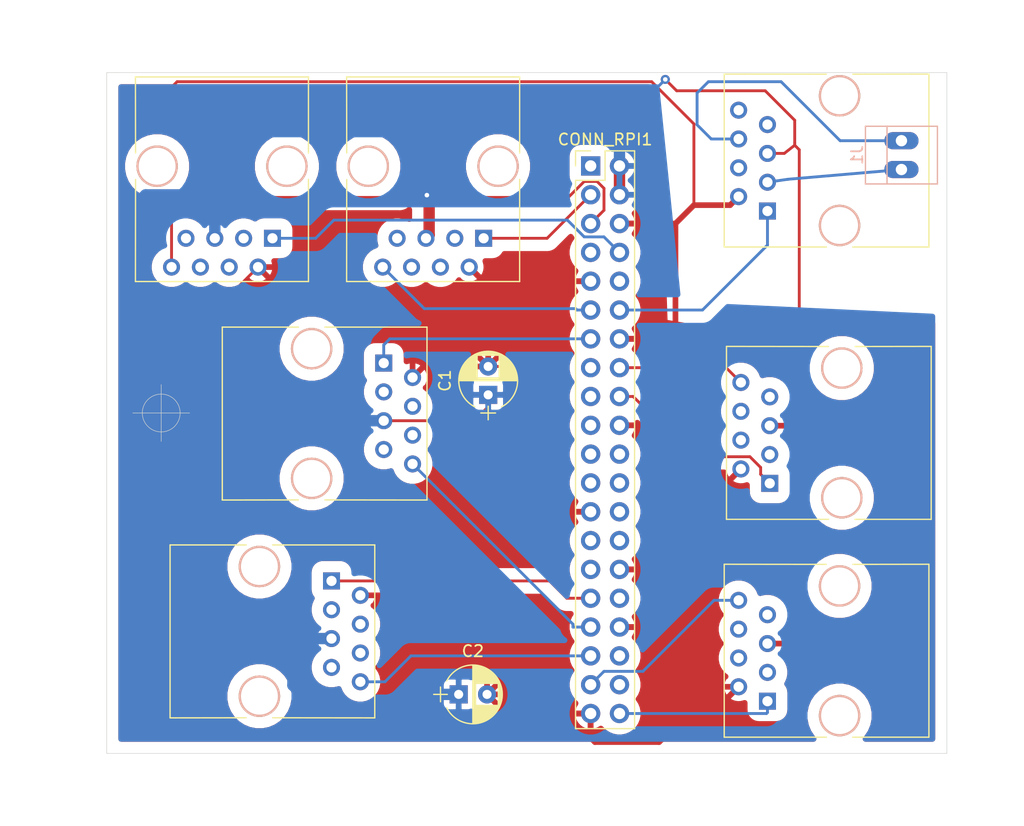
<source format=kicad_pcb>
(kicad_pcb (version 20171130) (host pcbnew 5.1.5-52549c5~86~ubuntu18.04.1)

  (general
    (thickness 1.6)
    (drawings 7)
    (tracks 175)
    (zones 0)
    (modules 11)
    (nets 61)
  )

  (page A4)
  (layers
    (0 F.Cu signal)
    (31 B.Cu signal)
    (32 B.Adhes user)
    (33 F.Adhes user)
    (34 B.Paste user)
    (35 F.Paste user)
    (36 B.SilkS user)
    (37 F.SilkS user)
    (38 B.Mask user)
    (39 F.Mask user)
    (40 Dwgs.User user)
    (41 Cmts.User user)
    (42 Eco1.User user)
    (43 Eco2.User user)
    (44 Edge.Cuts user)
    (45 Margin user)
    (46 B.CrtYd user)
    (47 F.CrtYd user)
    (48 B.Fab user)
    (49 F.Fab user)
  )

  (setup
    (last_trace_width 0.25)
    (user_trace_width 0.5)
    (user_trace_width 1)
    (user_trace_width 2)
    (trace_clearance 0.2)
    (zone_clearance 1)
    (zone_45_only no)
    (trace_min 0.2)
    (via_size 0.8)
    (via_drill 0.4)
    (via_min_size 0.4)
    (via_min_drill 0.3)
    (uvia_size 0.3)
    (uvia_drill 0.1)
    (uvias_allowed no)
    (uvia_min_size 0.2)
    (uvia_min_drill 0.1)
    (edge_width 0.05)
    (segment_width 0.2)
    (pcb_text_width 0.3)
    (pcb_text_size 1.5 1.5)
    (mod_edge_width 0.12)
    (mod_text_size 1 1)
    (mod_text_width 0.15)
    (pad_size 1.524 1.524)
    (pad_drill 0.762)
    (pad_to_mask_clearance 0.051)
    (solder_mask_min_width 0.25)
    (aux_axis_origin 0 0)
    (visible_elements FFFFFF7F)
    (pcbplotparams
      (layerselection 0x010fc_ffffffff)
      (usegerberextensions false)
      (usegerberattributes false)
      (usegerberadvancedattributes false)
      (creategerberjobfile false)
      (excludeedgelayer true)
      (linewidth 0.100000)
      (plotframeref false)
      (viasonmask false)
      (mode 1)
      (useauxorigin false)
      (hpglpennumber 1)
      (hpglpenspeed 20)
      (hpglpendiameter 15.000000)
      (psnegative false)
      (psa4output false)
      (plotreference true)
      (plotvalue true)
      (plotinvisibletext false)
      (padsonsilk false)
      (subtractmaskfromsilk false)
      (outputformat 1)
      (mirror false)
      (drillshape 0)
      (scaleselection 1)
      (outputdirectory "gerber_1.0.0/"))
  )

  (net 0 "")
  (net 1 /GPIO21)
  (net 2 GND)
  (net 3 /GPIO20)
  (net 4 /GPIO16)
  (net 5 /GPIO12)
  (net 6 /GPIO6)
  (net 7 /GPIO5)
  (net 8 /GPIO7)
  (net 9 /GPIO8)
  (net 10 /GPIO11)
  (net 11 /GPIO25)
  (net 12 /GPIO9)
  (net 13 /GPIO10)
  (net 14 /GPIO24)
  (net 15 +3V3)
  (net 16 /GPIO22)
  (net 17 /GPIO27)
  (net 18 /GPIO18)
  (net 19 /UART0_RX)
  (net 20 /GPIO4)
  (net 21 +5V)
  (net 22 /GPIO2)
  (net 23 /ACT_1)
  (net 24 "Net-(CONN1-Pad7)")
  (net 25 "Net-(CONN1-Pad6)")
  (net 26 "Net-(CONN1-Pad4)")
  (net 27 "Net-(CONN1-Pad3)")
  (net 28 /SENSOR_2)
  (net 29 "Net-(CONN2-Pad3)")
  (net 30 "Net-(CONN2-Pad4)")
  (net 31 "Net-(CONN2-Pad6)")
  (net 32 "Net-(CONN2-Pad7)")
  (net 33 /ACT_2)
  (net 34 /ACT_3)
  (net 35 "Net-(CONN3-Pad7)")
  (net 36 "Net-(CONN3-Pad6)")
  (net 37 "Net-(CONN3-Pad4)")
  (net 38 "Net-(CONN3-Pad3)")
  (net 39 /ACT_4)
  (net 40 "Net-(CONN4-Pad7)")
  (net 41 "Net-(CONN4-Pad6)")
  (net 42 "Net-(CONN4-Pad4)")
  (net 43 "Net-(CONN4-Pad3)")
  (net 44 /ACT_5)
  (net 45 "Net-(CONN5-Pad7)")
  (net 46 "Net-(CONN5-Pad6)")
  (net 47 "Net-(CONN5-Pad4)")
  (net 48 "Net-(CONN5-Pad3)")
  (net 49 "Net-(CONN6-Pad3)")
  (net 50 "Net-(CONN6-Pad4)")
  (net 51 "Net-(CONN6-Pad6)")
  (net 52 "Net-(CONN6-Pad7)")
  (net 53 /ACT_6)
  (net 54 "Net-(CONN_RPI1-Pad28)")
  (net 55 "Net-(CONN_RPI1-Pad27)")
  (net 56 /HAN+)
  (net 57 "Net-(HAN1-Pad4)")
  (net 58 /HAN-)
  (net 59 "Net-(HAN1-Pad7)")
  (net 60 "Net-(HAN1-Pad8)")

  (net_class Default "This is the default net class."
    (clearance 0.2)
    (trace_width 0.25)
    (via_dia 0.8)
    (via_drill 0.4)
    (uvia_dia 0.3)
    (uvia_drill 0.1)
    (add_net +3V3)
    (add_net +5V)
    (add_net /ACT_1)
    (add_net /ACT_2)
    (add_net /ACT_3)
    (add_net /ACT_4)
    (add_net /ACT_5)
    (add_net /ACT_6)
    (add_net /GPIO10)
    (add_net /GPIO11)
    (add_net /GPIO12)
    (add_net /GPIO16)
    (add_net /GPIO18)
    (add_net /GPIO2)
    (add_net /GPIO20)
    (add_net /GPIO21)
    (add_net /GPIO22)
    (add_net /GPIO24)
    (add_net /GPIO25)
    (add_net /GPIO27)
    (add_net /GPIO4)
    (add_net /GPIO5)
    (add_net /GPIO6)
    (add_net /GPIO7)
    (add_net /GPIO8)
    (add_net /GPIO9)
    (add_net /HAN+)
    (add_net /HAN-)
    (add_net /SENSOR_2)
    (add_net /UART0_RX)
    (add_net GND)
    (add_net "Net-(CONN1-Pad3)")
    (add_net "Net-(CONN1-Pad4)")
    (add_net "Net-(CONN1-Pad6)")
    (add_net "Net-(CONN1-Pad7)")
    (add_net "Net-(CONN2-Pad3)")
    (add_net "Net-(CONN2-Pad4)")
    (add_net "Net-(CONN2-Pad6)")
    (add_net "Net-(CONN2-Pad7)")
    (add_net "Net-(CONN3-Pad3)")
    (add_net "Net-(CONN3-Pad4)")
    (add_net "Net-(CONN3-Pad6)")
    (add_net "Net-(CONN3-Pad7)")
    (add_net "Net-(CONN4-Pad3)")
    (add_net "Net-(CONN4-Pad4)")
    (add_net "Net-(CONN4-Pad6)")
    (add_net "Net-(CONN4-Pad7)")
    (add_net "Net-(CONN5-Pad3)")
    (add_net "Net-(CONN5-Pad4)")
    (add_net "Net-(CONN5-Pad6)")
    (add_net "Net-(CONN5-Pad7)")
    (add_net "Net-(CONN6-Pad3)")
    (add_net "Net-(CONN6-Pad4)")
    (add_net "Net-(CONN6-Pad6)")
    (add_net "Net-(CONN6-Pad7)")
    (add_net "Net-(CONN_RPI1-Pad27)")
    (add_net "Net-(CONN_RPI1-Pad28)")
    (add_net "Net-(HAN1-Pad4)")
    (add_net "Net-(HAN1-Pad7)")
    (add_net "Net-(HAN1-Pad8)")
  )

  (module Pin_Headers:Pin_Header_Straight_2x20_Pitch2.54mm (layer F.Cu) (tedit 59650533) (tstamp 5EB80DA9)
    (at 91.825001 62.225001)
    (descr "Through hole straight pin header, 2x20, 2.54mm pitch, double rows")
    (tags "Through hole pin header THT 2x20 2.54mm double row")
    (path /5EB8B700)
    (fp_text reference CONN_RPI1 (at 1.27 -2.33) (layer F.SilkS)
      (effects (font (size 1 1) (thickness 0.15)))
    )
    (fp_text value Conn_02x20_Odd_Even (at 1.27 50.59) (layer F.Fab)
      (effects (font (size 1 1) (thickness 0.15)))
    )
    (fp_text user %R (at 1.27 24.13 90) (layer F.Fab)
      (effects (font (size 1 1) (thickness 0.15)))
    )
    (fp_line (start 4.35 -1.8) (end -1.8 -1.8) (layer F.CrtYd) (width 0.05))
    (fp_line (start 4.35 50.05) (end 4.35 -1.8) (layer F.CrtYd) (width 0.05))
    (fp_line (start -1.8 50.05) (end 4.35 50.05) (layer F.CrtYd) (width 0.05))
    (fp_line (start -1.8 -1.8) (end -1.8 50.05) (layer F.CrtYd) (width 0.05))
    (fp_line (start -1.33 -1.33) (end 0 -1.33) (layer F.SilkS) (width 0.12))
    (fp_line (start -1.33 0) (end -1.33 -1.33) (layer F.SilkS) (width 0.12))
    (fp_line (start 1.27 -1.33) (end 3.87 -1.33) (layer F.SilkS) (width 0.12))
    (fp_line (start 1.27 1.27) (end 1.27 -1.33) (layer F.SilkS) (width 0.12))
    (fp_line (start -1.33 1.27) (end 1.27 1.27) (layer F.SilkS) (width 0.12))
    (fp_line (start 3.87 -1.33) (end 3.87 49.59) (layer F.SilkS) (width 0.12))
    (fp_line (start -1.33 1.27) (end -1.33 49.59) (layer F.SilkS) (width 0.12))
    (fp_line (start -1.33 49.59) (end 3.87 49.59) (layer F.SilkS) (width 0.12))
    (fp_line (start -1.27 0) (end 0 -1.27) (layer F.Fab) (width 0.1))
    (fp_line (start -1.27 49.53) (end -1.27 0) (layer F.Fab) (width 0.1))
    (fp_line (start 3.81 49.53) (end -1.27 49.53) (layer F.Fab) (width 0.1))
    (fp_line (start 3.81 -1.27) (end 3.81 49.53) (layer F.Fab) (width 0.1))
    (fp_line (start 0 -1.27) (end 3.81 -1.27) (layer F.Fab) (width 0.1))
    (pad 40 thru_hole oval (at 2.54 48.26) (size 1.7 1.7) (drill 1) (layers *.Cu *.Mask)
      (net 1 /GPIO21))
    (pad 39 thru_hole oval (at 0 48.26) (size 1.7 1.7) (drill 1) (layers *.Cu *.Mask)
      (net 2 GND))
    (pad 38 thru_hole oval (at 2.54 45.72) (size 1.7 1.7) (drill 1) (layers *.Cu *.Mask)
      (net 3 /GPIO20))
    (pad 37 thru_hole oval (at 0 45.72) (size 1.7 1.7) (drill 1) (layers *.Cu *.Mask)
      (net 44 /ACT_5))
    (pad 36 thru_hole oval (at 2.54 43.18) (size 1.7 1.7) (drill 1) (layers *.Cu *.Mask)
      (net 4 /GPIO16))
    (pad 35 thru_hole oval (at 0 43.18) (size 1.7 1.7) (drill 1) (layers *.Cu *.Mask)
      (net 39 /ACT_4))
    (pad 34 thru_hole oval (at 2.54 40.64) (size 1.7 1.7) (drill 1) (layers *.Cu *.Mask)
      (net 2 GND))
    (pad 33 thru_hole oval (at 0 40.64) (size 1.7 1.7) (drill 1) (layers *.Cu *.Mask)
      (net 34 /ACT_3))
    (pad 32 thru_hole oval (at 2.54 38.1) (size 1.7 1.7) (drill 1) (layers *.Cu *.Mask)
      (net 5 /GPIO12))
    (pad 31 thru_hole oval (at 0 38.1) (size 1.7 1.7) (drill 1) (layers *.Cu *.Mask)
      (net 6 /GPIO6))
    (pad 30 thru_hole oval (at 2.54 35.56) (size 1.7 1.7) (drill 1) (layers *.Cu *.Mask)
      (net 2 GND))
    (pad 29 thru_hole oval (at 0 35.56) (size 1.7 1.7) (drill 1) (layers *.Cu *.Mask)
      (net 7 /GPIO5))
    (pad 28 thru_hole oval (at 2.54 33.02) (size 1.7 1.7) (drill 1) (layers *.Cu *.Mask)
      (net 54 "Net-(CONN_RPI1-Pad28)"))
    (pad 27 thru_hole oval (at 0 33.02) (size 1.7 1.7) (drill 1) (layers *.Cu *.Mask)
      (net 55 "Net-(CONN_RPI1-Pad27)"))
    (pad 26 thru_hole oval (at 2.54 30.48) (size 1.7 1.7) (drill 1) (layers *.Cu *.Mask)
      (net 8 /GPIO7))
    (pad 25 thru_hole oval (at 0 30.48) (size 1.7 1.7) (drill 1) (layers *.Cu *.Mask)
      (net 2 GND))
    (pad 24 thru_hole oval (at 2.54 27.94) (size 1.7 1.7) (drill 1) (layers *.Cu *.Mask)
      (net 9 /GPIO8))
    (pad 23 thru_hole oval (at 0 27.94) (size 1.7 1.7) (drill 1) (layers *.Cu *.Mask)
      (net 10 /GPIO11))
    (pad 22 thru_hole oval (at 2.54 25.4) (size 1.7 1.7) (drill 1) (layers *.Cu *.Mask)
      (net 11 /GPIO25))
    (pad 21 thru_hole oval (at 0 25.4) (size 1.7 1.7) (drill 1) (layers *.Cu *.Mask)
      (net 12 /GPIO9))
    (pad 20 thru_hole oval (at 2.54 22.86) (size 1.7 1.7) (drill 1) (layers *.Cu *.Mask)
      (net 2 GND))
    (pad 19 thru_hole oval (at 0 22.86) (size 1.7 1.7) (drill 1) (layers *.Cu *.Mask)
      (net 13 /GPIO10))
    (pad 18 thru_hole oval (at 2.54 20.32) (size 1.7 1.7) (drill 1) (layers *.Cu *.Mask)
      (net 14 /GPIO24))
    (pad 17 thru_hole oval (at 0 20.32) (size 1.7 1.7) (drill 1) (layers *.Cu *.Mask)
      (net 15 +3V3))
    (pad 16 thru_hole oval (at 2.54 17.78) (size 1.7 1.7) (drill 1) (layers *.Cu *.Mask)
      (net 53 /ACT_6))
    (pad 15 thru_hole oval (at 0 17.78) (size 1.7 1.7) (drill 1) (layers *.Cu *.Mask)
      (net 16 /GPIO22))
    (pad 14 thru_hole oval (at 2.54 15.24) (size 1.7 1.7) (drill 1) (layers *.Cu *.Mask)
      (net 2 GND))
    (pad 13 thru_hole oval (at 0 15.24) (size 1.7 1.7) (drill 1) (layers *.Cu *.Mask)
      (net 17 /GPIO27))
    (pad 12 thru_hole oval (at 2.54 12.7) (size 1.7 1.7) (drill 1) (layers *.Cu *.Mask)
      (net 18 /GPIO18))
    (pad 11 thru_hole oval (at 0 12.7) (size 1.7 1.7) (drill 1) (layers *.Cu *.Mask)
      (net 23 /ACT_1))
    (pad 10 thru_hole oval (at 2.54 10.16) (size 1.7 1.7) (drill 1) (layers *.Cu *.Mask)
      (net 19 /UART0_RX))
    (pad 9 thru_hole oval (at 0 10.16) (size 1.7 1.7) (drill 1) (layers *.Cu *.Mask)
      (net 2 GND))
    (pad 8 thru_hole oval (at 2.54 7.62) (size 1.7 1.7) (drill 1) (layers *.Cu *.Mask)
      (net 28 /SENSOR_2))
    (pad 7 thru_hole oval (at 0 7.62) (size 1.7 1.7) (drill 1) (layers *.Cu *.Mask)
      (net 20 /GPIO4))
    (pad 6 thru_hole oval (at 2.54 5.08) (size 1.7 1.7) (drill 1) (layers *.Cu *.Mask)
      (net 2 GND))
    (pad 5 thru_hole oval (at 0 5.08) (size 1.7 1.7) (drill 1) (layers *.Cu *.Mask)
      (net 33 /ACT_2))
    (pad 4 thru_hole oval (at 2.54 2.54) (size 1.7 1.7) (drill 1) (layers *.Cu *.Mask)
      (net 21 +5V))
    (pad 3 thru_hole oval (at 0 2.54) (size 1.7 1.7) (drill 1) (layers *.Cu *.Mask)
      (net 22 /GPIO2))
    (pad 2 thru_hole oval (at 2.54 0) (size 1.7 1.7) (drill 1) (layers *.Cu *.Mask)
      (net 21 +5V))
    (pad 1 thru_hole rect (at 0 0) (size 1.7 1.7) (drill 1) (layers *.Cu *.Mask)
      (net 15 +3V3))
    (model ${KISYS3DMOD}/Pin_Headers.3dshapes/Pin_Header_Straight_2x20_Pitch2.54mm.wrl
      (at (xyz 0 0 0))
      (scale (xyz 1 1 1))
      (rotate (xyz 0 0 0))
    )
  )

  (module rj45:RJ45_8_Stewart_2891016 (layer F.Cu) (tedit 5DBA8AA7) (tstamp 5EBAEE34)
    (at 82.4 68.6 180)
    (tags RJ45)
    (path /5EB87269)
    (fp_text reference CONN1 (at -0.8 -7.6 90) (layer Dwgs.User)
      (effects (font (size 1 1) (thickness 0.15)))
    )
    (fp_text value Conn_01x08_Male (at 4.59 6.25) (layer F.Fab)
      (effects (font (size 1 1) (thickness 0.15)))
    )
    (fp_line (start 12.46 14.47) (end -3.56 14.47) (layer F.CrtYd) (width 0.05))
    (fp_line (start 12.46 14.47) (end 12.46 -4.06) (layer F.CrtYd) (width 0.05))
    (fp_line (start -3.56 -4.06) (end -3.56 14.47) (layer F.CrtYd) (width 0.05))
    (fp_line (start -3.56 -4.06) (end 12.46 -4.06) (layer F.CrtYd) (width 0.05))
    (fp_line (start -3.17 7.51) (end -3.17 14.22) (layer F.SilkS) (width 0.12))
    (fp_line (start 12.06 7.52) (end 12.07 14.22) (layer F.SilkS) (width 0.12))
    (fp_line (start -3.17 -3.81) (end -3.17 5.19) (layer F.SilkS) (width 0.12))
    (fp_line (start 12.07 -3.81) (end -3.17 -3.81) (layer F.SilkS) (width 0.12))
    (fp_line (start 12.07 -3.81) (end 12.06 5.18) (layer F.SilkS) (width 0.12))
    (fp_line (start -3.17 14.22) (end 12.07 14.22) (layer F.SilkS) (width 0.12))
    (pad 8 thru_hole circle (at 8.89 -2.54 180) (size 1.5 1.5) (drill 0.9) (layers *.Cu *.Mask)
      (net 23 /ACT_1))
    (pad 7 thru_hole circle (at 7.62 0 180) (size 1.5 1.5) (drill 0.9) (layers *.Cu *.Mask)
      (net 24 "Net-(CONN1-Pad7)"))
    (pad 6 thru_hole circle (at 6.35 -2.54 180) (size 1.5 1.5) (drill 0.9) (layers *.Cu *.Mask)
      (net 25 "Net-(CONN1-Pad6)"))
    (pad 5 thru_hole circle (at 5.08 0 180) (size 1.5 1.5) (drill 0.9) (layers *.Cu *.Mask)
      (net 21 +5V))
    (pad 4 thru_hole circle (at 3.81 -2.54 180) (size 1.5 1.5) (drill 0.9) (layers *.Cu *.Mask)
      (net 26 "Net-(CONN1-Pad4)"))
    (pad 3 thru_hole circle (at 2.54 0 180) (size 1.5 1.5) (drill 0.9) (layers *.Cu *.Mask)
      (net 27 "Net-(CONN1-Pad3)"))
    (pad 2 thru_hole circle (at 1.27 -2.54 180) (size 1.5 1.5) (drill 0.9) (layers *.Cu *.Mask)
      (net 2 GND))
    (pad 1 thru_hole rect (at 0 0 180) (size 1.5 1.5) (drill 0.9) (layers *.Cu *.Mask)
      (net 22 /GPIO2))
    (pad Hole np_thru_hole circle (at -1.27 6.35 180) (size 3.65 3.65) (drill 3.25) (layers *.Cu *.SilkS *.Mask))
    (pad Hole np_thru_hole circle (at 10.16 6.35 180) (size 3.65 3.65) (drill 3.25) (layers *.Cu *.SilkS *.Mask))
    (model ${KISYS3DMOD}/Connectors.3dshapes/RJ45_8.wrl
      (offset (xyz 4.571999931335449 -6.349999904632568 0))
      (scale (xyz 0.4 0.4 0.4))
      (rotate (xyz 0 0 0))
    )
  )

  (module rj45:RJ45_8_Stewart_2891016 (layer F.Cu) (tedit 5DBA8AA7) (tstamp 5EB81B12)
    (at 63.8 68.6 180)
    (tags RJ45)
    (path /5EB8ADE6)
    (fp_text reference CONN2 (at -4.6 5 90) (layer Dwgs.User)
      (effects (font (size 1 1) (thickness 0.15)))
    )
    (fp_text value Conn_01x08_Male (at 4.59 6.25) (layer F.Fab)
      (effects (font (size 1 1) (thickness 0.15)))
    )
    (fp_line (start -3.17 14.22) (end 12.07 14.22) (layer F.SilkS) (width 0.12))
    (fp_line (start 12.07 -3.81) (end 12.06 5.18) (layer F.SilkS) (width 0.12))
    (fp_line (start 12.07 -3.81) (end -3.17 -3.81) (layer F.SilkS) (width 0.12))
    (fp_line (start -3.17 -3.81) (end -3.17 5.19) (layer F.SilkS) (width 0.12))
    (fp_line (start 12.06 7.52) (end 12.07 14.22) (layer F.SilkS) (width 0.12))
    (fp_line (start -3.17 7.51) (end -3.17 14.22) (layer F.SilkS) (width 0.12))
    (fp_line (start -3.56 -4.06) (end 12.46 -4.06) (layer F.CrtYd) (width 0.05))
    (fp_line (start -3.56 -4.06) (end -3.56 14.47) (layer F.CrtYd) (width 0.05))
    (fp_line (start 12.46 14.47) (end 12.46 -4.06) (layer F.CrtYd) (width 0.05))
    (fp_line (start 12.46 14.47) (end -3.56 14.47) (layer F.CrtYd) (width 0.05))
    (pad Hole np_thru_hole circle (at 10.16 6.35 180) (size 3.65 3.65) (drill 3.25) (layers *.Cu *.SilkS *.Mask))
    (pad Hole np_thru_hole circle (at -1.27 6.35 180) (size 3.65 3.65) (drill 3.25) (layers *.Cu *.SilkS *.Mask))
    (pad 1 thru_hole rect (at 0 0 180) (size 1.5 1.5) (drill 0.9) (layers *.Cu *.Mask)
      (net 28 /SENSOR_2))
    (pad 2 thru_hole circle (at 1.27 -2.54 180) (size 1.5 1.5) (drill 0.9) (layers *.Cu *.Mask)
      (net 2 GND))
    (pad 3 thru_hole circle (at 2.54 0 180) (size 1.5 1.5) (drill 0.9) (layers *.Cu *.Mask)
      (net 29 "Net-(CONN2-Pad3)"))
    (pad 4 thru_hole circle (at 3.81 -2.54 180) (size 1.5 1.5) (drill 0.9) (layers *.Cu *.Mask)
      (net 30 "Net-(CONN2-Pad4)"))
    (pad 5 thru_hole circle (at 5.08 0 180) (size 1.5 1.5) (drill 0.9) (layers *.Cu *.Mask)
      (net 21 +5V))
    (pad 6 thru_hole circle (at 6.35 -2.54 180) (size 1.5 1.5) (drill 0.9) (layers *.Cu *.Mask)
      (net 31 "Net-(CONN2-Pad6)"))
    (pad 7 thru_hole circle (at 7.62 0 180) (size 1.5 1.5) (drill 0.9) (layers *.Cu *.Mask)
      (net 32 "Net-(CONN2-Pad7)"))
    (pad 8 thru_hole circle (at 8.89 -2.54 180) (size 1.5 1.5) (drill 0.9) (layers *.Cu *.Mask)
      (net 33 /ACT_2))
    (model ${KISYS3DMOD}/Connectors.3dshapes/RJ45_8.wrl
      (offset (xyz 4.571999931335449 -6.349999904632568 0))
      (scale (xyz 0.4 0.4 0.4))
      (rotate (xyz 0 0 0))
    )
  )

  (module rj45:RJ45_8_Stewart_2891016 (layer F.Cu) (tedit 5DBA8AA7) (tstamp 5EB80E09)
    (at 69 98.8 270)
    (tags RJ45)
    (path /5EB8A71E)
    (fp_text reference CONN4 (at -5.8 10.8) (layer Dwgs.User)
      (effects (font (size 1 1) (thickness 0.15)))
    )
    (fp_text value Conn_01x08_Male (at 4.59 6.25 90) (layer F.Fab)
      (effects (font (size 1 1) (thickness 0.15)))
    )
    (fp_line (start 12.46 14.47) (end -3.56 14.47) (layer F.CrtYd) (width 0.05))
    (fp_line (start 12.46 14.47) (end 12.46 -4.06) (layer F.CrtYd) (width 0.05))
    (fp_line (start -3.56 -4.06) (end -3.56 14.47) (layer F.CrtYd) (width 0.05))
    (fp_line (start -3.56 -4.06) (end 12.46 -4.06) (layer F.CrtYd) (width 0.05))
    (fp_line (start -3.17 7.51) (end -3.17 14.22) (layer F.SilkS) (width 0.12))
    (fp_line (start 12.06 7.52) (end 12.07 14.22) (layer F.SilkS) (width 0.12))
    (fp_line (start -3.17 -3.81) (end -3.17 5.19) (layer F.SilkS) (width 0.12))
    (fp_line (start 12.07 -3.81) (end -3.17 -3.81) (layer F.SilkS) (width 0.12))
    (fp_line (start 12.07 -3.81) (end 12.06 5.18) (layer F.SilkS) (width 0.12))
    (fp_line (start -3.17 14.22) (end 12.07 14.22) (layer F.SilkS) (width 0.12))
    (pad 8 thru_hole circle (at 8.89 -2.54 270) (size 1.5 1.5) (drill 0.9) (layers *.Cu *.Mask)
      (net 39 /ACT_4))
    (pad 7 thru_hole circle (at 7.62 0 270) (size 1.5 1.5) (drill 0.9) (layers *.Cu *.Mask)
      (net 40 "Net-(CONN4-Pad7)"))
    (pad 6 thru_hole circle (at 6.35 -2.54 270) (size 1.5 1.5) (drill 0.9) (layers *.Cu *.Mask)
      (net 41 "Net-(CONN4-Pad6)"))
    (pad 5 thru_hole circle (at 5.08 0 270) (size 1.5 1.5) (drill 0.9) (layers *.Cu *.Mask)
      (net 21 +5V))
    (pad 4 thru_hole circle (at 3.81 -2.54 270) (size 1.5 1.5) (drill 0.9) (layers *.Cu *.Mask)
      (net 42 "Net-(CONN4-Pad4)"))
    (pad 3 thru_hole circle (at 2.54 0 270) (size 1.5 1.5) (drill 0.9) (layers *.Cu *.Mask)
      (net 43 "Net-(CONN4-Pad3)"))
    (pad 2 thru_hole circle (at 1.27 -2.54 270) (size 1.5 1.5) (drill 0.9) (layers *.Cu *.Mask)
      (net 2 GND))
    (pad 1 thru_hole rect (at 0 0 270) (size 1.5 1.5) (drill 0.9) (layers *.Cu *.Mask)
      (net 6 /GPIO6))
    (pad Hole np_thru_hole circle (at -1.27 6.35 270) (size 3.65 3.65) (drill 3.25) (layers *.Cu *.SilkS *.Mask))
    (pad Hole np_thru_hole circle (at 10.16 6.35 270) (size 3.65 3.65) (drill 3.25) (layers *.Cu *.SilkS *.Mask))
    (model ${KISYS3DMOD}/Connectors.3dshapes/RJ45_8.wrl
      (offset (xyz 4.571999931335449 -6.349999904632568 0))
      (scale (xyz 0.4 0.4 0.4))
      (rotate (xyz 0 0 0))
    )
  )

  (module rj45:RJ45_8_Stewart_2891016 (layer F.Cu) (tedit 5DBA8AA7) (tstamp 5EB80E21)
    (at 107.4 109.4 90)
    (tags RJ45)
    (path /5EB891CD)
    (fp_text reference CONN5 (at 14 7.6) (layer Dwgs.User)
      (effects (font (size 1 1) (thickness 0.15)))
    )
    (fp_text value Conn_01x08_Male (at 4.59 6.25 90) (layer F.Fab)
      (effects (font (size 1 1) (thickness 0.15)))
    )
    (fp_line (start 12.46 14.47) (end -3.56 14.47) (layer F.CrtYd) (width 0.05))
    (fp_line (start 12.46 14.47) (end 12.46 -4.06) (layer F.CrtYd) (width 0.05))
    (fp_line (start -3.56 -4.06) (end -3.56 14.47) (layer F.CrtYd) (width 0.05))
    (fp_line (start -3.56 -4.06) (end 12.46 -4.06) (layer F.CrtYd) (width 0.05))
    (fp_line (start -3.17 7.51) (end -3.17 14.22) (layer F.SilkS) (width 0.12))
    (fp_line (start 12.06 7.52) (end 12.07 14.22) (layer F.SilkS) (width 0.12))
    (fp_line (start -3.17 -3.81) (end -3.17 5.19) (layer F.SilkS) (width 0.12))
    (fp_line (start 12.07 -3.81) (end -3.17 -3.81) (layer F.SilkS) (width 0.12))
    (fp_line (start 12.07 -3.81) (end 12.06 5.18) (layer F.SilkS) (width 0.12))
    (fp_line (start -3.17 14.22) (end 12.07 14.22) (layer F.SilkS) (width 0.12))
    (pad 8 thru_hole circle (at 8.89 -2.54 90) (size 1.5 1.5) (drill 0.9) (layers *.Cu *.Mask)
      (net 44 /ACT_5))
    (pad 7 thru_hole circle (at 7.62 0 90) (size 1.5 1.5) (drill 0.9) (layers *.Cu *.Mask)
      (net 45 "Net-(CONN5-Pad7)"))
    (pad 6 thru_hole circle (at 6.35 -2.54 90) (size 1.5 1.5) (drill 0.9) (layers *.Cu *.Mask)
      (net 46 "Net-(CONN5-Pad6)"))
    (pad 5 thru_hole circle (at 5.08 0 90) (size 1.5 1.5) (drill 0.9) (layers *.Cu *.Mask)
      (net 21 +5V))
    (pad 4 thru_hole circle (at 3.81 -2.54 90) (size 1.5 1.5) (drill 0.9) (layers *.Cu *.Mask)
      (net 47 "Net-(CONN5-Pad4)"))
    (pad 3 thru_hole circle (at 2.54 0 90) (size 1.5 1.5) (drill 0.9) (layers *.Cu *.Mask)
      (net 48 "Net-(CONN5-Pad3)"))
    (pad 2 thru_hole circle (at 1.27 -2.54 90) (size 1.5 1.5) (drill 0.9) (layers *.Cu *.Mask)
      (net 2 GND))
    (pad 1 thru_hole rect (at 0 0 90) (size 1.5 1.5) (drill 0.9) (layers *.Cu *.Mask)
      (net 1 /GPIO21))
    (pad Hole np_thru_hole circle (at -1.27 6.35 90) (size 3.65 3.65) (drill 3.25) (layers *.Cu *.SilkS *.Mask))
    (pad Hole np_thru_hole circle (at 10.16 6.35 90) (size 3.65 3.65) (drill 3.25) (layers *.Cu *.SilkS *.Mask))
    (model ${KISYS3DMOD}/Connectors.3dshapes/RJ45_8.wrl
      (offset (xyz 4.571999931335449 -6.349999904632568 0))
      (scale (xyz 0.4 0.4 0.4))
      (rotate (xyz 0 0 0))
    )
  )

  (module rj45:RJ45_8_Stewart_2891016 (layer F.Cu) (tedit 5DBA8AA7) (tstamp 5EB80E39)
    (at 107.4 66.2 90)
    (tags RJ45)
    (path /5EB8A05C)
    (fp_text reference HAN1 (at 2.8 11.8) (layer Dwgs.User)
      (effects (font (size 1 1) (thickness 0.15)))
    )
    (fp_text value Conn_01x08_Male (at 4.59 6.25 90) (layer F.Fab)
      (effects (font (size 1 1) (thickness 0.15)))
    )
    (fp_line (start -3.17 14.22) (end 12.07 14.22) (layer F.SilkS) (width 0.12))
    (fp_line (start 12.07 -3.81) (end 12.06 5.18) (layer F.SilkS) (width 0.12))
    (fp_line (start 12.07 -3.81) (end -3.17 -3.81) (layer F.SilkS) (width 0.12))
    (fp_line (start -3.17 -3.81) (end -3.17 5.19) (layer F.SilkS) (width 0.12))
    (fp_line (start 12.06 7.52) (end 12.07 14.22) (layer F.SilkS) (width 0.12))
    (fp_line (start -3.17 7.51) (end -3.17 14.22) (layer F.SilkS) (width 0.12))
    (fp_line (start -3.56 -4.06) (end 12.46 -4.06) (layer F.CrtYd) (width 0.05))
    (fp_line (start -3.56 -4.06) (end -3.56 14.47) (layer F.CrtYd) (width 0.05))
    (fp_line (start 12.46 14.47) (end 12.46 -4.06) (layer F.CrtYd) (width 0.05))
    (fp_line (start 12.46 14.47) (end -3.56 14.47) (layer F.CrtYd) (width 0.05))
    (pad Hole np_thru_hole circle (at 10.16 6.35 90) (size 3.65 3.65) (drill 3.25) (layers *.Cu *.SilkS *.Mask))
    (pad Hole np_thru_hole circle (at -1.27 6.35 90) (size 3.65 3.65) (drill 3.25) (layers *.Cu *.SilkS *.Mask))
    (pad 1 thru_hole rect (at 0 0 90) (size 1.5 1.5) (drill 0.9) (layers *.Cu *.Mask)
      (net 18 /GPIO18))
    (pad 2 thru_hole circle (at 1.27 -2.54 90) (size 1.5 1.5) (drill 0.9) (layers *.Cu *.Mask)
      (net 2 GND))
    (pad 3 thru_hole circle (at 2.54 0 90) (size 1.5 1.5) (drill 0.9) (layers *.Cu *.Mask)
      (net 56 /HAN+))
    (pad 4 thru_hole circle (at 3.81 -2.54 90) (size 1.5 1.5) (drill 0.9) (layers *.Cu *.Mask)
      (net 57 "Net-(HAN1-Pad4)"))
    (pad 5 thru_hole circle (at 5.08 0 90) (size 1.5 1.5) (drill 0.9) (layers *.Cu *.Mask)
      (net 21 +5V))
    (pad 6 thru_hole circle (at 6.35 -2.54 90) (size 1.5 1.5) (drill 0.9) (layers *.Cu *.Mask)
      (net 58 /HAN-))
    (pad 7 thru_hole circle (at 7.62 0 90) (size 1.5 1.5) (drill 0.9) (layers *.Cu *.Mask)
      (net 59 "Net-(HAN1-Pad7)"))
    (pad 8 thru_hole circle (at 8.89 -2.54 90) (size 1.5 1.5) (drill 0.9) (layers *.Cu *.Mask)
      (net 60 "Net-(HAN1-Pad8)"))
    (model ${KISYS3DMOD}/Connectors.3dshapes/RJ45_8.wrl
      (offset (xyz 4.571999931335449 -6.349999904632568 0))
      (scale (xyz 0.4 0.4 0.4))
      (rotate (xyz 0 0 0))
    )
  )

  (module rj45:RJ45_8_Stewart_2891016 (layer F.Cu) (tedit 5DBA8AA7) (tstamp 5EB8187A)
    (at 107.6 90.2 90)
    (tags RJ45)
    (path /5EB894BA)
    (fp_text reference CONN6 (at -5.08 5.588) (layer Dwgs.User)
      (effects (font (size 1 1) (thickness 0.15)))
    )
    (fp_text value Conn_01x08_Male (at 4.59 6.25 90) (layer F.Fab)
      (effects (font (size 1 1) (thickness 0.15)))
    )
    (fp_line (start -3.17 14.22) (end 12.07 14.22) (layer F.SilkS) (width 0.12))
    (fp_line (start 12.07 -3.81) (end 12.06 5.18) (layer F.SilkS) (width 0.12))
    (fp_line (start 12.07 -3.81) (end -3.17 -3.81) (layer F.SilkS) (width 0.12))
    (fp_line (start -3.17 -3.81) (end -3.17 5.19) (layer F.SilkS) (width 0.12))
    (fp_line (start 12.06 7.52) (end 12.07 14.22) (layer F.SilkS) (width 0.12))
    (fp_line (start -3.17 7.51) (end -3.17 14.22) (layer F.SilkS) (width 0.12))
    (fp_line (start -3.56 -4.06) (end 12.46 -4.06) (layer F.CrtYd) (width 0.05))
    (fp_line (start -3.56 -4.06) (end -3.56 14.47) (layer F.CrtYd) (width 0.05))
    (fp_line (start 12.46 14.47) (end 12.46 -4.06) (layer F.CrtYd) (width 0.05))
    (fp_line (start 12.46 14.47) (end -3.56 14.47) (layer F.CrtYd) (width 0.05))
    (pad Hole np_thru_hole circle (at 10.16 6.35 90) (size 3.65 3.65) (drill 3.25) (layers *.Cu *.SilkS *.Mask))
    (pad Hole np_thru_hole circle (at -1.27 6.35 90) (size 3.65 3.65) (drill 3.25) (layers *.Cu *.SilkS *.Mask))
    (pad 1 thru_hole rect (at 0 0 90) (size 1.5 1.5) (drill 0.9) (layers *.Cu *.Mask)
      (net 14 /GPIO24))
    (pad 2 thru_hole circle (at 1.27 -2.54 90) (size 1.5 1.5) (drill 0.9) (layers *.Cu *.Mask)
      (net 2 GND))
    (pad 3 thru_hole circle (at 2.54 0 90) (size 1.5 1.5) (drill 0.9) (layers *.Cu *.Mask)
      (net 49 "Net-(CONN6-Pad3)"))
    (pad 4 thru_hole circle (at 3.81 -2.54 90) (size 1.5 1.5) (drill 0.9) (layers *.Cu *.Mask)
      (net 50 "Net-(CONN6-Pad4)"))
    (pad 5 thru_hole circle (at 5.08 0 90) (size 1.5 1.5) (drill 0.9) (layers *.Cu *.Mask)
      (net 21 +5V))
    (pad 6 thru_hole circle (at 6.35 -2.54 90) (size 1.5 1.5) (drill 0.9) (layers *.Cu *.Mask)
      (net 51 "Net-(CONN6-Pad6)"))
    (pad 7 thru_hole circle (at 7.62 0 90) (size 1.5 1.5) (drill 0.9) (layers *.Cu *.Mask)
      (net 52 "Net-(CONN6-Pad7)"))
    (pad 8 thru_hole circle (at 8.89 -2.54 90) (size 1.5 1.5) (drill 0.9) (layers *.Cu *.Mask)
      (net 53 /ACT_6))
    (model ${KISYS3DMOD}/Connectors.3dshapes/RJ45_8.wrl
      (offset (xyz 4.571999931335449 -6.349999904632568 0))
      (scale (xyz 0.4 0.4 0.4))
      (rotate (xyz 0 0 0))
    )
  )

  (module rj45:RJ45_8_Stewart_2891016 (layer F.Cu) (tedit 5DBA8AA7) (tstamp 5EB81835)
    (at 73.6 79.6 270)
    (tags RJ45)
    (path /5EB8872C)
    (fp_text reference CONN3 (at 4.4 11.4) (layer Dwgs.User)
      (effects (font (size 1 1) (thickness 0.15)))
    )
    (fp_text value Conn_01x08_Male (at 4.59 6.25 90) (layer F.Fab)
      (effects (font (size 1 1) (thickness 0.15)))
    )
    (fp_line (start 12.46 14.47) (end -3.56 14.47) (layer F.CrtYd) (width 0.05))
    (fp_line (start 12.46 14.47) (end 12.46 -4.06) (layer F.CrtYd) (width 0.05))
    (fp_line (start -3.56 -4.06) (end -3.56 14.47) (layer F.CrtYd) (width 0.05))
    (fp_line (start -3.56 -4.06) (end 12.46 -4.06) (layer F.CrtYd) (width 0.05))
    (fp_line (start -3.17 7.51) (end -3.17 14.22) (layer F.SilkS) (width 0.12))
    (fp_line (start 12.06 7.52) (end 12.07 14.22) (layer F.SilkS) (width 0.12))
    (fp_line (start -3.17 -3.81) (end -3.17 5.19) (layer F.SilkS) (width 0.12))
    (fp_line (start 12.07 -3.81) (end -3.17 -3.81) (layer F.SilkS) (width 0.12))
    (fp_line (start 12.07 -3.81) (end 12.06 5.18) (layer F.SilkS) (width 0.12))
    (fp_line (start -3.17 14.22) (end 12.07 14.22) (layer F.SilkS) (width 0.12))
    (pad 8 thru_hole circle (at 8.89 -2.54 270) (size 1.5 1.5) (drill 0.9) (layers *.Cu *.Mask)
      (net 34 /ACT_3))
    (pad 7 thru_hole circle (at 7.62 0 270) (size 1.5 1.5) (drill 0.9) (layers *.Cu *.Mask)
      (net 35 "Net-(CONN3-Pad7)"))
    (pad 6 thru_hole circle (at 6.35 -2.54 270) (size 1.5 1.5) (drill 0.9) (layers *.Cu *.Mask)
      (net 36 "Net-(CONN3-Pad6)"))
    (pad 5 thru_hole circle (at 5.08 0 270) (size 1.5 1.5) (drill 0.9) (layers *.Cu *.Mask)
      (net 21 +5V))
    (pad 4 thru_hole circle (at 3.81 -2.54 270) (size 1.5 1.5) (drill 0.9) (layers *.Cu *.Mask)
      (net 37 "Net-(CONN3-Pad4)"))
    (pad 3 thru_hole circle (at 2.54 0 270) (size 1.5 1.5) (drill 0.9) (layers *.Cu *.Mask)
      (net 38 "Net-(CONN3-Pad3)"))
    (pad 2 thru_hole circle (at 1.27 -2.54 270) (size 1.5 1.5) (drill 0.9) (layers *.Cu *.Mask)
      (net 2 GND))
    (pad 1 thru_hole rect (at 0 0 270) (size 1.5 1.5) (drill 0.9) (layers *.Cu *.Mask)
      (net 17 /GPIO27))
    (pad Hole np_thru_hole circle (at -1.27 6.35 270) (size 3.65 3.65) (drill 3.25) (layers *.Cu *.SilkS *.Mask))
    (pad Hole np_thru_hole circle (at 10.16 6.35 270) (size 3.65 3.65) (drill 3.25) (layers *.Cu *.SilkS *.Mask))
    (model ${KISYS3DMOD}/Connectors.3dshapes/RJ45_8.wrl
      (offset (xyz 4.571999931335449 -6.349999904632568 0))
      (scale (xyz 0.4 0.4 0.4))
      (rotate (xyz 0 0 0))
    )
  )

  (module Connectors:PINHEAD1-2 (layer B.Cu) (tedit 0) (tstamp 5EBAEC2C)
    (at 119.2 60 270)
    (path /5EBD9978)
    (fp_text reference J1 (at 1.27 3.9 270) (layer B.SilkS)
      (effects (font (size 1 1) (thickness 0.15)) (justify mirror))
    )
    (fp_text value Conn_01x02_Male (at 1.27 -3.81 270) (layer B.Fab)
      (effects (font (size 1 1) (thickness 0.15)) (justify mirror))
    )
    (fp_line (start 4.06 -3.42) (end -1.52 -3.42) (layer B.CrtYd) (width 0.05))
    (fp_line (start 4.06 -3.42) (end 4.06 3.42) (layer B.CrtYd) (width 0.05))
    (fp_line (start -1.52 3.42) (end -1.52 -3.42) (layer B.CrtYd) (width 0.05))
    (fp_line (start -1.52 3.42) (end 4.06 3.42) (layer B.CrtYd) (width 0.05))
    (fp_line (start 3.81 3.17) (end 3.81 -3.17) (layer B.SilkS) (width 0.12))
    (fp_line (start -1.27 3.17) (end -1.27 -3.17) (layer B.SilkS) (width 0.12))
    (fp_line (start -1.27 3.17) (end 3.81 3.17) (layer B.SilkS) (width 0.12))
    (fp_line (start 3.81 -3.17) (end -1.27 -3.17) (layer B.SilkS) (width 0.12))
    (fp_line (start 3.81 1.27) (end -1.27 1.27) (layer B.SilkS) (width 0.12))
    (pad 2 thru_hole oval (at 2.54 0 270) (size 1.51 3.01) (drill 1) (layers *.Cu *.Mask)
      (net 56 /HAN+))
    (pad 1 thru_hole oval (at 0 0 270) (size 1.51 3.01) (drill 1) (layers *.Cu *.Mask)
      (net 58 /HAN-))
  )

  (module Capacitors_THT:CP_Radial_D5.0mm_P2.50mm (layer F.Cu) (tedit 597BC7C2) (tstamp 5EBAFBD4)
    (at 82.8 82.4 90)
    (descr "CP, Radial series, Radial, pin pitch=2.50mm, , diameter=5mm, Electrolytic Capacitor")
    (tags "CP Radial series Radial pin pitch 2.50mm  diameter 5mm Electrolytic Capacitor")
    (path /5EBF999E)
    (fp_text reference C1 (at 1.25 -3.81 90) (layer F.SilkS)
      (effects (font (size 1 1) (thickness 0.15)))
    )
    (fp_text value 10uF (at 1.25 3.81 90) (layer F.Fab)
      (effects (font (size 1 1) (thickness 0.15)))
    )
    (fp_text user %R (at 1.25 0 90) (layer F.Fab)
      (effects (font (size 1 1) (thickness 0.15)))
    )
    (fp_line (start 4.1 -2.85) (end -1.6 -2.85) (layer F.CrtYd) (width 0.05))
    (fp_line (start 4.1 2.85) (end 4.1 -2.85) (layer F.CrtYd) (width 0.05))
    (fp_line (start -1.6 2.85) (end 4.1 2.85) (layer F.CrtYd) (width 0.05))
    (fp_line (start -1.6 -2.85) (end -1.6 2.85) (layer F.CrtYd) (width 0.05))
    (fp_line (start -1.6 -0.65) (end -1.6 0.65) (layer F.SilkS) (width 0.12))
    (fp_line (start -2.2 0) (end -1 0) (layer F.SilkS) (width 0.12))
    (fp_line (start 3.811 -0.354) (end 3.811 0.354) (layer F.SilkS) (width 0.12))
    (fp_line (start 3.771 -0.559) (end 3.771 0.559) (layer F.SilkS) (width 0.12))
    (fp_line (start 3.731 -0.707) (end 3.731 0.707) (layer F.SilkS) (width 0.12))
    (fp_line (start 3.691 -0.829) (end 3.691 0.829) (layer F.SilkS) (width 0.12))
    (fp_line (start 3.651 -0.934) (end 3.651 0.934) (layer F.SilkS) (width 0.12))
    (fp_line (start 3.611 -1.028) (end 3.611 1.028) (layer F.SilkS) (width 0.12))
    (fp_line (start 3.571 -1.112) (end 3.571 1.112) (layer F.SilkS) (width 0.12))
    (fp_line (start 3.531 -1.189) (end 3.531 1.189) (layer F.SilkS) (width 0.12))
    (fp_line (start 3.491 -1.261) (end 3.491 1.261) (layer F.SilkS) (width 0.12))
    (fp_line (start 3.451 0.98) (end 3.451 1.327) (layer F.SilkS) (width 0.12))
    (fp_line (start 3.451 -1.327) (end 3.451 -0.98) (layer F.SilkS) (width 0.12))
    (fp_line (start 3.411 0.98) (end 3.411 1.39) (layer F.SilkS) (width 0.12))
    (fp_line (start 3.411 -1.39) (end 3.411 -0.98) (layer F.SilkS) (width 0.12))
    (fp_line (start 3.371 0.98) (end 3.371 1.448) (layer F.SilkS) (width 0.12))
    (fp_line (start 3.371 -1.448) (end 3.371 -0.98) (layer F.SilkS) (width 0.12))
    (fp_line (start 3.331 0.98) (end 3.331 1.504) (layer F.SilkS) (width 0.12))
    (fp_line (start 3.331 -1.504) (end 3.331 -0.98) (layer F.SilkS) (width 0.12))
    (fp_line (start 3.291 0.98) (end 3.291 1.556) (layer F.SilkS) (width 0.12))
    (fp_line (start 3.291 -1.556) (end 3.291 -0.98) (layer F.SilkS) (width 0.12))
    (fp_line (start 3.251 0.98) (end 3.251 1.606) (layer F.SilkS) (width 0.12))
    (fp_line (start 3.251 -1.606) (end 3.251 -0.98) (layer F.SilkS) (width 0.12))
    (fp_line (start 3.211 0.98) (end 3.211 1.654) (layer F.SilkS) (width 0.12))
    (fp_line (start 3.211 -1.654) (end 3.211 -0.98) (layer F.SilkS) (width 0.12))
    (fp_line (start 3.171 0.98) (end 3.171 1.699) (layer F.SilkS) (width 0.12))
    (fp_line (start 3.171 -1.699) (end 3.171 -0.98) (layer F.SilkS) (width 0.12))
    (fp_line (start 3.131 0.98) (end 3.131 1.742) (layer F.SilkS) (width 0.12))
    (fp_line (start 3.131 -1.742) (end 3.131 -0.98) (layer F.SilkS) (width 0.12))
    (fp_line (start 3.091 0.98) (end 3.091 1.783) (layer F.SilkS) (width 0.12))
    (fp_line (start 3.091 -1.783) (end 3.091 -0.98) (layer F.SilkS) (width 0.12))
    (fp_line (start 3.051 0.98) (end 3.051 1.823) (layer F.SilkS) (width 0.12))
    (fp_line (start 3.051 -1.823) (end 3.051 -0.98) (layer F.SilkS) (width 0.12))
    (fp_line (start 3.011 0.98) (end 3.011 1.861) (layer F.SilkS) (width 0.12))
    (fp_line (start 3.011 -1.861) (end 3.011 -0.98) (layer F.SilkS) (width 0.12))
    (fp_line (start 2.971 0.98) (end 2.971 1.897) (layer F.SilkS) (width 0.12))
    (fp_line (start 2.971 -1.897) (end 2.971 -0.98) (layer F.SilkS) (width 0.12))
    (fp_line (start 2.931 0.98) (end 2.931 1.932) (layer F.SilkS) (width 0.12))
    (fp_line (start 2.931 -1.932) (end 2.931 -0.98) (layer F.SilkS) (width 0.12))
    (fp_line (start 2.891 0.98) (end 2.891 1.965) (layer F.SilkS) (width 0.12))
    (fp_line (start 2.891 -1.965) (end 2.891 -0.98) (layer F.SilkS) (width 0.12))
    (fp_line (start 2.851 0.98) (end 2.851 1.997) (layer F.SilkS) (width 0.12))
    (fp_line (start 2.851 -1.997) (end 2.851 -0.98) (layer F.SilkS) (width 0.12))
    (fp_line (start 2.811 0.98) (end 2.811 2.028) (layer F.SilkS) (width 0.12))
    (fp_line (start 2.811 -2.028) (end 2.811 -0.98) (layer F.SilkS) (width 0.12))
    (fp_line (start 2.771 0.98) (end 2.771 2.058) (layer F.SilkS) (width 0.12))
    (fp_line (start 2.771 -2.058) (end 2.771 -0.98) (layer F.SilkS) (width 0.12))
    (fp_line (start 2.731 0.98) (end 2.731 2.086) (layer F.SilkS) (width 0.12))
    (fp_line (start 2.731 -2.086) (end 2.731 -0.98) (layer F.SilkS) (width 0.12))
    (fp_line (start 2.691 0.98) (end 2.691 2.113) (layer F.SilkS) (width 0.12))
    (fp_line (start 2.691 -2.113) (end 2.691 -0.98) (layer F.SilkS) (width 0.12))
    (fp_line (start 2.651 0.98) (end 2.651 2.14) (layer F.SilkS) (width 0.12))
    (fp_line (start 2.651 -2.14) (end 2.651 -0.98) (layer F.SilkS) (width 0.12))
    (fp_line (start 2.611 0.98) (end 2.611 2.165) (layer F.SilkS) (width 0.12))
    (fp_line (start 2.611 -2.165) (end 2.611 -0.98) (layer F.SilkS) (width 0.12))
    (fp_line (start 2.571 0.98) (end 2.571 2.189) (layer F.SilkS) (width 0.12))
    (fp_line (start 2.571 -2.189) (end 2.571 -0.98) (layer F.SilkS) (width 0.12))
    (fp_line (start 2.531 0.98) (end 2.531 2.212) (layer F.SilkS) (width 0.12))
    (fp_line (start 2.531 -2.212) (end 2.531 -0.98) (layer F.SilkS) (width 0.12))
    (fp_line (start 2.491 0.98) (end 2.491 2.234) (layer F.SilkS) (width 0.12))
    (fp_line (start 2.491 -2.234) (end 2.491 -0.98) (layer F.SilkS) (width 0.12))
    (fp_line (start 2.451 0.98) (end 2.451 2.256) (layer F.SilkS) (width 0.12))
    (fp_line (start 2.451 -2.256) (end 2.451 -0.98) (layer F.SilkS) (width 0.12))
    (fp_line (start 2.411 0.98) (end 2.411 2.276) (layer F.SilkS) (width 0.12))
    (fp_line (start 2.411 -2.276) (end 2.411 -0.98) (layer F.SilkS) (width 0.12))
    (fp_line (start 2.371 0.98) (end 2.371 2.296) (layer F.SilkS) (width 0.12))
    (fp_line (start 2.371 -2.296) (end 2.371 -0.98) (layer F.SilkS) (width 0.12))
    (fp_line (start 2.331 0.98) (end 2.331 2.315) (layer F.SilkS) (width 0.12))
    (fp_line (start 2.331 -2.315) (end 2.331 -0.98) (layer F.SilkS) (width 0.12))
    (fp_line (start 2.291 0.98) (end 2.291 2.333) (layer F.SilkS) (width 0.12))
    (fp_line (start 2.291 -2.333) (end 2.291 -0.98) (layer F.SilkS) (width 0.12))
    (fp_line (start 2.251 0.98) (end 2.251 2.35) (layer F.SilkS) (width 0.12))
    (fp_line (start 2.251 -2.35) (end 2.251 -0.98) (layer F.SilkS) (width 0.12))
    (fp_line (start 2.211 0.98) (end 2.211 2.366) (layer F.SilkS) (width 0.12))
    (fp_line (start 2.211 -2.366) (end 2.211 -0.98) (layer F.SilkS) (width 0.12))
    (fp_line (start 2.171 0.98) (end 2.171 2.382) (layer F.SilkS) (width 0.12))
    (fp_line (start 2.171 -2.382) (end 2.171 -0.98) (layer F.SilkS) (width 0.12))
    (fp_line (start 2.131 0.98) (end 2.131 2.396) (layer F.SilkS) (width 0.12))
    (fp_line (start 2.131 -2.396) (end 2.131 -0.98) (layer F.SilkS) (width 0.12))
    (fp_line (start 2.091 0.98) (end 2.091 2.41) (layer F.SilkS) (width 0.12))
    (fp_line (start 2.091 -2.41) (end 2.091 -0.98) (layer F.SilkS) (width 0.12))
    (fp_line (start 2.051 0.98) (end 2.051 2.424) (layer F.SilkS) (width 0.12))
    (fp_line (start 2.051 -2.424) (end 2.051 -0.98) (layer F.SilkS) (width 0.12))
    (fp_line (start 2.011 0.98) (end 2.011 2.436) (layer F.SilkS) (width 0.12))
    (fp_line (start 2.011 -2.436) (end 2.011 -0.98) (layer F.SilkS) (width 0.12))
    (fp_line (start 1.971 0.98) (end 1.971 2.448) (layer F.SilkS) (width 0.12))
    (fp_line (start 1.971 -2.448) (end 1.971 -0.98) (layer F.SilkS) (width 0.12))
    (fp_line (start 1.93 0.98) (end 1.93 2.46) (layer F.SilkS) (width 0.12))
    (fp_line (start 1.93 -2.46) (end 1.93 -0.98) (layer F.SilkS) (width 0.12))
    (fp_line (start 1.89 0.98) (end 1.89 2.47) (layer F.SilkS) (width 0.12))
    (fp_line (start 1.89 -2.47) (end 1.89 -0.98) (layer F.SilkS) (width 0.12))
    (fp_line (start 1.85 0.98) (end 1.85 2.48) (layer F.SilkS) (width 0.12))
    (fp_line (start 1.85 -2.48) (end 1.85 -0.98) (layer F.SilkS) (width 0.12))
    (fp_line (start 1.81 0.98) (end 1.81 2.489) (layer F.SilkS) (width 0.12))
    (fp_line (start 1.81 -2.489) (end 1.81 -0.98) (layer F.SilkS) (width 0.12))
    (fp_line (start 1.77 0.98) (end 1.77 2.498) (layer F.SilkS) (width 0.12))
    (fp_line (start 1.77 -2.498) (end 1.77 -0.98) (layer F.SilkS) (width 0.12))
    (fp_line (start 1.73 0.98) (end 1.73 2.506) (layer F.SilkS) (width 0.12))
    (fp_line (start 1.73 -2.506) (end 1.73 -0.98) (layer F.SilkS) (width 0.12))
    (fp_line (start 1.69 0.98) (end 1.69 2.513) (layer F.SilkS) (width 0.12))
    (fp_line (start 1.69 -2.513) (end 1.69 -0.98) (layer F.SilkS) (width 0.12))
    (fp_line (start 1.65 0.98) (end 1.65 2.519) (layer F.SilkS) (width 0.12))
    (fp_line (start 1.65 -2.519) (end 1.65 -0.98) (layer F.SilkS) (width 0.12))
    (fp_line (start 1.61 0.98) (end 1.61 2.525) (layer F.SilkS) (width 0.12))
    (fp_line (start 1.61 -2.525) (end 1.61 -0.98) (layer F.SilkS) (width 0.12))
    (fp_line (start 1.57 0.98) (end 1.57 2.531) (layer F.SilkS) (width 0.12))
    (fp_line (start 1.57 -2.531) (end 1.57 -0.98) (layer F.SilkS) (width 0.12))
    (fp_line (start 1.53 0.98) (end 1.53 2.535) (layer F.SilkS) (width 0.12))
    (fp_line (start 1.53 -2.535) (end 1.53 -0.98) (layer F.SilkS) (width 0.12))
    (fp_line (start 1.49 -2.539) (end 1.49 2.539) (layer F.SilkS) (width 0.12))
    (fp_line (start 1.45 -2.543) (end 1.45 2.543) (layer F.SilkS) (width 0.12))
    (fp_line (start 1.41 -2.546) (end 1.41 2.546) (layer F.SilkS) (width 0.12))
    (fp_line (start 1.37 -2.548) (end 1.37 2.548) (layer F.SilkS) (width 0.12))
    (fp_line (start 1.33 -2.549) (end 1.33 2.549) (layer F.SilkS) (width 0.12))
    (fp_line (start 1.29 -2.55) (end 1.29 2.55) (layer F.SilkS) (width 0.12))
    (fp_line (start 1.25 -2.55) (end 1.25 2.55) (layer F.SilkS) (width 0.12))
    (fp_line (start -1.6 -0.65) (end -1.6 0.65) (layer F.Fab) (width 0.1))
    (fp_line (start -2.2 0) (end -1 0) (layer F.Fab) (width 0.1))
    (fp_circle (center 1.25 0) (end 3.75 0) (layer F.Fab) (width 0.1))
    (fp_arc (start 1.25 0) (end 3.55558 -1.18) (angle 54.2) (layer F.SilkS) (width 0.12))
    (fp_arc (start 1.25 0) (end -1.05558 1.18) (angle -125.8) (layer F.SilkS) (width 0.12))
    (fp_arc (start 1.25 0) (end -1.05558 -1.18) (angle 125.8) (layer F.SilkS) (width 0.12))
    (pad 2 thru_hole circle (at 2.5 0 90) (size 1.6 1.6) (drill 0.8) (layers *.Cu *.Mask)
      (net 2 GND))
    (pad 1 thru_hole rect (at 0 0 90) (size 1.6 1.6) (drill 0.8) (layers *.Cu *.Mask)
      (net 21 +5V))
    (model ${KISYS3DMOD}/Capacitors_THT.3dshapes/CP_Radial_D5.0mm_P2.50mm.wrl
      (at (xyz 0 0 0))
      (scale (xyz 1 1 1))
      (rotate (xyz 0 0 0))
    )
  )

  (module Capacitors_THT:CP_Radial_D5.0mm_P2.50mm (layer F.Cu) (tedit 597BC7C2) (tstamp 5EBAF624)
    (at 80.2 108.8)
    (descr "CP, Radial series, Radial, pin pitch=2.50mm, , diameter=5mm, Electrolytic Capacitor")
    (tags "CP Radial series Radial pin pitch 2.50mm  diameter 5mm Electrolytic Capacitor")
    (path /5EC32B73)
    (fp_text reference C2 (at 1.25 -3.81) (layer F.SilkS)
      (effects (font (size 1 1) (thickness 0.15)))
    )
    (fp_text value 10uF (at 1.25 3.81) (layer F.Fab)
      (effects (font (size 1 1) (thickness 0.15)))
    )
    (fp_arc (start 1.25 0) (end -1.05558 -1.18) (angle 125.8) (layer F.SilkS) (width 0.12))
    (fp_arc (start 1.25 0) (end -1.05558 1.18) (angle -125.8) (layer F.SilkS) (width 0.12))
    (fp_arc (start 1.25 0) (end 3.55558 -1.18) (angle 54.2) (layer F.SilkS) (width 0.12))
    (fp_circle (center 1.25 0) (end 3.75 0) (layer F.Fab) (width 0.1))
    (fp_line (start -2.2 0) (end -1 0) (layer F.Fab) (width 0.1))
    (fp_line (start -1.6 -0.65) (end -1.6 0.65) (layer F.Fab) (width 0.1))
    (fp_line (start 1.25 -2.55) (end 1.25 2.55) (layer F.SilkS) (width 0.12))
    (fp_line (start 1.29 -2.55) (end 1.29 2.55) (layer F.SilkS) (width 0.12))
    (fp_line (start 1.33 -2.549) (end 1.33 2.549) (layer F.SilkS) (width 0.12))
    (fp_line (start 1.37 -2.548) (end 1.37 2.548) (layer F.SilkS) (width 0.12))
    (fp_line (start 1.41 -2.546) (end 1.41 2.546) (layer F.SilkS) (width 0.12))
    (fp_line (start 1.45 -2.543) (end 1.45 2.543) (layer F.SilkS) (width 0.12))
    (fp_line (start 1.49 -2.539) (end 1.49 2.539) (layer F.SilkS) (width 0.12))
    (fp_line (start 1.53 -2.535) (end 1.53 -0.98) (layer F.SilkS) (width 0.12))
    (fp_line (start 1.53 0.98) (end 1.53 2.535) (layer F.SilkS) (width 0.12))
    (fp_line (start 1.57 -2.531) (end 1.57 -0.98) (layer F.SilkS) (width 0.12))
    (fp_line (start 1.57 0.98) (end 1.57 2.531) (layer F.SilkS) (width 0.12))
    (fp_line (start 1.61 -2.525) (end 1.61 -0.98) (layer F.SilkS) (width 0.12))
    (fp_line (start 1.61 0.98) (end 1.61 2.525) (layer F.SilkS) (width 0.12))
    (fp_line (start 1.65 -2.519) (end 1.65 -0.98) (layer F.SilkS) (width 0.12))
    (fp_line (start 1.65 0.98) (end 1.65 2.519) (layer F.SilkS) (width 0.12))
    (fp_line (start 1.69 -2.513) (end 1.69 -0.98) (layer F.SilkS) (width 0.12))
    (fp_line (start 1.69 0.98) (end 1.69 2.513) (layer F.SilkS) (width 0.12))
    (fp_line (start 1.73 -2.506) (end 1.73 -0.98) (layer F.SilkS) (width 0.12))
    (fp_line (start 1.73 0.98) (end 1.73 2.506) (layer F.SilkS) (width 0.12))
    (fp_line (start 1.77 -2.498) (end 1.77 -0.98) (layer F.SilkS) (width 0.12))
    (fp_line (start 1.77 0.98) (end 1.77 2.498) (layer F.SilkS) (width 0.12))
    (fp_line (start 1.81 -2.489) (end 1.81 -0.98) (layer F.SilkS) (width 0.12))
    (fp_line (start 1.81 0.98) (end 1.81 2.489) (layer F.SilkS) (width 0.12))
    (fp_line (start 1.85 -2.48) (end 1.85 -0.98) (layer F.SilkS) (width 0.12))
    (fp_line (start 1.85 0.98) (end 1.85 2.48) (layer F.SilkS) (width 0.12))
    (fp_line (start 1.89 -2.47) (end 1.89 -0.98) (layer F.SilkS) (width 0.12))
    (fp_line (start 1.89 0.98) (end 1.89 2.47) (layer F.SilkS) (width 0.12))
    (fp_line (start 1.93 -2.46) (end 1.93 -0.98) (layer F.SilkS) (width 0.12))
    (fp_line (start 1.93 0.98) (end 1.93 2.46) (layer F.SilkS) (width 0.12))
    (fp_line (start 1.971 -2.448) (end 1.971 -0.98) (layer F.SilkS) (width 0.12))
    (fp_line (start 1.971 0.98) (end 1.971 2.448) (layer F.SilkS) (width 0.12))
    (fp_line (start 2.011 -2.436) (end 2.011 -0.98) (layer F.SilkS) (width 0.12))
    (fp_line (start 2.011 0.98) (end 2.011 2.436) (layer F.SilkS) (width 0.12))
    (fp_line (start 2.051 -2.424) (end 2.051 -0.98) (layer F.SilkS) (width 0.12))
    (fp_line (start 2.051 0.98) (end 2.051 2.424) (layer F.SilkS) (width 0.12))
    (fp_line (start 2.091 -2.41) (end 2.091 -0.98) (layer F.SilkS) (width 0.12))
    (fp_line (start 2.091 0.98) (end 2.091 2.41) (layer F.SilkS) (width 0.12))
    (fp_line (start 2.131 -2.396) (end 2.131 -0.98) (layer F.SilkS) (width 0.12))
    (fp_line (start 2.131 0.98) (end 2.131 2.396) (layer F.SilkS) (width 0.12))
    (fp_line (start 2.171 -2.382) (end 2.171 -0.98) (layer F.SilkS) (width 0.12))
    (fp_line (start 2.171 0.98) (end 2.171 2.382) (layer F.SilkS) (width 0.12))
    (fp_line (start 2.211 -2.366) (end 2.211 -0.98) (layer F.SilkS) (width 0.12))
    (fp_line (start 2.211 0.98) (end 2.211 2.366) (layer F.SilkS) (width 0.12))
    (fp_line (start 2.251 -2.35) (end 2.251 -0.98) (layer F.SilkS) (width 0.12))
    (fp_line (start 2.251 0.98) (end 2.251 2.35) (layer F.SilkS) (width 0.12))
    (fp_line (start 2.291 -2.333) (end 2.291 -0.98) (layer F.SilkS) (width 0.12))
    (fp_line (start 2.291 0.98) (end 2.291 2.333) (layer F.SilkS) (width 0.12))
    (fp_line (start 2.331 -2.315) (end 2.331 -0.98) (layer F.SilkS) (width 0.12))
    (fp_line (start 2.331 0.98) (end 2.331 2.315) (layer F.SilkS) (width 0.12))
    (fp_line (start 2.371 -2.296) (end 2.371 -0.98) (layer F.SilkS) (width 0.12))
    (fp_line (start 2.371 0.98) (end 2.371 2.296) (layer F.SilkS) (width 0.12))
    (fp_line (start 2.411 -2.276) (end 2.411 -0.98) (layer F.SilkS) (width 0.12))
    (fp_line (start 2.411 0.98) (end 2.411 2.276) (layer F.SilkS) (width 0.12))
    (fp_line (start 2.451 -2.256) (end 2.451 -0.98) (layer F.SilkS) (width 0.12))
    (fp_line (start 2.451 0.98) (end 2.451 2.256) (layer F.SilkS) (width 0.12))
    (fp_line (start 2.491 -2.234) (end 2.491 -0.98) (layer F.SilkS) (width 0.12))
    (fp_line (start 2.491 0.98) (end 2.491 2.234) (layer F.SilkS) (width 0.12))
    (fp_line (start 2.531 -2.212) (end 2.531 -0.98) (layer F.SilkS) (width 0.12))
    (fp_line (start 2.531 0.98) (end 2.531 2.212) (layer F.SilkS) (width 0.12))
    (fp_line (start 2.571 -2.189) (end 2.571 -0.98) (layer F.SilkS) (width 0.12))
    (fp_line (start 2.571 0.98) (end 2.571 2.189) (layer F.SilkS) (width 0.12))
    (fp_line (start 2.611 -2.165) (end 2.611 -0.98) (layer F.SilkS) (width 0.12))
    (fp_line (start 2.611 0.98) (end 2.611 2.165) (layer F.SilkS) (width 0.12))
    (fp_line (start 2.651 -2.14) (end 2.651 -0.98) (layer F.SilkS) (width 0.12))
    (fp_line (start 2.651 0.98) (end 2.651 2.14) (layer F.SilkS) (width 0.12))
    (fp_line (start 2.691 -2.113) (end 2.691 -0.98) (layer F.SilkS) (width 0.12))
    (fp_line (start 2.691 0.98) (end 2.691 2.113) (layer F.SilkS) (width 0.12))
    (fp_line (start 2.731 -2.086) (end 2.731 -0.98) (layer F.SilkS) (width 0.12))
    (fp_line (start 2.731 0.98) (end 2.731 2.086) (layer F.SilkS) (width 0.12))
    (fp_line (start 2.771 -2.058) (end 2.771 -0.98) (layer F.SilkS) (width 0.12))
    (fp_line (start 2.771 0.98) (end 2.771 2.058) (layer F.SilkS) (width 0.12))
    (fp_line (start 2.811 -2.028) (end 2.811 -0.98) (layer F.SilkS) (width 0.12))
    (fp_line (start 2.811 0.98) (end 2.811 2.028) (layer F.SilkS) (width 0.12))
    (fp_line (start 2.851 -1.997) (end 2.851 -0.98) (layer F.SilkS) (width 0.12))
    (fp_line (start 2.851 0.98) (end 2.851 1.997) (layer F.SilkS) (width 0.12))
    (fp_line (start 2.891 -1.965) (end 2.891 -0.98) (layer F.SilkS) (width 0.12))
    (fp_line (start 2.891 0.98) (end 2.891 1.965) (layer F.SilkS) (width 0.12))
    (fp_line (start 2.931 -1.932) (end 2.931 -0.98) (layer F.SilkS) (width 0.12))
    (fp_line (start 2.931 0.98) (end 2.931 1.932) (layer F.SilkS) (width 0.12))
    (fp_line (start 2.971 -1.897) (end 2.971 -0.98) (layer F.SilkS) (width 0.12))
    (fp_line (start 2.971 0.98) (end 2.971 1.897) (layer F.SilkS) (width 0.12))
    (fp_line (start 3.011 -1.861) (end 3.011 -0.98) (layer F.SilkS) (width 0.12))
    (fp_line (start 3.011 0.98) (end 3.011 1.861) (layer F.SilkS) (width 0.12))
    (fp_line (start 3.051 -1.823) (end 3.051 -0.98) (layer F.SilkS) (width 0.12))
    (fp_line (start 3.051 0.98) (end 3.051 1.823) (layer F.SilkS) (width 0.12))
    (fp_line (start 3.091 -1.783) (end 3.091 -0.98) (layer F.SilkS) (width 0.12))
    (fp_line (start 3.091 0.98) (end 3.091 1.783) (layer F.SilkS) (width 0.12))
    (fp_line (start 3.131 -1.742) (end 3.131 -0.98) (layer F.SilkS) (width 0.12))
    (fp_line (start 3.131 0.98) (end 3.131 1.742) (layer F.SilkS) (width 0.12))
    (fp_line (start 3.171 -1.699) (end 3.171 -0.98) (layer F.SilkS) (width 0.12))
    (fp_line (start 3.171 0.98) (end 3.171 1.699) (layer F.SilkS) (width 0.12))
    (fp_line (start 3.211 -1.654) (end 3.211 -0.98) (layer F.SilkS) (width 0.12))
    (fp_line (start 3.211 0.98) (end 3.211 1.654) (layer F.SilkS) (width 0.12))
    (fp_line (start 3.251 -1.606) (end 3.251 -0.98) (layer F.SilkS) (width 0.12))
    (fp_line (start 3.251 0.98) (end 3.251 1.606) (layer F.SilkS) (width 0.12))
    (fp_line (start 3.291 -1.556) (end 3.291 -0.98) (layer F.SilkS) (width 0.12))
    (fp_line (start 3.291 0.98) (end 3.291 1.556) (layer F.SilkS) (width 0.12))
    (fp_line (start 3.331 -1.504) (end 3.331 -0.98) (layer F.SilkS) (width 0.12))
    (fp_line (start 3.331 0.98) (end 3.331 1.504) (layer F.SilkS) (width 0.12))
    (fp_line (start 3.371 -1.448) (end 3.371 -0.98) (layer F.SilkS) (width 0.12))
    (fp_line (start 3.371 0.98) (end 3.371 1.448) (layer F.SilkS) (width 0.12))
    (fp_line (start 3.411 -1.39) (end 3.411 -0.98) (layer F.SilkS) (width 0.12))
    (fp_line (start 3.411 0.98) (end 3.411 1.39) (layer F.SilkS) (width 0.12))
    (fp_line (start 3.451 -1.327) (end 3.451 -0.98) (layer F.SilkS) (width 0.12))
    (fp_line (start 3.451 0.98) (end 3.451 1.327) (layer F.SilkS) (width 0.12))
    (fp_line (start 3.491 -1.261) (end 3.491 1.261) (layer F.SilkS) (width 0.12))
    (fp_line (start 3.531 -1.189) (end 3.531 1.189) (layer F.SilkS) (width 0.12))
    (fp_line (start 3.571 -1.112) (end 3.571 1.112) (layer F.SilkS) (width 0.12))
    (fp_line (start 3.611 -1.028) (end 3.611 1.028) (layer F.SilkS) (width 0.12))
    (fp_line (start 3.651 -0.934) (end 3.651 0.934) (layer F.SilkS) (width 0.12))
    (fp_line (start 3.691 -0.829) (end 3.691 0.829) (layer F.SilkS) (width 0.12))
    (fp_line (start 3.731 -0.707) (end 3.731 0.707) (layer F.SilkS) (width 0.12))
    (fp_line (start 3.771 -0.559) (end 3.771 0.559) (layer F.SilkS) (width 0.12))
    (fp_line (start 3.811 -0.354) (end 3.811 0.354) (layer F.SilkS) (width 0.12))
    (fp_line (start -2.2 0) (end -1 0) (layer F.SilkS) (width 0.12))
    (fp_line (start -1.6 -0.65) (end -1.6 0.65) (layer F.SilkS) (width 0.12))
    (fp_line (start -1.6 -2.85) (end -1.6 2.85) (layer F.CrtYd) (width 0.05))
    (fp_line (start -1.6 2.85) (end 4.1 2.85) (layer F.CrtYd) (width 0.05))
    (fp_line (start 4.1 2.85) (end 4.1 -2.85) (layer F.CrtYd) (width 0.05))
    (fp_line (start 4.1 -2.85) (end -1.6 -2.85) (layer F.CrtYd) (width 0.05))
    (fp_text user %R (at 1.25 0) (layer F.Fab)
      (effects (font (size 1 1) (thickness 0.15)))
    )
    (pad 1 thru_hole rect (at 0 0) (size 1.6 1.6) (drill 0.8) (layers *.Cu *.Mask)
      (net 21 +5V))
    (pad 2 thru_hole circle (at 2.5 0) (size 1.6 1.6) (drill 0.8) (layers *.Cu *.Mask)
      (net 2 GND))
    (model ${KISYS3DMOD}/Capacitors_THT.3dshapes/CP_Radial_D5.0mm_P2.50mm.wrl
      (at (xyz 0 0 0))
      (scale (xyz 1 1 1))
      (rotate (xyz 0 0 0))
    )
  )

  (target plus (at 54 84) (size 5) (width 0.05) (layer Edge.Cuts))
  (gr_line (start 49.2 54) (end 50 54) (layer Edge.Cuts) (width 0.05) (tstamp 5EBB0456))
  (gr_line (start 49.2 114) (end 49.2 54) (layer Edge.Cuts) (width 0.05))
  (gr_line (start 50.4 114) (end 49.2 114) (layer Edge.Cuts) (width 0.05))
  (gr_line (start 123.2 114) (end 50.4 114) (layer Edge.Cuts) (width 0.05))
  (gr_line (start 123.2 54) (end 123.2 114) (layer Edge.Cuts) (width 0.05))
  (gr_line (start 50 54) (end 123.2 54) (layer Edge.Cuts) (width 0.05))

  (segment (start 107.4 110.4) (end 107.4 109.4) (width 0.25) (layer B.Cu) (net 1))
  (segment (start 107.314999 110.485001) (end 107.4 110.4) (width 0.25) (layer B.Cu) (net 1))
  (segment (start 94.365001 110.485001) (end 107.314999 110.485001) (width 0.25) (layer B.Cu) (net 1))
  (segment (start 104.86 108.13) (end 102.73 108.13) (width 0.5) (layer F.Cu) (net 2))
  (segment (start 97.465001 102.865001) (end 94.365001 102.865001) (width 0.5) (layer F.Cu) (net 2))
  (segment (start 102.73 108.13) (end 97.465001 102.865001) (width 0.5) (layer F.Cu) (net 2))
  (segment (start 82.7 108.8) (end 86.2 108.8) (width 0.5) (layer F.Cu) (net 2))
  (segment (start 87.885001 110.485001) (end 91.825001 110.485001) (width 0.5) (layer F.Cu) (net 2))
  (segment (start 86.2 108.8) (end 87.885001 110.485001) (width 0.5) (layer F.Cu) (net 2))
  (segment (start 82.7 108.8) (end 82.7 104.1) (width 0.5) (layer F.Cu) (net 2))
  (segment (start 78.67 100.07) (end 71.54 100.07) (width 0.5) (layer F.Cu) (net 2))
  (segment (start 82.7 104.1) (end 78.67 100.07) (width 0.5) (layer F.Cu) (net 2))
  (segment (start 77.11 79.9) (end 82.8 79.9) (width 0.5) (layer F.Cu) (net 2))
  (segment (start 76.14 80.87) (end 77.11 79.9) (width 0.5) (layer F.Cu) (net 2))
  (segment (start 82.8 72.81) (end 82.8 79.9) (width 0.5) (layer F.Cu) (net 2))
  (segment (start 81.13 71.14) (end 82.8 72.81) (width 0.5) (layer F.Cu) (net 2))
  (segment (start 62.53 71.14) (end 68.74 71.14) (width 0.5) (layer F.Cu) (net 2))
  (segment (start 76.14 78.54) (end 76.14 80.87) (width 0.5) (layer F.Cu) (net 2))
  (segment (start 68.74 71.14) (end 76.14 78.54) (width 0.5) (layer F.Cu) (net 2))
  (segment (start 104.110001 65.679999) (end 100.920001 65.679999) (width 0.5) (layer F.Cu) (net 2))
  (segment (start 104.86 64.93) (end 104.110001 65.679999) (width 0.5) (layer F.Cu) (net 2))
  (segment (start 99.294999 67.305001) (end 94.365001 67.305001) (width 0.5) (layer F.Cu) (net 2))
  (segment (start 100.920001 65.679999) (end 99.294999 67.305001) (width 0.5) (layer F.Cu) (net 2))
  (segment (start 96.614999 97.785001) (end 94.365001 97.785001) (width 0.5) (layer F.Cu) (net 2))
  (segment (start 97.2 97.2) (end 96.614999 97.785001) (width 0.5) (layer F.Cu) (net 2))
  (segment (start 97.465001 97.065001) (end 97.2 96.8) (width 0.5) (layer F.Cu) (net 2))
  (segment (start 97.465001 102.865001) (end 97.465001 97.065001) (width 0.5) (layer F.Cu) (net 2))
  (segment (start 97.2 96.79) (end 97.2 96.8) (width 0.5) (layer F.Cu) (net 2))
  (segment (start 97.2 96.8) (end 97.2 97.2) (width 0.5) (layer F.Cu) (net 2))
  (segment (start 91.825001 110.485001) (end 91.825001 112.625001) (width 0.5) (layer F.Cu) (net 2))
  (segment (start 91.825001 112.625001) (end 92.2 113) (width 0.5) (layer F.Cu) (net 2))
  (segment (start 97.86 113) (end 102.73 108.13) (width 0.5) (layer F.Cu) (net 2))
  (segment (start 92.2 113) (end 97.86 113) (width 0.5) (layer F.Cu) (net 2))
  (segment (start 94.365001 77.465001) (end 98.334999 77.465001) (width 0.5) (layer F.Cu) (net 2))
  (segment (start 99.294999 76.505001) (end 99.294999 67.305001) (width 0.5) (layer F.Cu) (net 2))
  (segment (start 98.334999 77.465001) (end 99.294999 76.505001) (width 0.5) (layer F.Cu) (net 2))
  (segment (start 101.682081 91.2) (end 102.8 91.2) (width 0.25) (layer F.Cu) (net 2))
  (segment (start 95.567082 85.085001) (end 101.682081 91.2) (width 0.25) (layer F.Cu) (net 2))
  (segment (start 94.365001 85.085001) (end 95.567082 85.085001) (width 0.25) (layer F.Cu) (net 2))
  (segment (start 105.06 88.93) (end 102.8 91.2) (width 0.5) (layer F.Cu) (net 2))
  (segment (start 102.8 91.2) (end 97.2 96.79) (width 0.5) (layer F.Cu) (net 2))
  (segment (start 91.825001 92.705001) (end 88.705001 92.705001) (width 0.25) (layer F.Cu) (net 2))
  (segment (start 88.705001 92.705001) (end 85.8 89.8) (width 0.25) (layer F.Cu) (net 2))
  (segment (start 85.8 89.8) (end 85.8 80.8) (width 0.25) (layer F.Cu) (net 2))
  (segment (start 84.9 79.9) (end 82.8 79.9) (width 0.25) (layer F.Cu) (net 2))
  (segment (start 85.8 80.8) (end 84.9 79.9) (width 0.25) (layer F.Cu) (net 2))
  (segment (start 90.197921 72.81) (end 82.8 72.81) (width 0.25) (layer F.Cu) (net 2))
  (segment (start 90.62292 72.385001) (end 90.197921 72.81) (width 0.25) (layer F.Cu) (net 2))
  (segment (start 91.825001 72.385001) (end 90.62292 72.385001) (width 0.25) (layer F.Cu) (net 2))
  (segment (start 62.53 71.14) (end 59.67 74) (width 0.25) (layer F.Cu) (net 2))
  (segment (start 59.67 74) (end 52.4 74) (width 0.25) (layer F.Cu) (net 2))
  (segment (start 52.4 74) (end 50.6 72.2) (width 0.25) (layer F.Cu) (net 2))
  (segment (start 50.6 72.2) (end 50.6 59.6) (width 0.25) (layer F.Cu) (net 2))
  (segment (start 50.6 59.6) (end 55.4 54.8) (width 0.25) (layer F.Cu) (net 2))
  (segment (start 55.4 54.8) (end 97.2 54.8) (width 0.25) (layer F.Cu) (net 2))
  (segment (start 100.920001 58.520001) (end 100.920001 65.679999) (width 0.25) (layer F.Cu) (net 2))
  (segment (start 97.2 54.8) (end 100.920001 58.520001) (width 0.25) (layer F.Cu) (net 2))
  (segment (start 69 98.8) (end 88.2 98.8) (width 0.25) (layer F.Cu) (net 6))
  (segment (start 89.725001 100.325001) (end 91.825001 100.325001) (width 0.25) (layer F.Cu) (net 6))
  (segment (start 88.2 98.8) (end 89.725001 100.325001) (width 0.25) (layer F.Cu) (net 6))
  (segment (start 100.87708 87.854999) (end 105.854999 87.854999) (width 0.25) (layer F.Cu) (net 14))
  (segment (start 94.365001 82.545001) (end 95.567082 82.545001) (width 0.25) (layer F.Cu) (net 14))
  (segment (start 95.567082 82.545001) (end 100.87708 87.854999) (width 0.25) (layer F.Cu) (net 14))
  (segment (start 105.854999 87.854999) (end 106.8 88.8) (width 0.25) (layer F.Cu) (net 14))
  (segment (start 106.8 88.8) (end 106.8 89.4) (width 0.25) (layer F.Cu) (net 14))
  (segment (start 106.8 89.4) (end 107.6 90.2) (width 0.25) (layer F.Cu) (net 14))
  (segment (start 74.134999 77.465001) (end 91.825001 77.465001) (width 0.25) (layer B.Cu) (net 17))
  (segment (start 73.6 79.6) (end 73.6 78) (width 0.25) (layer B.Cu) (net 17))
  (segment (start 73.6 78) (end 74.134999 77.465001) (width 0.25) (layer B.Cu) (net 17))
  (segment (start 107.4 66.2) (end 107.4 69.2) (width 0.25) (layer B.Cu) (net 18))
  (segment (start 101.674999 74.925001) (end 94.365001 74.925001) (width 0.25) (layer B.Cu) (net 18))
  (segment (start 107.4 69.2) (end 101.674999 74.925001) (width 0.25) (layer B.Cu) (net 18))
  (segment (start 94.365001 62.225001) (end 94.365001 64.765001) (width 1) (layer F.Cu) (net 21))
  (segment (start 107.6 85.12) (end 109.72 85.12) (width 0.5) (layer F.Cu) (net 21))
  (segment (start 109.72 85.12) (end 110.4 85.8) (width 0.5) (layer F.Cu) (net 21))
  (segment (start 110.4 85.8) (end 110.4 104.4) (width 0.5) (layer F.Cu) (net 21))
  (segment (start 110.32 104.32) (end 107.4 104.32) (width 0.5) (layer F.Cu) (net 21))
  (segment (start 110.4 104.4) (end 110.32 104.32) (width 0.5) (layer F.Cu) (net 21))
  (segment (start 78.4 108.8) (end 76 111.2) (width 1) (layer B.Cu) (net 21))
  (segment (start 80.2 108.8) (end 78.4 108.8) (width 1) (layer B.Cu) (net 21))
  (segment (start 76 111.2) (end 68.8 111.2) (width 1) (layer B.Cu) (net 21))
  (segment (start 68.8 111.2) (end 65.6 108) (width 1) (layer B.Cu) (net 21))
  (segment (start 65.6 108) (end 65.6 104.2) (width 1) (layer B.Cu) (net 21))
  (segment (start 65.92 103.88) (end 69 103.88) (width 1) (layer B.Cu) (net 21))
  (segment (start 65.6 104.2) (end 65.92 103.88) (width 1) (layer B.Cu) (net 21))
  (segment (start 73.6 84.68) (end 61.72 84.68) (width 1) (layer B.Cu) (net 21))
  (segment (start 61.72 84.68) (end 57.8 88.6) (width 1) (layer B.Cu) (net 21))
  (segment (start 57.8 88.6) (end 57.8 99.6) (width 1) (layer B.Cu) (net 21))
  (segment (start 62.4 104.2) (end 65.6 104.2) (width 1) (layer B.Cu) (net 21))
  (segment (start 57.8 99.6) (end 62.4 104.2) (width 1) (layer B.Cu) (net 21))
  (segment (start 61.72 84.68) (end 61.72 82.92) (width 1) (layer B.Cu) (net 21))
  (segment (start 51.114999 72.314999) (end 51.114999 66.285001) (width 1) (layer B.Cu) (net 21))
  (segment (start 61.72 82.92) (end 51.114999 72.314999) (width 1) (layer B.Cu) (net 21))
  (segment (start 52.624999 64.775001) (end 57.975001 64.775001) (width 1) (layer B.Cu) (net 21))
  (segment (start 51.114999 66.285001) (end 52.624999 64.775001) (width 1) (layer B.Cu) (net 21))
  (segment (start 58.72 65.52) (end 57.975001 64.775001) (width 1) (layer B.Cu) (net 21))
  (segment (start 58.72 68.6) (end 58.72 65.52) (width 1) (layer B.Cu) (net 21))
  (via (at 77.4 64.8) (size 0.8) (drill 0.4) (layers F.Cu B.Cu) (net 21))
  (segment (start 77.4 64.8) (end 77.4 59.2) (width 1) (layer B.Cu) (net 21))
  (segment (start 77.4 59.2) (end 61.6 59.2) (width 1) (layer B.Cu) (net 21))
  (segment (start 57.975001 62.824999) (end 57.975001 64.775001) (width 1) (layer B.Cu) (net 21))
  (segment (start 61.6 59.2) (end 57.975001 62.824999) (width 1) (layer B.Cu) (net 21))
  (segment (start 77.4 59.2) (end 79.4 59.2) (width 1) (layer B.Cu) (net 21))
  (segment (start 79.4 59.2) (end 81 57.6) (width 1) (layer B.Cu) (net 21))
  (segment (start 81 57.6) (end 93.4 57.6) (width 1) (layer B.Cu) (net 21))
  (segment (start 94.365001 58.565001) (end 94.365001 62.225001) (width 1) (layer B.Cu) (net 21))
  (segment (start 93.4 57.6) (end 94.365001 58.565001) (width 1) (layer B.Cu) (net 21))
  (segment (start 77.6 65) (end 77.4 64.8) (width 1) (layer F.Cu) (net 21))
  (segment (start 77.32 68.6) (end 77.6 68.32) (width 1) (layer F.Cu) (net 21))
  (segment (start 77.6 68.32) (end 77.6 65) (width 1) (layer F.Cu) (net 21))
  (segment (start 81.57 84.68) (end 73.6 84.68) (width 0.25) (layer F.Cu) (net 21))
  (segment (start 82.8 82.4) (end 82.8 83.45) (width 0.25) (layer F.Cu) (net 21))
  (segment (start 82.8 83.45) (end 81.57 84.68) (width 0.25) (layer F.Cu) (net 21))
  (segment (start 107.4 61.12) (end 108.88 61.12) (width 0.25) (layer F.Cu) (net 21))
  (segment (start 109.8 60.2) (end 109.8 58.2) (width 0.25) (layer F.Cu) (net 21))
  (segment (start 109.8 58.2) (end 107.2 55.6) (width 0.25) (layer F.Cu) (net 21))
  (segment (start 107.2 55.6) (end 99.4 55.6) (width 0.25) (layer F.Cu) (net 21))
  (via (at 98.4 54.6) (size 0.8) (drill 0.4) (layers F.Cu B.Cu) (net 21))
  (segment (start 99.4 55.6) (end 98.4 54.6) (width 0.25) (layer F.Cu) (net 21))
  (segment (start 94.434999 58.565001) (end 94.365001 58.565001) (width 0.25) (layer B.Cu) (net 21))
  (segment (start 98.4 54.6) (end 94.434999 58.565001) (width 0.25) (layer B.Cu) (net 21))
  (segment (start 107.6 85.12) (end 109.48 85.12) (width 0.25) (layer F.Cu) (net 21))
  (segment (start 109.48 85.12) (end 110.2 84.4) (width 0.25) (layer F.Cu) (net 21))
  (segment (start 110.2 60.8) (end 109.8 60.4) (width 0.25) (layer F.Cu) (net 21))
  (segment (start 108.88 61.12) (end 109.8 60.4) (width 0.25) (layer F.Cu) (net 21))
  (segment (start 110.2 84.4) (end 110.2 60.8) (width 0.25) (layer F.Cu) (net 21))
  (segment (start 109.8 60.4) (end 109.8 60.2) (width 0.25) (layer F.Cu) (net 21))
  (segment (start 87.990002 68.6) (end 82.4 68.6) (width 0.25) (layer F.Cu) (net 22))
  (segment (start 91.825001 64.765001) (end 87.990002 68.6) (width 0.25) (layer F.Cu) (net 22))
  (segment (start 90.62292 74.925001) (end 90.497919 74.8) (width 0.25) (layer B.Cu) (net 23))
  (segment (start 91.825001 74.925001) (end 90.62292 74.925001) (width 0.25) (layer B.Cu) (net 23))
  (segment (start 77.17 74.8) (end 73.51 71.14) (width 0.25) (layer B.Cu) (net 23))
  (segment (start 90.497919 74.8) (end 77.17 74.8) (width 0.25) (layer B.Cu) (net 23))
  (segment (start 63.8 68.6) (end 67.6 68.6) (width 0.25) (layer B.Cu) (net 28))
  (segment (start 67.6 68.6) (end 69.2 67) (width 0.25) (layer B.Cu) (net 28))
  (segment (start 69.2 67) (end 89.780998 67) (width 0.25) (layer B.Cu) (net 28))
  (segment (start 93.515002 68.995002) (end 94.365001 69.845001) (width 0.25) (layer B.Cu) (net 28))
  (segment (start 89.780998 67) (end 91.261 68.480002) (width 0.25) (layer B.Cu) (net 28))
  (segment (start 91.261 68.480002) (end 93.000002 68.480002) (width 0.25) (layer B.Cu) (net 28))
  (segment (start 93.000002 68.480002) (end 93.515002 68.995002) (width 0.25) (layer B.Cu) (net 28))
  (segment (start 93.000002 66.13) (end 92.675 66.455002) (width 0.25) (layer F.Cu) (net 33))
  (segment (start 91.261 63.59) (end 92.389002 63.59) (width 0.25) (layer F.Cu) (net 33))
  (segment (start 89.851 65) (end 91.261 63.59) (width 0.25) (layer F.Cu) (net 33))
  (segment (start 79.48337 65) (end 89.851 65) (width 0.25) (layer F.Cu) (net 33))
  (segment (start 54.91 65.69) (end 55.6 65) (width 0.25) (layer F.Cu) (net 33))
  (segment (start 55.6 65) (end 75 65) (width 0.25) (layer F.Cu) (net 33))
  (segment (start 93.000002 64.201) (end 93.000002 66.13) (width 0.25) (layer F.Cu) (net 33))
  (segment (start 92.389002 63.59) (end 93.000002 64.201) (width 0.25) (layer F.Cu) (net 33))
  (segment (start 75 65) (end 76.4 63.6) (width 0.25) (layer F.Cu) (net 33))
  (segment (start 92.675 66.455002) (end 91.825001 67.305001) (width 0.25) (layer F.Cu) (net 33))
  (segment (start 76.4 63.6) (end 78.08337 63.6) (width 0.25) (layer F.Cu) (net 33))
  (segment (start 54.91 71.14) (end 54.91 65.69) (width 0.25) (layer F.Cu) (net 33))
  (segment (start 78.08337 63.6) (end 79.48337 65) (width 0.25) (layer F.Cu) (net 33))
  (segment (start 91.825001 102.865001) (end 90.265001 102.865001) (width 0.25) (layer B.Cu) (net 34))
  (segment (start 90.265001 102.615001) (end 76.14 88.49) (width 0.25) (layer B.Cu) (net 34))
  (segment (start 90.265001 102.865001) (end 90.265001 102.615001) (width 0.25) (layer B.Cu) (net 34))
  (segment (start 71.54 107.69) (end 73.71 107.69) (width 0.25) (layer B.Cu) (net 39))
  (segment (start 75.994999 105.405001) (end 91.825001 105.405001) (width 0.25) (layer B.Cu) (net 39))
  (segment (start 73.71 107.69) (end 75.994999 105.405001) (width 0.25) (layer B.Cu) (net 39))
  (segment (start 104.86 100.51) (end 102.69 100.51) (width 0.25) (layer B.Cu) (net 44))
  (segment (start 92.675 107.095002) (end 91.825001 107.945001) (width 0.25) (layer B.Cu) (net 44))
  (segment (start 93.000002 106.77) (end 92.675 107.095002) (width 0.25) (layer B.Cu) (net 44))
  (segment (start 96.43 106.77) (end 93.000002 106.77) (width 0.25) (layer B.Cu) (net 44))
  (segment (start 102.69 100.51) (end 96.43 106.77) (width 0.25) (layer B.Cu) (net 44))
  (segment (start 103.755001 80.005001) (end 105.06 81.31) (width 0.25) (layer F.Cu) (net 53))
  (segment (start 94.365001 80.005001) (end 103.755001 80.005001) (width 0.25) (layer F.Cu) (net 53))
  (segment (start 109.2 63.4) (end 107.4 63.66) (width 0.25) (layer B.Cu) (net 56))
  (segment (start 119.2 62.54) (end 109.2 63.4) (width 0.25) (layer B.Cu) (net 56))
  (segment (start 104.86 59.85) (end 102.45 59.85) (width 0.25) (layer B.Cu) (net 58))
  (segment (start 102.45 59.85) (end 101.2 58.6) (width 0.25) (layer B.Cu) (net 58))
  (segment (start 101.2 58.6) (end 101.2 55.8) (width 0.25) (layer B.Cu) (net 58))
  (segment (start 101.2 55.8) (end 102.2 54.8) (width 0.25) (layer B.Cu) (net 58))
  (segment (start 102.2 54.8) (end 108.6 54.8) (width 0.25) (layer B.Cu) (net 58))
  (segment (start 113.8 60) (end 119.2 60) (width 0.25) (layer B.Cu) (net 58))
  (segment (start 108.6 54.8) (end 113.8 60) (width 0.25) (layer B.Cu) (net 58))

  (zone (net 2) (net_name GND) (layer F.Cu) (tstamp 5EBB046C) (hatch edge 0.508)
    (connect_pads (clearance 1))
    (min_thickness 0.5)
    (fill yes (arc_segments 32) (thermal_gap 0.508) (thermal_bridge_width 0.508) (smoothing chamfer))
    (polygon
      (pts
        (xy 97.8 52.4) (xy 98.6 75.8) (xy 101 76.2) (xy 126 75.8) (xy 125.8 115.8)
        (xy 43.6 115.2) (xy 44.6 51.2)
      )
    )
    (filled_polygon
      (pts
        (xy 96.937789 55.381568) (xy 97.118361 55.651814) (xy 97.348186 55.881639) (xy 97.618432 56.062211) (xy 97.675871 56.086003)
        (xy 98.350146 75.808542) (xy 98.356613 75.857122) (xy 98.372434 75.903507) (xy 98.397 75.945914) (xy 98.429367 75.982714)
        (xy 98.468291 76.012492) (xy 98.512277 76.034104) (xy 98.5589 76.046598) (xy 100.9589 76.446598) (xy 101.003999 76.449968)
        (xy 108.825 76.324832) (xy 108.825 80.99314) (xy 108.547355 80.807623) (xy 108.183378 80.656859) (xy 107.796983 80.58)
        (xy 107.403017 80.58) (xy 107.016622 80.656859) (xy 106.963379 80.678913) (xy 106.832377 80.362645) (xy 106.613501 80.035074)
        (xy 106.334926 79.756499) (xy 106.007355 79.537623) (xy 105.643378 79.386859) (xy 105.256983 79.31) (xy 105.004543 79.31)
        (xy 104.775038 79.080495) (xy 104.731977 79.028025) (xy 104.522606 78.856199) (xy 104.283737 78.72852) (xy 104.024548 78.649896)
        (xy 103.82255 78.630001) (xy 103.82254 78.630001) (xy 103.755001 78.623349) (xy 103.687462 78.630001) (xy 95.95985 78.630001)
        (xy 95.703673 78.373824) (xy 95.692058 78.366063) (xy 95.826966 78.13457) (xy 95.929501 77.836489) (xy 95.952573 77.720498)
        (xy 95.783495 77.469001) (xy 94.369001 77.469001) (xy 94.369001 77.489001) (xy 94.361001 77.489001) (xy 94.361001 77.469001)
        (xy 94.341001 77.469001) (xy 94.341001 77.461001) (xy 94.361001 77.461001) (xy 94.361001 77.441001) (xy 94.369001 77.441001)
        (xy 94.369001 77.461001) (xy 95.783495 77.461001) (xy 95.952573 77.209504) (xy 95.929501 77.093513) (xy 95.826966 76.795432)
        (xy 95.692058 76.563939) (xy 95.703673 76.556178) (xy 95.996178 76.263673) (xy 96.225997 75.919724) (xy 96.384299 75.537548)
        (xy 96.465001 75.131833) (xy 96.465001 74.718169) (xy 96.384299 74.312454) (xy 96.225997 73.930278) (xy 96.042063 73.655001)
        (xy 96.225997 73.379724) (xy 96.384299 72.997548) (xy 96.465001 72.591833) (xy 96.465001 72.178169) (xy 96.384299 71.772454)
        (xy 96.225997 71.390278) (xy 96.042063 71.115001) (xy 96.225997 70.839724) (xy 96.384299 70.457548) (xy 96.465001 70.051833)
        (xy 96.465001 69.638169) (xy 96.384299 69.232454) (xy 96.225997 68.850278) (xy 95.996178 68.506329) (xy 95.703673 68.213824)
        (xy 95.692058 68.206063) (xy 95.826966 67.97457) (xy 95.929501 67.676489) (xy 95.952573 67.560498) (xy 95.783495 67.309001)
        (xy 94.369001 67.309001) (xy 94.369001 67.329001) (xy 94.361001 67.329001) (xy 94.361001 67.309001) (xy 94.341001 67.309001)
        (xy 94.341001 67.301001) (xy 94.361001 67.301001) (xy 94.361001 67.281001) (xy 94.369001 67.281001) (xy 94.369001 67.301001)
        (xy 95.783495 67.301001) (xy 95.952573 67.049504) (xy 95.929501 66.933513) (xy 95.826966 66.635432) (xy 95.692058 66.403939)
        (xy 95.703673 66.396178) (xy 95.996178 66.103673) (xy 96.225997 65.759724) (xy 96.384299 65.377548) (xy 96.465001 64.971833)
        (xy 96.465001 64.558169) (xy 96.384299 64.152454) (xy 96.225997 63.770278) (xy 96.115001 63.60416) (xy 96.115001 63.385842)
        (xy 96.225997 63.219724) (xy 96.384299 62.837548) (xy 96.465001 62.431833) (xy 96.465001 62.018169) (xy 96.384299 61.612454)
        (xy 96.225997 61.230278) (xy 95.996178 60.886329) (xy 95.703673 60.593824) (xy 95.359724 60.364005) (xy 94.977548 60.205703)
        (xy 94.571833 60.125001) (xy 94.158169 60.125001) (xy 93.752454 60.205703) (xy 93.398993 60.352111) (xy 93.372824 60.330635)
        (xy 93.15567 60.214564) (xy 92.920044 60.143088) (xy 92.675001 60.118953) (xy 90.975001 60.118953) (xy 90.729958 60.143088)
        (xy 90.494332 60.214564) (xy 90.277178 60.330635) (xy 90.086841 60.486841) (xy 89.930635 60.677178) (xy 89.814564 60.894332)
        (xy 89.743088 61.129958) (xy 89.718953 61.375001) (xy 89.718953 63.075001) (xy 89.72904 63.177416) (xy 89.281457 63.625)
        (xy 86.428813 63.625) (xy 86.62683 63.146945) (xy 86.745 62.552861) (xy 86.745 61.947139) (xy 86.62683 61.353055)
        (xy 86.39503 60.793441) (xy 86.058509 60.289802) (xy 85.630198 59.861491) (xy 85.126559 59.52497) (xy 84.566945 59.29317)
        (xy 83.972861 59.175) (xy 83.367139 59.175) (xy 82.773055 59.29317) (xy 82.213441 59.52497) (xy 81.709802 59.861491)
        (xy 81.281491 60.289802) (xy 80.94497 60.793441) (xy 80.71317 61.353055) (xy 80.595 61.947139) (xy 80.595 62.552861)
        (xy 80.71317 63.146945) (xy 80.911187 63.625) (xy 80.052914 63.625) (xy 79.103406 62.675493) (xy 79.060346 62.623024)
        (xy 78.850975 62.451198) (xy 78.612106 62.323519) (xy 78.352917 62.244895) (xy 78.150919 62.225) (xy 78.150909 62.225)
        (xy 78.08337 62.218348) (xy 78.015831 62.225) (xy 76.467539 62.225) (xy 76.4 62.218348) (xy 76.332461 62.225)
        (xy 76.332451 62.225) (xy 76.130453 62.244895) (xy 75.90423 62.313519) (xy 75.871264 62.323519) (xy 75.632394 62.451198)
        (xy 75.475492 62.579964) (xy 75.475488 62.579968) (xy 75.423024 62.623024) (xy 75.379968 62.675488) (xy 75.26842 62.787036)
        (xy 75.315 62.552861) (xy 75.315 61.947139) (xy 75.19683 61.353055) (xy 74.96503 60.793441) (xy 74.628509 60.289802)
        (xy 74.200198 59.861491) (xy 73.696559 59.52497) (xy 73.136945 59.29317) (xy 72.542861 59.175) (xy 71.937139 59.175)
        (xy 71.343055 59.29317) (xy 70.783441 59.52497) (xy 70.279802 59.861491) (xy 69.851491 60.289802) (xy 69.51497 60.793441)
        (xy 69.28317 61.353055) (xy 69.165 61.947139) (xy 69.165 62.552861) (xy 69.28317 63.146945) (xy 69.481187 63.625)
        (xy 67.828813 63.625) (xy 68.02683 63.146945) (xy 68.145 62.552861) (xy 68.145 61.947139) (xy 68.02683 61.353055)
        (xy 67.79503 60.793441) (xy 67.458509 60.289802) (xy 67.030198 59.861491) (xy 66.526559 59.52497) (xy 65.966945 59.29317)
        (xy 65.372861 59.175) (xy 64.767139 59.175) (xy 64.173055 59.29317) (xy 63.613441 59.52497) (xy 63.109802 59.861491)
        (xy 62.681491 60.289802) (xy 62.34497 60.793441) (xy 62.11317 61.353055) (xy 61.995 61.947139) (xy 61.995 62.552861)
        (xy 62.11317 63.146945) (xy 62.311187 63.625) (xy 56.398813 63.625) (xy 56.59683 63.146945) (xy 56.715 62.552861)
        (xy 56.715 61.947139) (xy 56.59683 61.353055) (xy 56.36503 60.793441) (xy 56.028509 60.289802) (xy 55.600198 59.861491)
        (xy 55.096559 59.52497) (xy 54.536945 59.29317) (xy 53.942861 59.175) (xy 53.337139 59.175) (xy 52.743055 59.29317)
        (xy 52.183441 59.52497) (xy 51.679802 59.861491) (xy 51.251491 60.289802) (xy 50.91497 60.793441) (xy 50.68317 61.353055)
        (xy 50.565 61.947139) (xy 50.565 62.552861) (xy 50.68317 63.146945) (xy 50.91497 63.706559) (xy 51.251491 64.210198)
        (xy 51.679802 64.638509) (xy 52.183441 64.97503) (xy 52.743055 65.20683) (xy 53.337139 65.325) (xy 53.583851 65.325)
        (xy 53.554896 65.420454) (xy 53.528348 65.69) (xy 53.535001 65.757549) (xy 53.535 69.686573) (xy 53.356499 69.865074)
        (xy 53.137623 70.192645) (xy 52.986859 70.556622) (xy 52.91 70.943017) (xy 52.91 71.336983) (xy 52.986859 71.723378)
        (xy 53.137623 72.087355) (xy 53.356499 72.414926) (xy 53.635074 72.693501) (xy 53.962645 72.912377) (xy 54.326622 73.063141)
        (xy 54.713017 73.14) (xy 55.106983 73.14) (xy 55.493378 73.063141) (xy 55.857355 72.912377) (xy 56.18 72.696792)
        (xy 56.502645 72.912377) (xy 56.866622 73.063141) (xy 57.253017 73.14) (xy 57.646983 73.14) (xy 58.033378 73.063141)
        (xy 58.397355 72.912377) (xy 58.72 72.696792) (xy 59.042645 72.912377) (xy 59.406622 73.063141) (xy 59.793017 73.14)
        (xy 60.186983 73.14) (xy 60.573378 73.063141) (xy 60.937355 72.912377) (xy 61.264926 72.693501) (xy 61.543501 72.414926)
        (xy 61.629194 72.286677) (xy 61.64257 72.368249) (xy 61.899241 72.517778) (xy 62.180152 72.614359) (xy 62.474507 72.654281)
        (xy 62.770995 72.636011) (xy 63.058222 72.56025) (xy 63.325149 72.429909) (xy 63.41743 72.368249) (xy 63.464647 72.080304)
        (xy 62.53 71.145657) (xy 62.515858 71.159799) (xy 62.510201 71.154142) (xy 62.524343 71.14) (xy 62.510201 71.125858)
        (xy 62.515858 71.120201) (xy 62.53 71.134343) (xy 62.544142 71.120201) (xy 62.549799 71.125858) (xy 62.535657 71.14)
        (xy 63.470304 72.074647) (xy 63.758249 72.02743) (xy 63.907778 71.770759) (xy 64.004359 71.489848) (xy 64.044281 71.195493)
        (xy 64.026011 70.899005) (xy 63.95025 70.611778) (xy 63.947452 70.606048) (xy 64.55 70.606048) (xy 64.795043 70.581913)
        (xy 65.030669 70.510437) (xy 65.247823 70.394366) (xy 65.43816 70.23816) (xy 65.594366 70.047823) (xy 65.710437 69.830669)
        (xy 65.781913 69.595043) (xy 65.806048 69.35) (xy 65.806048 67.85) (xy 65.781913 67.604957) (xy 65.710437 67.369331)
        (xy 65.594366 67.152177) (xy 65.43816 66.96184) (xy 65.247823 66.805634) (xy 65.030669 66.689563) (xy 64.795043 66.618087)
        (xy 64.55 66.593952) (xy 63.05 66.593952) (xy 62.804957 66.618087) (xy 62.569331 66.689563) (xy 62.352177 66.805634)
        (xy 62.272414 66.871094) (xy 62.207355 66.827623) (xy 61.843378 66.676859) (xy 61.456983 66.6) (xy 61.063017 66.6)
        (xy 60.676622 66.676859) (xy 60.312645 66.827623) (xy 59.99 67.043208) (xy 59.667355 66.827623) (xy 59.303378 66.676859)
        (xy 58.916983 66.6) (xy 58.523017 66.6) (xy 58.136622 66.676859) (xy 57.772645 66.827623) (xy 57.45 67.043208)
        (xy 57.127355 66.827623) (xy 56.763378 66.676859) (xy 56.376983 66.6) (xy 56.285 66.6) (xy 56.285 66.375)
        (xy 74.932461 66.375) (xy 75 66.381652) (xy 75.067539 66.375) (xy 75.067549 66.375) (xy 75.269547 66.355105)
        (xy 75.528736 66.276481) (xy 75.767605 66.148802) (xy 75.850001 66.081182) (xy 75.85 66.909572) (xy 75.727355 66.827623)
        (xy 75.363378 66.676859) (xy 74.976983 66.6) (xy 74.583017 66.6) (xy 74.196622 66.676859) (xy 73.832645 66.827623)
        (xy 73.505074 67.046499) (xy 73.226499 67.325074) (xy 73.007623 67.652645) (xy 72.856859 68.016622) (xy 72.78 68.403017)
        (xy 72.78 68.796983) (xy 72.856859 69.183378) (xy 72.878913 69.236621) (xy 72.562645 69.367623) (xy 72.235074 69.586499)
        (xy 71.956499 69.865074) (xy 71.737623 70.192645) (xy 71.586859 70.556622) (xy 71.51 70.943017) (xy 71.51 71.336983)
        (xy 71.586859 71.723378) (xy 71.737623 72.087355) (xy 71.956499 72.414926) (xy 72.235074 72.693501) (xy 72.562645 72.912377)
        (xy 72.926622 73.063141) (xy 73.313017 73.14) (xy 73.706983 73.14) (xy 74.093378 73.063141) (xy 74.457355 72.912377)
        (xy 74.78 72.696792) (xy 75.102645 72.912377) (xy 75.466622 73.063141) (xy 75.853017 73.14) (xy 76.246983 73.14)
        (xy 76.633378 73.063141) (xy 76.997355 72.912377) (xy 77.32 72.696792) (xy 77.642645 72.912377) (xy 78.006622 73.063141)
        (xy 78.393017 73.14) (xy 78.786983 73.14) (xy 79.173378 73.063141) (xy 79.537355 72.912377) (xy 79.864926 72.693501)
        (xy 80.143501 72.414926) (xy 80.229194 72.286677) (xy 80.24257 72.368249) (xy 80.499241 72.517778) (xy 80.780152 72.614359)
        (xy 81.074507 72.654281) (xy 81.370995 72.636011) (xy 81.658222 72.56025) (xy 81.925149 72.429909) (xy 82.01743 72.368249)
        (xy 82.064647 72.080304) (xy 81.13 71.145657) (xy 81.115858 71.159799) (xy 81.110201 71.154142) (xy 81.124343 71.14)
        (xy 81.110201 71.125858) (xy 81.115858 71.120201) (xy 81.13 71.134343) (xy 81.144142 71.120201) (xy 81.149799 71.125858)
        (xy 81.135657 71.14) (xy 82.070304 72.074647) (xy 82.358249 72.02743) (xy 82.507778 71.770759) (xy 82.604359 71.489848)
        (xy 82.644281 71.195493) (xy 82.626011 70.899005) (xy 82.55025 70.611778) (xy 82.547452 70.606048) (xy 83.15 70.606048)
        (xy 83.395043 70.581913) (xy 83.630669 70.510437) (xy 83.847823 70.394366) (xy 84.03816 70.23816) (xy 84.194366 70.047823)
        (xy 84.233291 69.975) (xy 87.922463 69.975) (xy 87.990002 69.981652) (xy 88.057541 69.975) (xy 88.057551 69.975)
        (xy 88.259549 69.955105) (xy 88.518738 69.876481) (xy 88.757607 69.748802) (xy 88.966978 69.576976) (xy 89.010039 69.524507)
        (xy 90.072479 68.462067) (xy 90.147939 68.575001) (xy 89.964005 68.850278) (xy 89.805703 69.232454) (xy 89.725001 69.638169)
        (xy 89.725001 70.051833) (xy 89.805703 70.457548) (xy 89.964005 70.839724) (xy 90.193824 71.183673) (xy 90.486329 71.476178)
        (xy 90.497944 71.483939) (xy 90.363036 71.715432) (xy 90.260501 72.013513) (xy 90.237429 72.129504) (xy 90.406507 72.381001)
        (xy 91.821001 72.381001) (xy 91.821001 72.361001) (xy 91.829001 72.361001) (xy 91.829001 72.381001) (xy 91.849001 72.381001)
        (xy 91.849001 72.389001) (xy 91.829001 72.389001) (xy 91.829001 72.409001) (xy 91.821001 72.409001) (xy 91.821001 72.389001)
        (xy 90.406507 72.389001) (xy 90.237429 72.640498) (xy 90.260501 72.756489) (xy 90.363036 73.05457) (xy 90.497944 73.286063)
        (xy 90.486329 73.293824) (xy 90.193824 73.586329) (xy 89.964005 73.930278) (xy 89.805703 74.312454) (xy 89.725001 74.718169)
        (xy 89.725001 75.131833) (xy 89.805703 75.537548) (xy 89.964005 75.919724) (xy 90.147939 76.195001) (xy 89.964005 76.470278)
        (xy 89.805703 76.852454) (xy 89.725001 77.258169) (xy 89.725001 77.671833) (xy 89.805703 78.077548) (xy 89.964005 78.459724)
        (xy 90.147939 78.735001) (xy 89.964005 79.010278) (xy 89.805703 79.392454) (xy 89.725001 79.798169) (xy 89.725001 80.211833)
        (xy 89.805703 80.617548) (xy 89.964005 80.999724) (xy 90.147939 81.275001) (xy 89.964005 81.550278) (xy 89.805703 81.932454)
        (xy 89.725001 82.338169) (xy 89.725001 82.751833) (xy 89.805703 83.157548) (xy 89.964005 83.539724) (xy 90.147939 83.815001)
        (xy 89.964005 84.090278) (xy 89.805703 84.472454) (xy 89.725001 84.878169) (xy 89.725001 85.291833) (xy 89.805703 85.697548)
        (xy 89.964005 86.079724) (xy 90.147939 86.355001) (xy 89.964005 86.630278) (xy 89.805703 87.012454) (xy 89.725001 87.418169)
        (xy 89.725001 87.831833) (xy 89.805703 88.237548) (xy 89.964005 88.619724) (xy 90.147939 88.895001) (xy 89.964005 89.170278)
        (xy 89.805703 89.552454) (xy 89.725001 89.958169) (xy 89.725001 90.371833) (xy 89.805703 90.777548) (xy 89.964005 91.159724)
        (xy 90.193824 91.503673) (xy 90.486329 91.796178) (xy 90.497944 91.803939) (xy 90.363036 92.035432) (xy 90.260501 92.333513)
        (xy 90.237429 92.449504) (xy 90.406507 92.701001) (xy 91.821001 92.701001) (xy 91.821001 92.681001) (xy 91.829001 92.681001)
        (xy 91.829001 92.701001) (xy 91.849001 92.701001) (xy 91.849001 92.709001) (xy 91.829001 92.709001) (xy 91.829001 92.729001)
        (xy 91.821001 92.729001) (xy 91.821001 92.709001) (xy 90.406507 92.709001) (xy 90.237429 92.960498) (xy 90.260501 93.076489)
        (xy 90.363036 93.37457) (xy 90.497944 93.606063) (xy 90.486329 93.613824) (xy 90.193824 93.906329) (xy 89.964005 94.250278)
        (xy 89.805703 94.632454) (xy 89.725001 95.038169) (xy 89.725001 95.451833) (xy 89.805703 95.857548) (xy 89.964005 96.239724)
        (xy 90.147939 96.515001) (xy 89.964005 96.790278) (xy 89.805703 97.172454) (xy 89.725001 97.578169) (xy 89.725001 97.991833)
        (xy 89.805703 98.397548) (xy 89.850683 98.506139) (xy 89.220036 97.875493) (xy 89.176976 97.823024) (xy 88.967605 97.651198)
        (xy 88.728736 97.523519) (xy 88.469547 97.444895) (xy 88.267549 97.425) (xy 88.267539 97.425) (xy 88.2 97.418348)
        (xy 88.132461 97.425) (xy 70.833291 97.425) (xy 70.794366 97.352177) (xy 70.63816 97.16184) (xy 70.447823 97.005634)
        (xy 70.230669 96.889563) (xy 69.995043 96.818087) (xy 69.75 96.793952) (xy 68.25 96.793952) (xy 68.004957 96.818087)
        (xy 67.769331 96.889563) (xy 67.552177 97.005634) (xy 67.36184 97.16184) (xy 67.205634 97.352177) (xy 67.089563 97.569331)
        (xy 67.018087 97.804957) (xy 66.993952 98.05) (xy 66.993952 99.55) (xy 67.018087 99.795043) (xy 67.089563 100.030669)
        (xy 67.205634 100.247823) (xy 67.271094 100.327586) (xy 67.227623 100.392645) (xy 67.076859 100.756622) (xy 67 101.143017)
        (xy 67 101.536983) (xy 67.076859 101.923378) (xy 67.227623 102.287355) (xy 67.443208 102.61) (xy 67.227623 102.932645)
        (xy 67.076859 103.296622) (xy 67 103.683017) (xy 67 104.076983) (xy 67.076859 104.463378) (xy 67.227623 104.827355)
        (xy 67.443208 105.15) (xy 67.227623 105.472645) (xy 67.076859 105.836622) (xy 67 106.223017) (xy 67 106.616983)
        (xy 67.076859 107.003378) (xy 67.227623 107.367355) (xy 67.446499 107.694926) (xy 67.725074 107.973501) (xy 68.052645 108.192377)
        (xy 68.416622 108.343141) (xy 68.803017 108.42) (xy 69.196983 108.42) (xy 69.583378 108.343141) (xy 69.636621 108.321087)
        (xy 69.767623 108.637355) (xy 69.986499 108.964926) (xy 70.265074 109.243501) (xy 70.592645 109.462377) (xy 70.956622 109.613141)
        (xy 71.343017 109.69) (xy 71.736983 109.69) (xy 72.123378 109.613141) (xy 72.487355 109.462377) (xy 72.814926 109.243501)
        (xy 73.093501 108.964926) (xy 73.312377 108.637355) (xy 73.463141 108.273378) (xy 73.517519 108) (xy 78.143952 108)
        (xy 78.143952 109.6) (xy 78.168087 109.845043) (xy 78.239563 110.080669) (xy 78.355634 110.297823) (xy 78.51184 110.48816)
        (xy 78.702177 110.644366) (xy 78.919331 110.760437) (xy 79.154957 110.831913) (xy 79.4 110.856048) (xy 81 110.856048)
        (xy 81.245043 110.831913) (xy 81.480669 110.760437) (xy 81.517972 110.740498) (xy 90.237429 110.740498) (xy 90.260501 110.856489)
        (xy 90.363036 111.15457) (xy 90.521754 111.42692) (xy 90.730555 111.663072) (xy 90.981415 111.853951) (xy 91.264693 111.992223)
        (xy 91.569504 112.072573) (xy 91.821001 111.903496) (xy 91.821001 110.489001) (xy 90.406507 110.489001) (xy 90.237429 110.740498)
        (xy 81.517972 110.740498) (xy 81.697823 110.644366) (xy 81.88816 110.48816) (xy 82.044366 110.297823) (xy 82.078564 110.233842)
        (xy 82.338423 110.323211) (xy 82.642534 110.364483) (xy 82.948854 110.345633) (xy 83.245611 110.267385) (xy 83.521399 110.132746)
        (xy 83.616961 110.068894) (xy 83.670173 109.77583) (xy 82.7 108.805657) (xy 82.685858 108.819799) (xy 82.680201 108.814142)
        (xy 82.694343 108.8) (xy 82.705657 108.8) (xy 83.67583 109.770173) (xy 83.968894 109.716961) (xy 84.123402 109.451793)
        (xy 84.223211 109.161577) (xy 84.264483 108.857466) (xy 84.245633 108.551146) (xy 84.167385 108.254389) (xy 84.032746 107.978601)
        (xy 83.968894 107.883039) (xy 83.67583 107.829827) (xy 82.705657 108.8) (xy 82.694343 108.8) (xy 82.680201 108.785858)
        (xy 82.685858 108.780201) (xy 82.7 108.794343) (xy 83.670173 107.82417) (xy 83.616961 107.531106) (xy 83.351793 107.376598)
        (xy 83.061577 107.276789) (xy 82.757466 107.235517) (xy 82.451146 107.254367) (xy 82.154389 107.332615) (xy 82.080037 107.368913)
        (xy 82.044366 107.302177) (xy 81.88816 107.11184) (xy 81.697823 106.955634) (xy 81.480669 106.839563) (xy 81.245043 106.768087)
        (xy 81 106.743952) (xy 79.4 106.743952) (xy 79.154957 106.768087) (xy 78.919331 106.839563) (xy 78.702177 106.955634)
        (xy 78.51184 107.11184) (xy 78.355634 107.302177) (xy 78.239563 107.519331) (xy 78.168087 107.754957) (xy 78.143952 108)
        (xy 73.517519 108) (xy 73.54 107.886983) (xy 73.54 107.493017) (xy 73.463141 107.106622) (xy 73.312377 106.742645)
        (xy 73.096792 106.42) (xy 73.312377 106.097355) (xy 73.463141 105.733378) (xy 73.54 105.346983) (xy 73.54 104.953017)
        (xy 73.463141 104.566622) (xy 73.312377 104.202645) (xy 73.096792 103.88) (xy 73.312377 103.557355) (xy 73.463141 103.193378)
        (xy 73.54 102.806983) (xy 73.54 102.413017) (xy 73.463141 102.026622) (xy 73.312377 101.662645) (xy 73.093501 101.335074)
        (xy 72.814926 101.056499) (xy 72.686677 100.970806) (xy 72.768249 100.95743) (xy 72.917778 100.700759) (xy 73.014359 100.419848)
        (xy 73.047567 100.175) (xy 87.630457 100.175) (xy 88.704969 101.249513) (xy 88.748025 101.301977) (xy 88.800489 101.345033)
        (xy 88.800493 101.345037) (xy 88.957395 101.473803) (xy 89.089396 101.544359) (xy 89.196265 101.601482) (xy 89.455454 101.680106)
        (xy 89.657452 101.700001) (xy 89.657461 101.700001) (xy 89.725 101.706653) (xy 89.792539 101.700001) (xy 90.07778 101.700001)
        (xy 89.964005 101.870278) (xy 89.805703 102.252454) (xy 89.725001 102.658169) (xy 89.725001 103.071833) (xy 89.805703 103.477548)
        (xy 89.964005 103.859724) (xy 90.147939 104.135001) (xy 89.964005 104.410278) (xy 89.805703 104.792454) (xy 89.725001 105.198169)
        (xy 89.725001 105.611833) (xy 89.805703 106.017548) (xy 89.964005 106.399724) (xy 90.147939 106.675001) (xy 89.964005 106.950278)
        (xy 89.805703 107.332454) (xy 89.725001 107.738169) (xy 89.725001 108.151833) (xy 89.805703 108.557548) (xy 89.964005 108.939724)
        (xy 90.193824 109.283673) (xy 90.486329 109.576178) (xy 90.497944 109.583939) (xy 90.363036 109.815432) (xy 90.260501 110.113513)
        (xy 90.237429 110.229504) (xy 90.406507 110.481001) (xy 91.821001 110.481001) (xy 91.821001 110.461001) (xy 91.829001 110.461001)
        (xy 91.829001 110.481001) (xy 91.849001 110.481001) (xy 91.849001 110.489001) (xy 91.829001 110.489001) (xy 91.829001 111.903496)
        (xy 92.080498 112.072573) (xy 92.385309 111.992223) (xy 92.668587 111.853951) (xy 92.725248 111.810838) (xy 92.733824 111.823673)
        (xy 93.026329 112.116178) (xy 93.370278 112.345997) (xy 93.752454 112.504299) (xy 94.158169 112.585001) (xy 94.571833 112.585001)
        (xy 94.977548 112.504299) (xy 95.359724 112.345997) (xy 95.703673 112.116178) (xy 95.996178 111.823673) (xy 96.225997 111.479724)
        (xy 96.384299 111.097548) (xy 96.465001 110.691833) (xy 96.465001 110.278169) (xy 96.384299 109.872454) (xy 96.225997 109.490278)
        (xy 96.042063 109.215001) (xy 96.225997 108.939724) (xy 96.384299 108.557548) (xy 96.465001 108.151833) (xy 96.465001 107.738169)
        (xy 96.384299 107.332454) (xy 96.225997 106.950278) (xy 96.042063 106.675001) (xy 96.225997 106.399724) (xy 96.384299 106.017548)
        (xy 96.465001 105.611833) (xy 96.465001 105.198169) (xy 96.384299 104.792454) (xy 96.225997 104.410278) (xy 95.996178 104.066329)
        (xy 95.703673 103.773824) (xy 95.692058 103.766063) (xy 95.826966 103.53457) (xy 95.929501 103.236489) (xy 95.952573 103.120498)
        (xy 95.783495 102.869001) (xy 94.369001 102.869001) (xy 94.369001 102.889001) (xy 94.361001 102.889001) (xy 94.361001 102.869001)
        (xy 94.341001 102.869001) (xy 94.341001 102.861001) (xy 94.361001 102.861001) (xy 94.361001 102.841001) (xy 94.369001 102.841001)
        (xy 94.369001 102.861001) (xy 95.783495 102.861001) (xy 95.952573 102.609504) (xy 95.929501 102.493513) (xy 95.826966 102.195432)
        (xy 95.692058 101.963939) (xy 95.703673 101.956178) (xy 95.996178 101.663673) (xy 96.225997 101.319724) (xy 96.384299 100.937548)
        (xy 96.465001 100.531833) (xy 96.465001 100.118169) (xy 96.384299 99.712454) (xy 96.225997 99.330278) (xy 95.996178 98.986329)
        (xy 95.703673 98.693824) (xy 95.692058 98.686063) (xy 95.826966 98.45457) (xy 95.929501 98.156489) (xy 95.952573 98.040498)
        (xy 95.783495 97.789001) (xy 94.369001 97.789001) (xy 94.369001 97.809001) (xy 94.361001 97.809001) (xy 94.361001 97.789001)
        (xy 94.341001 97.789001) (xy 94.341001 97.781001) (xy 94.361001 97.781001) (xy 94.361001 97.761001) (xy 94.369001 97.761001)
        (xy 94.369001 97.781001) (xy 95.783495 97.781001) (xy 95.952573 97.529504) (xy 95.929501 97.413513) (xy 95.826966 97.115432)
        (xy 95.692058 96.883939) (xy 95.703673 96.876178) (xy 95.996178 96.583673) (xy 96.225997 96.239724) (xy 96.384299 95.857548)
        (xy 96.465001 95.451833) (xy 96.465001 95.038169) (xy 96.384299 94.632454) (xy 96.225997 94.250278) (xy 96.042063 93.975001)
        (xy 96.225997 93.699724) (xy 96.384299 93.317548) (xy 96.465001 92.911833) (xy 96.465001 92.498169) (xy 96.384299 92.092454)
        (xy 96.225997 91.710278) (xy 96.042063 91.435001) (xy 96.225997 91.159724) (xy 96.384299 90.777548) (xy 96.465001 90.371833)
        (xy 96.465001 89.958169) (xy 96.384299 89.552454) (xy 96.225997 89.170278) (xy 96.042063 88.895001) (xy 96.225997 88.619724)
        (xy 96.384299 88.237548) (xy 96.465001 87.831833) (xy 96.465001 87.418169) (xy 96.384299 87.012454) (xy 96.225997 86.630278)
        (xy 95.996178 86.286329) (xy 95.703673 85.993824) (xy 95.692058 85.986063) (xy 95.826966 85.75457) (xy 95.929501 85.456489)
        (xy 95.952573 85.340498) (xy 95.783495 85.089001) (xy 94.369001 85.089001) (xy 94.369001 85.109001) (xy 94.361001 85.109001)
        (xy 94.361001 85.089001) (xy 94.341001 85.089001) (xy 94.341001 85.081001) (xy 94.361001 85.081001) (xy 94.361001 85.061001)
        (xy 94.369001 85.061001) (xy 94.369001 85.081001) (xy 95.783495 85.081001) (xy 95.934269 84.856731) (xy 99.857048 88.779511)
        (xy 99.900104 88.831975) (xy 99.952568 88.875031) (xy 99.952572 88.875035) (xy 100.109474 89.003801) (xy 100.348344 89.13148)
        (xy 100.607533 89.210104) (xy 100.809531 89.229999) (xy 100.80954 89.229999) (xy 100.877079 89.236651) (xy 100.944618 89.229999)
        (xy 103.579552 89.229999) (xy 103.63975 89.458222) (xy 103.770091 89.725149) (xy 103.831751 89.81743) (xy 104.119696 89.864647)
        (xy 104.754344 89.229999) (xy 104.765658 89.229999) (xy 104.125353 89.870304) (xy 104.17257 90.158249) (xy 104.429241 90.307778)
        (xy 104.710152 90.404359) (xy 105.004507 90.444281) (xy 105.300995 90.426011) (xy 105.588222 90.35025) (xy 105.593952 90.347452)
        (xy 105.593952 90.95) (xy 105.618087 91.195043) (xy 105.689563 91.430669) (xy 105.805634 91.647823) (xy 105.96184 91.83816)
        (xy 106.152177 91.994366) (xy 106.369331 92.110437) (xy 106.604957 92.181913) (xy 106.85 92.206048) (xy 108.35 92.206048)
        (xy 108.595043 92.181913) (xy 108.830669 92.110437) (xy 108.9 92.073379) (xy 108.900001 100.451574) (xy 108.674926 100.226499)
        (xy 108.347355 100.007623) (xy 107.983378 99.856859) (xy 107.596983 99.78) (xy 107.203017 99.78) (xy 106.816622 99.856859)
        (xy 106.763379 99.878913) (xy 106.632377 99.562645) (xy 106.413501 99.235074) (xy 106.134926 98.956499) (xy 105.807355 98.737623)
        (xy 105.443378 98.586859) (xy 105.056983 98.51) (xy 104.663017 98.51) (xy 104.276622 98.586859) (xy 103.912645 98.737623)
        (xy 103.585074 98.956499) (xy 103.306499 99.235074) (xy 103.087623 99.562645) (xy 102.936859 99.926622) (xy 102.86 100.313017)
        (xy 102.86 100.706983) (xy 102.936859 101.093378) (xy 103.087623 101.457355) (xy 103.303208 101.78) (xy 103.087623 102.102645)
        (xy 102.936859 102.466622) (xy 102.86 102.853017) (xy 102.86 103.246983) (xy 102.936859 103.633378) (xy 103.087623 103.997355)
        (xy 103.303208 104.32) (xy 103.087623 104.642645) (xy 102.936859 105.006622) (xy 102.86 105.393017) (xy 102.86 105.786983)
        (xy 102.936859 106.173378) (xy 103.087623 106.537355) (xy 103.306499 106.864926) (xy 103.585074 107.143501) (xy 103.713323 107.229194)
        (xy 103.631751 107.24257) (xy 103.482222 107.499241) (xy 103.385641 107.780152) (xy 103.345719 108.074507) (xy 103.363989 108.370995)
        (xy 103.43975 108.658222) (xy 103.570091 108.925149) (xy 103.631751 109.01743) (xy 103.919696 109.064647) (xy 104.854343 108.13)
        (xy 104.840201 108.115858) (xy 104.845858 108.110201) (xy 104.86 108.124343) (xy 104.874142 108.110201) (xy 104.879799 108.115858)
        (xy 104.865657 108.13) (xy 104.879799 108.144142) (xy 104.874142 108.149799) (xy 104.86 108.135657) (xy 103.925353 109.070304)
        (xy 103.97257 109.358249) (xy 104.229241 109.507778) (xy 104.510152 109.604359) (xy 104.804507 109.644281) (xy 105.100995 109.626011)
        (xy 105.388222 109.55025) (xy 105.393952 109.547452) (xy 105.393952 110.15) (xy 105.418087 110.395043) (xy 105.489563 110.630669)
        (xy 105.605634 110.847823) (xy 105.76184 111.03816) (xy 105.952177 111.194366) (xy 106.169331 111.310437) (xy 106.404957 111.381913)
        (xy 106.65 111.406048) (xy 108.15 111.406048) (xy 108.395043 111.381913) (xy 108.630669 111.310437) (xy 108.847823 111.194366)
        (xy 109.03816 111.03816) (xy 109.194366 110.847823) (xy 109.310437 110.630669) (xy 109.381913 110.395043) (xy 109.406048 110.15)
        (xy 109.406048 108.65) (xy 109.381913 108.404957) (xy 109.310437 108.169331) (xy 109.194366 107.952177) (xy 109.128906 107.872414)
        (xy 109.172377 107.807355) (xy 109.323141 107.443378) (xy 109.4 107.056983) (xy 109.4 106.663017) (xy 109.323141 106.276622)
        (xy 109.172377 105.912645) (xy 109.110474 105.82) (xy 109.913776 105.82) (xy 109.968572 105.836622) (xy 110.105949 105.878295)
        (xy 110.399999 105.907257) (xy 110.4 105.907257) (xy 110.694051 105.878295) (xy 110.976802 105.792524) (xy 111.237387 105.653238)
        (xy 111.465792 105.465792) (xy 111.653238 105.237387) (xy 111.792524 104.976802) (xy 111.878295 104.694051) (xy 111.9 104.47368)
        (xy 111.907257 104.399999) (xy 111.9 104.326319) (xy 111.9 101.702141) (xy 112.293441 101.96503) (xy 112.853055 102.19683)
        (xy 113.447139 102.315) (xy 114.052861 102.315) (xy 114.646945 102.19683) (xy 115.206559 101.96503) (xy 115.710198 101.628509)
        (xy 116.138509 101.200198) (xy 116.47503 100.696559) (xy 116.70683 100.136945) (xy 116.825 99.542861) (xy 116.825 98.937139)
        (xy 116.70683 98.343055) (xy 116.47503 97.783441) (xy 116.138509 97.279802) (xy 115.710198 96.851491) (xy 115.206559 96.51497)
        (xy 114.646945 96.28317) (xy 114.052861 96.165) (xy 113.447139 96.165) (xy 112.853055 96.28317) (xy 112.293441 96.51497)
        (xy 111.9 96.777859) (xy 111.9 93.768707) (xy 111.989802 93.858509) (xy 112.493441 94.19503) (xy 113.053055 94.42683)
        (xy 113.647139 94.545) (xy 114.252861 94.545) (xy 114.846945 94.42683) (xy 115.406559 94.19503) (xy 115.910198 93.858509)
        (xy 116.338509 93.430198) (xy 116.67503 92.926559) (xy 116.90683 92.366945) (xy 117.025 91.772861) (xy 117.025 91.167139)
        (xy 116.90683 90.573055) (xy 116.67503 90.013441) (xy 116.338509 89.509802) (xy 115.910198 89.081491) (xy 115.406559 88.74497)
        (xy 114.846945 88.51317) (xy 114.252861 88.395) (xy 113.647139 88.395) (xy 113.053055 88.51317) (xy 112.493441 88.74497)
        (xy 111.989802 89.081491) (xy 111.9 89.171293) (xy 111.9 85.873677) (xy 111.907257 85.799999) (xy 111.897166 85.697548)
        (xy 111.878295 85.505949) (xy 111.792524 85.223198) (xy 111.653238 84.962613) (xy 111.51668 84.796216) (xy 111.555105 84.669547)
        (xy 111.575 84.467549) (xy 111.575 84.467539) (xy 111.581652 84.4) (xy 111.575 84.332461) (xy 111.575 82.013707)
        (xy 111.989802 82.428509) (xy 112.493441 82.76503) (xy 113.053055 82.99683) (xy 113.647139 83.115) (xy 114.252861 83.115)
        (xy 114.846945 82.99683) (xy 115.406559 82.76503) (xy 115.910198 82.428509) (xy 116.338509 82.000198) (xy 116.67503 81.496559)
        (xy 116.90683 80.936945) (xy 117.025 80.342861) (xy 117.025 79.737139) (xy 116.90683 79.143055) (xy 116.67503 78.583441)
        (xy 116.338509 78.079802) (xy 115.910198 77.651491) (xy 115.406559 77.31497) (xy 114.846945 77.08317) (xy 114.252861 76.965)
        (xy 113.647139 76.965) (xy 113.053055 77.08317) (xy 112.493441 77.31497) (xy 111.989802 77.651491) (xy 111.575 78.066293)
        (xy 111.575 76.280832) (xy 121.925 76.115232) (xy 121.925001 112.725) (xy 116.043707 112.725) (xy 116.138509 112.630198)
        (xy 116.47503 112.126559) (xy 116.70683 111.566945) (xy 116.825 110.972861) (xy 116.825 110.367139) (xy 116.70683 109.773055)
        (xy 116.47503 109.213441) (xy 116.138509 108.709802) (xy 115.710198 108.281491) (xy 115.206559 107.94497) (xy 114.646945 107.71317)
        (xy 114.052861 107.595) (xy 113.447139 107.595) (xy 112.853055 107.71317) (xy 112.293441 107.94497) (xy 111.789802 108.281491)
        (xy 111.361491 108.709802) (xy 111.02497 109.213441) (xy 110.79317 109.773055) (xy 110.675 110.367139) (xy 110.675 110.972861)
        (xy 110.79317 111.566945) (xy 111.02497 112.126559) (xy 111.361491 112.630198) (xy 111.456293 112.725) (xy 50.475 112.725)
        (xy 50.475 108.657139) (xy 59.575 108.657139) (xy 59.575 109.262861) (xy 59.69317 109.856945) (xy 59.92497 110.416559)
        (xy 60.261491 110.920198) (xy 60.689802 111.348509) (xy 61.193441 111.68503) (xy 61.753055 111.91683) (xy 62.347139 112.035)
        (xy 62.952861 112.035) (xy 63.546945 111.91683) (xy 64.106559 111.68503) (xy 64.610198 111.348509) (xy 65.038509 110.920198)
        (xy 65.37503 110.416559) (xy 65.60683 109.856945) (xy 65.725 109.262861) (xy 65.725 108.657139) (xy 65.60683 108.063055)
        (xy 65.37503 107.503441) (xy 65.038509 106.999802) (xy 64.610198 106.571491) (xy 64.106559 106.23497) (xy 63.546945 106.00317)
        (xy 62.952861 105.885) (xy 62.347139 105.885) (xy 61.753055 106.00317) (xy 61.193441 106.23497) (xy 60.689802 106.571491)
        (xy 60.261491 106.999802) (xy 59.92497 107.503441) (xy 59.69317 108.063055) (xy 59.575 108.657139) (xy 50.475 108.657139)
        (xy 50.475 97.227139) (xy 59.575 97.227139) (xy 59.575 97.832861) (xy 59.69317 98.426945) (xy 59.92497 98.986559)
        (xy 60.261491 99.490198) (xy 60.689802 99.918509) (xy 61.193441 100.25503) (xy 61.753055 100.48683) (xy 62.347139 100.605)
        (xy 62.952861 100.605) (xy 63.546945 100.48683) (xy 64.106559 100.25503) (xy 64.610198 99.918509) (xy 65.038509 99.490198)
        (xy 65.37503 98.986559) (xy 65.60683 98.426945) (xy 65.725 97.832861) (xy 65.725 97.227139) (xy 65.60683 96.633055)
        (xy 65.37503 96.073441) (xy 65.038509 95.569802) (xy 64.610198 95.141491) (xy 64.106559 94.80497) (xy 63.546945 94.57317)
        (xy 62.952861 94.455) (xy 62.347139 94.455) (xy 61.753055 94.57317) (xy 61.193441 94.80497) (xy 60.689802 95.141491)
        (xy 60.261491 95.569802) (xy 59.92497 96.073441) (xy 59.69317 96.633055) (xy 59.575 97.227139) (xy 50.475 97.227139)
        (xy 50.475 89.457139) (xy 64.175 89.457139) (xy 64.175 90.062861) (xy 64.29317 90.656945) (xy 64.52497 91.216559)
        (xy 64.861491 91.720198) (xy 65.289802 92.148509) (xy 65.793441 92.48503) (xy 66.353055 92.71683) (xy 66.947139 92.835)
        (xy 67.552861 92.835) (xy 68.146945 92.71683) (xy 68.706559 92.48503) (xy 69.210198 92.148509) (xy 69.638509 91.720198)
        (xy 69.97503 91.216559) (xy 70.20683 90.656945) (xy 70.325 90.062861) (xy 70.325 89.457139) (xy 70.20683 88.863055)
        (xy 69.97503 88.303441) (xy 69.638509 87.799802) (xy 69.210198 87.371491) (xy 68.706559 87.03497) (xy 68.146945 86.80317)
        (xy 67.552861 86.685) (xy 66.947139 86.685) (xy 66.353055 86.80317) (xy 65.793441 87.03497) (xy 65.289802 87.371491)
        (xy 64.861491 87.799802) (xy 64.52497 88.303441) (xy 64.29317 88.863055) (xy 64.175 89.457139) (xy 50.475 89.457139)
        (xy 50.475 78.027139) (xy 64.175 78.027139) (xy 64.175 78.632861) (xy 64.29317 79.226945) (xy 64.52497 79.786559)
        (xy 64.861491 80.290198) (xy 65.289802 80.718509) (xy 65.793441 81.05503) (xy 66.353055 81.28683) (xy 66.947139 81.405)
        (xy 67.552861 81.405) (xy 68.146945 81.28683) (xy 68.706559 81.05503) (xy 69.210198 80.718509) (xy 69.638509 80.290198)
        (xy 69.97503 79.786559) (xy 70.20683 79.226945) (xy 70.281808 78.85) (xy 71.593952 78.85) (xy 71.593952 80.35)
        (xy 71.618087 80.595043) (xy 71.689563 80.830669) (xy 71.805634 81.047823) (xy 71.871094 81.127586) (xy 71.827623 81.192645)
        (xy 71.676859 81.556622) (xy 71.6 81.943017) (xy 71.6 82.336983) (xy 71.676859 82.723378) (xy 71.827623 83.087355)
        (xy 72.043208 83.41) (xy 71.827623 83.732645) (xy 71.676859 84.096622) (xy 71.6 84.483017) (xy 71.6 84.876983)
        (xy 71.676859 85.263378) (xy 71.827623 85.627355) (xy 72.043208 85.95) (xy 71.827623 86.272645) (xy 71.676859 86.636622)
        (xy 71.6 87.023017) (xy 71.6 87.416983) (xy 71.676859 87.803378) (xy 71.827623 88.167355) (xy 72.046499 88.494926)
        (xy 72.325074 88.773501) (xy 72.652645 88.992377) (xy 73.016622 89.143141) (xy 73.403017 89.22) (xy 73.796983 89.22)
        (xy 74.183378 89.143141) (xy 74.236621 89.121087) (xy 74.367623 89.437355) (xy 74.586499 89.764926) (xy 74.865074 90.043501)
        (xy 75.192645 90.262377) (xy 75.556622 90.413141) (xy 75.943017 90.49) (xy 76.336983 90.49) (xy 76.723378 90.413141)
        (xy 77.087355 90.262377) (xy 77.414926 90.043501) (xy 77.693501 89.764926) (xy 77.912377 89.437355) (xy 78.063141 89.073378)
        (xy 78.14 88.686983) (xy 78.14 88.293017) (xy 78.063141 87.906622) (xy 77.912377 87.542645) (xy 77.696792 87.22)
        (xy 77.912377 86.897355) (xy 78.063141 86.533378) (xy 78.14 86.146983) (xy 78.14 86.055) (xy 81.502461 86.055)
        (xy 81.57 86.061652) (xy 81.637539 86.055) (xy 81.637549 86.055) (xy 81.839547 86.035105) (xy 82.098736 85.956481)
        (xy 82.337605 85.828802) (xy 82.546976 85.656976) (xy 82.590036 85.604507) (xy 83.724512 84.470032) (xy 83.760857 84.440205)
        (xy 83.845043 84.431913) (xy 84.080669 84.360437) (xy 84.297823 84.244366) (xy 84.48816 84.08816) (xy 84.644366 83.897823)
        (xy 84.760437 83.680669) (xy 84.831913 83.445043) (xy 84.856048 83.2) (xy 84.856048 81.6) (xy 84.831913 81.354957)
        (xy 84.760437 81.119331) (xy 84.644366 80.902177) (xy 84.48816 80.71184) (xy 84.297823 80.555634) (xy 84.233842 80.521436)
        (xy 84.323211 80.261577) (xy 84.364483 79.957466) (xy 84.345633 79.651146) (xy 84.267385 79.354389) (xy 84.132746 79.078601)
        (xy 84.068894 78.983039) (xy 83.77583 78.929827) (xy 82.805657 79.9) (xy 82.819799 79.914142) (xy 82.814142 79.919799)
        (xy 82.8 79.905657) (xy 82.785858 79.919799) (xy 82.780201 79.914142) (xy 82.794343 79.9) (xy 81.82417 78.929827)
        (xy 81.531106 78.983039) (xy 81.376598 79.248207) (xy 81.276789 79.538423) (xy 81.235517 79.842534) (xy 81.254367 80.148854)
        (xy 81.332615 80.445611) (xy 81.368913 80.519963) (xy 81.302177 80.555634) (xy 81.11184 80.71184) (xy 80.955634 80.902177)
        (xy 80.839563 81.119331) (xy 80.768087 81.354957) (xy 80.743952 81.6) (xy 80.743952 83.2) (xy 80.754294 83.305)
        (xy 78.14 83.305) (xy 78.14 83.213017) (xy 78.063141 82.826622) (xy 77.912377 82.462645) (xy 77.693501 82.135074)
        (xy 77.414926 81.856499) (xy 77.286677 81.770806) (xy 77.368249 81.75743) (xy 77.517778 81.500759) (xy 77.614359 81.219848)
        (xy 77.654281 80.925493) (xy 77.636011 80.629005) (xy 77.56025 80.341778) (xy 77.429909 80.074851) (xy 77.368249 79.98257)
        (xy 77.080304 79.935353) (xy 76.145657 80.87) (xy 76.159799 80.884142) (xy 76.154142 80.889799) (xy 76.14 80.875657)
        (xy 76.125858 80.889799) (xy 76.120201 80.884142) (xy 76.134343 80.87) (xy 76.120201 80.855858) (xy 76.125858 80.850201)
        (xy 76.14 80.864343) (xy 77.074647 79.929696) (xy 77.02743 79.641751) (xy 76.770759 79.492222) (xy 76.489848 79.395641)
        (xy 76.195493 79.355719) (xy 75.899005 79.373989) (xy 75.611778 79.44975) (xy 75.606048 79.452548) (xy 75.606048 78.92417)
        (xy 81.829827 78.92417) (xy 82.8 79.894343) (xy 83.770173 78.92417) (xy 83.716961 78.631106) (xy 83.451793 78.476598)
        (xy 83.161577 78.376789) (xy 82.857466 78.335517) (xy 82.551146 78.354367) (xy 82.254389 78.432615) (xy 81.978601 78.567254)
        (xy 81.883039 78.631106) (xy 81.829827 78.92417) (xy 75.606048 78.92417) (xy 75.606048 78.85) (xy 75.581913 78.604957)
        (xy 75.510437 78.369331) (xy 75.394366 78.152177) (xy 75.23816 77.96184) (xy 75.047823 77.805634) (xy 74.830669 77.689563)
        (xy 74.595043 77.618087) (xy 74.35 77.593952) (xy 72.85 77.593952) (xy 72.604957 77.618087) (xy 72.369331 77.689563)
        (xy 72.152177 77.805634) (xy 71.96184 77.96184) (xy 71.805634 78.152177) (xy 71.689563 78.369331) (xy 71.618087 78.604957)
        (xy 71.593952 78.85) (xy 70.281808 78.85) (xy 70.325 78.632861) (xy 70.325 78.027139) (xy 70.20683 77.433055)
        (xy 69.97503 76.873441) (xy 69.638509 76.369802) (xy 69.210198 75.941491) (xy 68.706559 75.60497) (xy 68.146945 75.37317)
        (xy 67.552861 75.255) (xy 66.947139 75.255) (xy 66.353055 75.37317) (xy 65.793441 75.60497) (xy 65.289802 75.941491)
        (xy 64.861491 76.369802) (xy 64.52497 76.873441) (xy 64.29317 77.433055) (xy 64.175 78.027139) (xy 50.475 78.027139)
        (xy 50.475 55.275) (xy 96.893647 55.275)
      )
    )
  )
  (zone (net 21) (net_name +5V) (layer B.Cu) (tstamp 5EBB0469) (hatch edge 0.508)
    (connect_pads (clearance 1))
    (min_thickness 0.5)
    (fill yes (arc_segments 32) (thermal_gap 0.508) (thermal_bridge_width 0.508) (smoothing chamfer))
    (polygon
      (pts
        (xy 83 48.2) (xy 97.4 50.6) (xy 99.8 74.2) (xy 129.4 75.6) (xy 130 120.4)
        (xy 39.8 118.8) (xy 41 47.6)
      )
    )
    (filled_polygon
      (pts
        (xy 99.482609 73.550001) (xy 96.112222 73.550001) (xy 96.225997 73.379724) (xy 96.384299 72.997548) (xy 96.465001 72.591833)
        (xy 96.465001 72.178169) (xy 96.384299 71.772454) (xy 96.225997 71.390278) (xy 96.042063 71.115001) (xy 96.225997 70.839724)
        (xy 96.384299 70.457548) (xy 96.465001 70.051833) (xy 96.465001 69.638169) (xy 96.384299 69.232454) (xy 96.225997 68.850278)
        (xy 96.042063 68.575001) (xy 96.225997 68.299724) (xy 96.384299 67.917548) (xy 96.465001 67.511833) (xy 96.465001 67.098169)
        (xy 96.384299 66.692454) (xy 96.225997 66.310278) (xy 95.996178 65.966329) (xy 95.703673 65.673824) (xy 95.692058 65.666063)
        (xy 95.826966 65.43457) (xy 95.929501 65.136489) (xy 95.952573 65.020498) (xy 95.783495 64.769001) (xy 94.369001 64.769001)
        (xy 94.369001 64.789001) (xy 94.361001 64.789001) (xy 94.361001 64.769001) (xy 94.341001 64.769001) (xy 94.341001 64.761001)
        (xy 94.361001 64.761001) (xy 94.361001 62.229001) (xy 94.369001 62.229001) (xy 94.369001 64.761001) (xy 95.783495 64.761001)
        (xy 95.952573 64.509504) (xy 95.929501 64.393513) (xy 95.826966 64.095432) (xy 95.668248 63.823082) (xy 95.459447 63.58693)
        (xy 95.338631 63.495001) (xy 95.459447 63.403072) (xy 95.668248 63.16692) (xy 95.826966 62.89457) (xy 95.929501 62.596489)
        (xy 95.952573 62.480498) (xy 95.783495 62.229001) (xy 94.369001 62.229001) (xy 94.361001 62.229001) (xy 94.341001 62.229001)
        (xy 94.341001 62.221001) (xy 94.361001 62.221001) (xy 94.361001 60.806506) (xy 94.369001 60.806506) (xy 94.369001 62.221001)
        (xy 95.783495 62.221001) (xy 95.952573 61.969504) (xy 95.929501 61.853513) (xy 95.826966 61.555432) (xy 95.668248 61.283082)
        (xy 95.459447 61.04693) (xy 95.208587 60.856051) (xy 94.925309 60.717779) (xy 94.620498 60.637429) (xy 94.369001 60.806506)
        (xy 94.361001 60.806506) (xy 94.109504 60.637429) (xy 93.804693 60.717779) (xy 93.754234 60.742409) (xy 93.719367 60.677178)
        (xy 93.563161 60.486841) (xy 93.372824 60.330635) (xy 93.15567 60.214564) (xy 92.920044 60.143088) (xy 92.675001 60.118953)
        (xy 90.975001 60.118953) (xy 90.729958 60.143088) (xy 90.494332 60.214564) (xy 90.277178 60.330635) (xy 90.086841 60.486841)
        (xy 89.930635 60.677178) (xy 89.814564 60.894332) (xy 89.743088 61.129958) (xy 89.718953 61.375001) (xy 89.718953 63.075001)
        (xy 89.743088 63.320044) (xy 89.814564 63.55567) (xy 89.930635 63.772824) (xy 89.952111 63.798993) (xy 89.805703 64.152454)
        (xy 89.725001 64.558169) (xy 89.725001 64.971833) (xy 89.805703 65.377548) (xy 89.910738 65.631125) (xy 89.848547 65.625)
        (xy 89.848537 65.625) (xy 89.780998 65.618348) (xy 89.713459 65.625) (xy 69.267539 65.625) (xy 69.2 65.618348)
        (xy 69.132461 65.625) (xy 69.132451 65.625) (xy 68.930453 65.644895) (xy 68.725984 65.70692) (xy 68.671264 65.723519)
        (xy 68.432394 65.851198) (xy 68.275492 65.979964) (xy 68.275488 65.979968) (xy 68.223024 66.023024) (xy 68.179968 66.075488)
        (xy 67.030457 67.225) (xy 65.633291 67.225) (xy 65.594366 67.152177) (xy 65.43816 66.96184) (xy 65.247823 66.805634)
        (xy 65.030669 66.689563) (xy 64.795043 66.618087) (xy 64.55 66.593952) (xy 63.05 66.593952) (xy 62.804957 66.618087)
        (xy 62.569331 66.689563) (xy 62.352177 66.805634) (xy 62.272414 66.871094) (xy 62.207355 66.827623) (xy 61.843378 66.676859)
        (xy 61.456983 66.6) (xy 61.063017 66.6) (xy 60.676622 66.676859) (xy 60.312645 66.827623) (xy 59.985074 67.046499)
        (xy 59.706499 67.325074) (xy 59.620806 67.453323) (xy 59.60743 67.371751) (xy 59.350759 67.222222) (xy 59.069848 67.125641)
        (xy 58.775493 67.085719) (xy 58.479005 67.103989) (xy 58.191778 67.17975) (xy 57.924851 67.310091) (xy 57.83257 67.371751)
        (xy 57.819194 67.453323) (xy 57.733501 67.325074) (xy 57.454926 67.046499) (xy 57.127355 66.827623) (xy 56.763378 66.676859)
        (xy 56.376983 66.6) (xy 55.983017 66.6) (xy 55.596622 66.676859) (xy 55.232645 66.827623) (xy 54.905074 67.046499)
        (xy 54.626499 67.325074) (xy 54.407623 67.652645) (xy 54.256859 68.016622) (xy 54.18 68.403017) (xy 54.18 68.796983)
        (xy 54.256859 69.183378) (xy 54.278913 69.236621) (xy 53.962645 69.367623) (xy 53.635074 69.586499) (xy 53.356499 69.865074)
        (xy 53.137623 70.192645) (xy 52.986859 70.556622) (xy 52.91 70.943017) (xy 52.91 71.336983) (xy 52.986859 71.723378)
        (xy 53.137623 72.087355) (xy 53.356499 72.414926) (xy 53.635074 72.693501) (xy 53.962645 72.912377) (xy 54.326622 73.063141)
        (xy 54.713017 73.14) (xy 55.106983 73.14) (xy 55.493378 73.063141) (xy 55.857355 72.912377) (xy 56.18 72.696792)
        (xy 56.502645 72.912377) (xy 56.866622 73.063141) (xy 57.253017 73.14) (xy 57.646983 73.14) (xy 58.033378 73.063141)
        (xy 58.397355 72.912377) (xy 58.72 72.696792) (xy 59.042645 72.912377) (xy 59.406622 73.063141) (xy 59.793017 73.14)
        (xy 60.186983 73.14) (xy 60.573378 73.063141) (xy 60.937355 72.912377) (xy 61.26 72.696792) (xy 61.582645 72.912377)
        (xy 61.946622 73.063141) (xy 62.333017 73.14) (xy 62.726983 73.14) (xy 63.113378 73.063141) (xy 63.477355 72.912377)
        (xy 63.804926 72.693501) (xy 64.083501 72.414926) (xy 64.302377 72.087355) (xy 64.453141 71.723378) (xy 64.53 71.336983)
        (xy 64.53 70.943017) (xy 64.462972 70.606048) (xy 64.55 70.606048) (xy 64.795043 70.581913) (xy 65.030669 70.510437)
        (xy 65.247823 70.394366) (xy 65.43816 70.23816) (xy 65.594366 70.047823) (xy 65.633291 69.975) (xy 67.532461 69.975)
        (xy 67.6 69.981652) (xy 67.667539 69.975) (xy 67.667549 69.975) (xy 67.869547 69.955105) (xy 68.128736 69.876481)
        (xy 68.367605 69.748802) (xy 68.576976 69.576976) (xy 68.620036 69.524507) (xy 69.769544 68.375) (xy 72.785573 68.375)
        (xy 72.78 68.403017) (xy 72.78 68.796983) (xy 72.856859 69.183378) (xy 72.878913 69.236621) (xy 72.562645 69.367623)
        (xy 72.235074 69.586499) (xy 71.956499 69.865074) (xy 71.737623 70.192645) (xy 71.586859 70.556622) (xy 71.51 70.943017)
        (xy 71.51 71.336983) (xy 71.586859 71.723378) (xy 71.737623 72.087355) (xy 71.956499 72.414926) (xy 72.235074 72.693501)
        (xy 72.562645 72.912377) (xy 72.926622 73.063141) (xy 73.313017 73.14) (xy 73.565457 73.14) (xy 76.149968 75.724512)
        (xy 76.193024 75.776976) (xy 76.245488 75.820032) (xy 76.245492 75.820036) (xy 76.402394 75.948802) (xy 76.636254 76.073803)
        (xy 76.641264 76.076481) (xy 76.685834 76.090001) (xy 74.202538 76.090001) (xy 74.134999 76.083349) (xy 74.06746 76.090001)
        (xy 74.06745 76.090001) (xy 73.865452 76.109896) (xy 73.606263 76.18852) (xy 73.367394 76.316199) (xy 73.158023 76.488025)
        (xy 73.114962 76.540495) (xy 72.675489 76.979968) (xy 72.623025 77.023024) (xy 72.579969 77.075488) (xy 72.579964 77.075493)
        (xy 72.451198 77.232395) (xy 72.323519 77.471265) (xy 72.296133 77.561547) (xy 72.244895 77.730453) (xy 72.242231 77.757499)
        (xy 72.152177 77.805634) (xy 71.96184 77.96184) (xy 71.805634 78.152177) (xy 71.689563 78.369331) (xy 71.618087 78.604957)
        (xy 71.593952 78.85) (xy 71.593952 80.35) (xy 71.618087 80.595043) (xy 71.689563 80.830669) (xy 71.805634 81.047823)
        (xy 71.871094 81.127586) (xy 71.827623 81.192645) (xy 71.676859 81.556622) (xy 71.6 81.943017) (xy 71.6 82.336983)
        (xy 71.676859 82.723378) (xy 71.827623 83.087355) (xy 72.046499 83.414926) (xy 72.325074 83.693501) (xy 72.453323 83.779194)
        (xy 72.371751 83.79257) (xy 72.222222 84.049241) (xy 72.125641 84.330152) (xy 72.085719 84.624507) (xy 72.103989 84.920995)
        (xy 72.17975 85.208222) (xy 72.310091 85.475149) (xy 72.371751 85.56743) (xy 72.453323 85.580806) (xy 72.325074 85.666499)
        (xy 72.046499 85.945074) (xy 71.827623 86.272645) (xy 71.676859 86.636622) (xy 71.6 87.023017) (xy 71.6 87.416983)
        (xy 71.676859 87.803378) (xy 71.827623 88.167355) (xy 72.046499 88.494926) (xy 72.325074 88.773501) (xy 72.652645 88.992377)
        (xy 73.016622 89.143141) (xy 73.403017 89.22) (xy 73.796983 89.22) (xy 74.183378 89.143141) (xy 74.236621 89.121087)
        (xy 74.367623 89.437355) (xy 74.586499 89.764926) (xy 74.865074 90.043501) (xy 75.192645 90.262377) (xy 75.556622 90.413141)
        (xy 75.943017 90.49) (xy 76.195457 90.49) (xy 88.940329 103.234873) (xy 88.98852 103.393737) (xy 89.116199 103.632606)
        (xy 89.288025 103.841977) (xy 89.401975 103.935493) (xy 89.497396 104.013803) (xy 89.5277 104.030001) (xy 76.062546 104.030001)
        (xy 75.994999 104.023348) (xy 75.927452 104.030001) (xy 75.92745 104.030001) (xy 75.725452 104.049896) (xy 75.49107 104.120995)
        (xy 75.466263 104.12852) (xy 75.227393 104.256199) (xy 75.070491 104.384965) (xy 75.070487 104.384969) (xy 75.018023 104.428025)
        (xy 74.974967 104.480489) (xy 73.220302 106.235154) (xy 73.312377 106.097355) (xy 73.463141 105.733378) (xy 73.54 105.346983)
        (xy 73.54 104.953017) (xy 73.463141 104.566622) (xy 73.312377 104.202645) (xy 73.096792 103.88) (xy 73.312377 103.557355)
        (xy 73.463141 103.193378) (xy 73.54 102.806983) (xy 73.54 102.413017) (xy 73.463141 102.026622) (xy 73.312377 101.662645)
        (xy 73.096792 101.34) (xy 73.312377 101.017355) (xy 73.463141 100.653378) (xy 73.54 100.266983) (xy 73.54 99.873017)
        (xy 73.463141 99.486622) (xy 73.312377 99.122645) (xy 73.093501 98.795074) (xy 72.814926 98.516499) (xy 72.487355 98.297623)
        (xy 72.123378 98.146859) (xy 71.736983 98.07) (xy 71.343017 98.07) (xy 71.006048 98.137028) (xy 71.006048 98.05)
        (xy 70.981913 97.804957) (xy 70.910437 97.569331) (xy 70.794366 97.352177) (xy 70.63816 97.16184) (xy 70.447823 97.005634)
        (xy 70.230669 96.889563) (xy 69.995043 96.818087) (xy 69.75 96.793952) (xy 68.25 96.793952) (xy 68.004957 96.818087)
        (xy 67.769331 96.889563) (xy 67.552177 97.005634) (xy 67.36184 97.16184) (xy 67.205634 97.352177) (xy 67.089563 97.569331)
        (xy 67.018087 97.804957) (xy 66.993952 98.05) (xy 66.993952 99.55) (xy 67.018087 99.795043) (xy 67.089563 100.030669)
        (xy 67.205634 100.247823) (xy 67.271094 100.327586) (xy 67.227623 100.392645) (xy 67.076859 100.756622) (xy 67 101.143017)
        (xy 67 101.536983) (xy 67.076859 101.923378) (xy 67.227623 102.287355) (xy 67.446499 102.614926) (xy 67.725074 102.893501)
        (xy 67.853323 102.979194) (xy 67.771751 102.99257) (xy 67.622222 103.249241) (xy 67.525641 103.530152) (xy 67.485719 103.824507)
        (xy 67.503989 104.120995) (xy 67.57975 104.408222) (xy 67.710091 104.675149) (xy 67.771751 104.76743) (xy 67.853323 104.780806)
        (xy 67.725074 104.866499) (xy 67.446499 105.145074) (xy 67.227623 105.472645) (xy 67.076859 105.836622) (xy 67 106.223017)
        (xy 67 106.616983) (xy 67.076859 107.003378) (xy 67.227623 107.367355) (xy 67.446499 107.694926) (xy 67.725074 107.973501)
        (xy 68.052645 108.192377) (xy 68.416622 108.343141) (xy 68.803017 108.42) (xy 69.196983 108.42) (xy 69.583378 108.343141)
        (xy 69.636621 108.321087) (xy 69.767623 108.637355) (xy 69.986499 108.964926) (xy 70.265074 109.243501) (xy 70.592645 109.462377)
        (xy 70.956622 109.613141) (xy 71.343017 109.69) (xy 71.736983 109.69) (xy 72.123378 109.613141) (xy 72.155103 109.6)
        (xy 78.638332 109.6) (xy 78.652967 109.748594) (xy 78.696311 109.891478) (xy 78.766696 110.02316) (xy 78.861419 110.138581)
        (xy 78.97684 110.233304) (xy 79.108522 110.303689) (xy 79.251406 110.347033) (xy 79.4 110.361668) (xy 80.0065 110.358)
        (xy 80.196 110.1685) (xy 80.196 108.804) (xy 78.8315 108.804) (xy 78.642 108.9935) (xy 78.638332 109.6)
        (xy 72.155103 109.6) (xy 72.487355 109.462377) (xy 72.814926 109.243501) (xy 72.993427 109.065) (xy 73.642461 109.065)
        (xy 73.71 109.071652) (xy 73.777539 109.065) (xy 73.777549 109.065) (xy 73.979547 109.045105) (xy 74.238736 108.966481)
        (xy 74.477605 108.838802) (xy 74.686976 108.666976) (xy 74.730036 108.614507) (xy 75.344543 108) (xy 78.638332 108)
        (xy 78.642 108.6065) (xy 78.8315 108.796) (xy 80.196 108.796) (xy 80.196 107.4315) (xy 80.0065 107.242)
        (xy 79.4 107.238332) (xy 79.251406 107.252967) (xy 79.108522 107.296311) (xy 78.97684 107.366696) (xy 78.861419 107.461419)
        (xy 78.766696 107.57684) (xy 78.696311 107.708522) (xy 78.652967 107.851406) (xy 78.638332 108) (xy 75.344543 108)
        (xy 76.564543 106.780001) (xy 82.347267 106.780001) (xy 82.102037 106.82878) (xy 81.728961 106.983314) (xy 81.393201 107.207661)
        (xy 81.299997 107.300865) (xy 81.291478 107.296311) (xy 81.148594 107.252967) (xy 81 107.238332) (xy 80.3935 107.242)
        (xy 80.204 107.4315) (xy 80.204 108.796) (xy 80.224 108.796) (xy 80.224 108.804) (xy 80.204 108.804)
        (xy 80.204 110.1685) (xy 80.3935 110.358) (xy 81 110.361668) (xy 81.148594 110.347033) (xy 81.291478 110.303689)
        (xy 81.299997 110.299135) (xy 81.393201 110.392339) (xy 81.728961 110.616686) (xy 82.102037 110.77122) (xy 82.498093 110.85)
        (xy 82.901907 110.85) (xy 83.297963 110.77122) (xy 83.671039 110.616686) (xy 84.006799 110.392339) (xy 84.292339 110.106799)
        (xy 84.516686 109.771039) (xy 84.67122 109.397963) (xy 84.75 109.001907) (xy 84.75 108.598093) (xy 84.67122 108.202037)
        (xy 84.516686 107.828961) (xy 84.292339 107.493201) (xy 84.006799 107.207661) (xy 83.671039 106.983314) (xy 83.297963 106.82878)
        (xy 83.052733 106.780001) (xy 90.07778 106.780001) (xy 89.964005 106.950278) (xy 89.805703 107.332454) (xy 89.725001 107.738169)
        (xy 89.725001 108.151833) (xy 89.805703 108.557548) (xy 89.964005 108.939724) (xy 90.147939 109.215001) (xy 89.964005 109.490278)
        (xy 89.805703 109.872454) (xy 89.725001 110.278169) (xy 89.725001 110.691833) (xy 89.805703 111.097548) (xy 89.964005 111.479724)
        (xy 90.193824 111.823673) (xy 90.486329 112.116178) (xy 90.830278 112.345997) (xy 91.212454 112.504299) (xy 91.618169 112.585001)
        (xy 92.031833 112.585001) (xy 92.437548 112.504299) (xy 92.819724 112.345997) (xy 93.095001 112.162063) (xy 93.370278 112.345997)
        (xy 93.752454 112.504299) (xy 94.158169 112.585001) (xy 94.571833 112.585001) (xy 94.977548 112.504299) (xy 95.359724 112.345997)
        (xy 95.703673 112.116178) (xy 95.95985 111.860001) (xy 107.24746 111.860001) (xy 107.314999 111.866653) (xy 107.382538 111.860001)
        (xy 107.382548 111.860001) (xy 107.584546 111.840106) (xy 107.843735 111.761482) (xy 108.082604 111.633803) (xy 108.291975 111.461977)
        (xy 108.330292 111.415288) (xy 108.367675 111.384609) (xy 108.395043 111.381913) (xy 108.630669 111.310437) (xy 108.847823 111.194366)
        (xy 109.03816 111.03816) (xy 109.194366 110.847823) (xy 109.310437 110.630669) (xy 109.381913 110.395043) (xy 109.406048 110.15)
        (xy 109.406048 108.65) (xy 109.381913 108.404957) (xy 109.310437 108.169331) (xy 109.194366 107.952177) (xy 109.128906 107.872414)
        (xy 109.172377 107.807355) (xy 109.323141 107.443378) (xy 109.4 107.056983) (xy 109.4 106.663017) (xy 109.323141 106.276622)
        (xy 109.172377 105.912645) (xy 108.953501 105.585074) (xy 108.674926 105.306499) (xy 108.546677 105.220806) (xy 108.628249 105.20743)
        (xy 108.777778 104.950759) (xy 108.874359 104.669848) (xy 108.914281 104.375493) (xy 108.896011 104.079005) (xy 108.82025 103.791778)
        (xy 108.689909 103.524851) (xy 108.628249 103.43257) (xy 108.546677 103.419194) (xy 108.674926 103.333501) (xy 108.953501 103.054926)
        (xy 109.172377 102.727355) (xy 109.323141 102.363378) (xy 109.4 101.976983) (xy 109.4 101.583017) (xy 109.323141 101.196622)
        (xy 109.172377 100.832645) (xy 108.953501 100.505074) (xy 108.674926 100.226499) (xy 108.347355 100.007623) (xy 107.983378 99.856859)
        (xy 107.596983 99.78) (xy 107.203017 99.78) (xy 106.816622 99.856859) (xy 106.763379 99.878913) (xy 106.632377 99.562645)
        (xy 106.413501 99.235074) (xy 106.134926 98.956499) (xy 106.105952 98.937139) (xy 110.675 98.937139) (xy 110.675 99.542861)
        (xy 110.79317 100.136945) (xy 111.02497 100.696559) (xy 111.361491 101.200198) (xy 111.789802 101.628509) (xy 112.293441 101.96503)
        (xy 112.853055 102.19683) (xy 113.447139 102.315) (xy 114.052861 102.315) (xy 114.646945 102.19683) (xy 115.206559 101.96503)
        (xy 115.710198 101.628509) (xy 116.138509 101.200198) (xy 116.47503 100.696559) (xy 116.70683 100.136945) (xy 116.825 99.542861)
        (xy 116.825 98.937139) (xy 116.70683 98.343055) (xy 116.47503 97.783441) (xy 116.138509 97.279802) (xy 115.710198 96.851491)
        (xy 115.206559 96.51497) (xy 114.646945 96.28317) (xy 114.052861 96.165) (xy 113.447139 96.165) (xy 112.853055 96.28317)
        (xy 112.293441 96.51497) (xy 111.789802 96.851491) (xy 111.361491 97.279802) (xy 111.02497 97.783441) (xy 110.79317 98.343055)
        (xy 110.675 98.937139) (xy 106.105952 98.937139) (xy 105.807355 98.737623) (xy 105.443378 98.586859) (xy 105.056983 98.51)
        (xy 104.663017 98.51) (xy 104.276622 98.586859) (xy 103.912645 98.737623) (xy 103.585074 98.956499) (xy 103.406573 99.135)
        (xy 102.757539 99.135) (xy 102.69 99.128348) (xy 102.622461 99.135) (xy 102.622451 99.135) (xy 102.420453 99.154895)
        (xy 102.161264 99.233519) (xy 101.922394 99.361198) (xy 101.765492 99.489964) (xy 101.765488 99.489968) (xy 101.713024 99.533024)
        (xy 101.669968 99.585488) (xy 96.397357 104.8581) (xy 96.384299 104.792454) (xy 96.225997 104.410278) (xy 96.042063 104.135001)
        (xy 96.225997 103.859724) (xy 96.384299 103.477548) (xy 96.465001 103.071833) (xy 96.465001 102.658169) (xy 96.384299 102.252454)
        (xy 96.225997 101.870278) (xy 96.042063 101.595001) (xy 96.225997 101.319724) (xy 96.384299 100.937548) (xy 96.465001 100.531833)
        (xy 96.465001 100.118169) (xy 96.384299 99.712454) (xy 96.225997 99.330278) (xy 96.042063 99.055001) (xy 96.225997 98.779724)
        (xy 96.384299 98.397548) (xy 96.465001 97.991833) (xy 96.465001 97.578169) (xy 96.384299 97.172454) (xy 96.225997 96.790278)
        (xy 96.042063 96.515001) (xy 96.225997 96.239724) (xy 96.384299 95.857548) (xy 96.465001 95.451833) (xy 96.465001 95.038169)
        (xy 96.384299 94.632454) (xy 96.225997 94.250278) (xy 96.042063 93.975001) (xy 96.225997 93.699724) (xy 96.384299 93.317548)
        (xy 96.465001 92.911833) (xy 96.465001 92.498169) (xy 96.384299 92.092454) (xy 96.225997 91.710278) (xy 96.042063 91.435001)
        (xy 96.225997 91.159724) (xy 96.384299 90.777548) (xy 96.465001 90.371833) (xy 96.465001 89.958169) (xy 96.384299 89.552454)
        (xy 96.225997 89.170278) (xy 96.042063 88.895001) (xy 96.225997 88.619724) (xy 96.384299 88.237548) (xy 96.465001 87.831833)
        (xy 96.465001 87.418169) (xy 96.384299 87.012454) (xy 96.225997 86.630278) (xy 96.042063 86.355001) (xy 96.225997 86.079724)
        (xy 96.384299 85.697548) (xy 96.465001 85.291833) (xy 96.465001 84.878169) (xy 96.384299 84.472454) (xy 96.225997 84.090278)
        (xy 96.042063 83.815001) (xy 96.225997 83.539724) (xy 96.384299 83.157548) (xy 96.465001 82.751833) (xy 96.465001 82.338169)
        (xy 96.384299 81.932454) (xy 96.225997 81.550278) (xy 96.042063 81.275001) (xy 96.150297 81.113017) (xy 103.06 81.113017)
        (xy 103.06 81.506983) (xy 103.136859 81.893378) (xy 103.287623 82.257355) (xy 103.503208 82.58) (xy 103.287623 82.902645)
        (xy 103.136859 83.266622) (xy 103.06 83.653017) (xy 103.06 84.046983) (xy 103.136859 84.433378) (xy 103.287623 84.797355)
        (xy 103.503208 85.12) (xy 103.287623 85.442645) (xy 103.136859 85.806622) (xy 103.06 86.193017) (xy 103.06 86.586983)
        (xy 103.136859 86.973378) (xy 103.287623 87.337355) (xy 103.503208 87.66) (xy 103.287623 87.982645) (xy 103.136859 88.346622)
        (xy 103.06 88.733017) (xy 103.06 89.126983) (xy 103.136859 89.513378) (xy 103.287623 89.877355) (xy 103.506499 90.204926)
        (xy 103.785074 90.483501) (xy 104.112645 90.702377) (xy 104.476622 90.853141) (xy 104.863017 90.93) (xy 105.256983 90.93)
        (xy 105.593952 90.862972) (xy 105.593952 90.95) (xy 105.618087 91.195043) (xy 105.689563 91.430669) (xy 105.805634 91.647823)
        (xy 105.96184 91.83816) (xy 106.152177 91.994366) (xy 106.369331 92.110437) (xy 106.604957 92.181913) (xy 106.85 92.206048)
        (xy 108.35 92.206048) (xy 108.595043 92.181913) (xy 108.830669 92.110437) (xy 109.047823 91.994366) (xy 109.23816 91.83816)
        (xy 109.394366 91.647823) (xy 109.510437 91.430669) (xy 109.581913 91.195043) (xy 109.584661 91.167139) (xy 110.875 91.167139)
        (xy 110.875 91.772861) (xy 110.99317 92.366945) (xy 111.22497 92.926559) (xy 111.561491 93.430198) (xy 111.989802 93.858509)
        (xy 112.493441 94.19503) (xy 113.053055 94.42683) (xy 113.647139 94.545) (xy 114.252861 94.545) (xy 114.846945 94.42683)
        (xy 115.406559 94.19503) (xy 115.910198 93.858509) (xy 116.338509 93.430198) (xy 116.67503 92.926559) (xy 116.90683 92.366945)
        (xy 117.025 91.772861) (xy 117.025 91.167139) (xy 116.90683 90.573055) (xy 116.67503 90.013441) (xy 116.338509 89.509802)
        (xy 115.910198 89.081491) (xy 115.406559 88.74497) (xy 114.846945 88.51317) (xy 114.252861 88.395) (xy 113.647139 88.395)
        (xy 113.053055 88.51317) (xy 112.493441 88.74497) (xy 111.989802 89.081491) (xy 111.561491 89.509802) (xy 111.22497 90.013441)
        (xy 110.99317 90.573055) (xy 110.875 91.167139) (xy 109.584661 91.167139) (xy 109.606048 90.95) (xy 109.606048 89.45)
        (xy 109.581913 89.204957) (xy 109.510437 88.969331) (xy 109.394366 88.752177) (xy 109.328906 88.672414) (xy 109.372377 88.607355)
        (xy 109.523141 88.243378) (xy 109.6 87.856983) (xy 109.6 87.463017) (xy 109.523141 87.076622) (xy 109.372377 86.712645)
        (xy 109.153501 86.385074) (xy 108.874926 86.106499) (xy 108.746677 86.020806) (xy 108.828249 86.00743) (xy 108.977778 85.750759)
        (xy 109.074359 85.469848) (xy 109.114281 85.175493) (xy 109.096011 84.879005) (xy 109.02025 84.591778) (xy 108.889909 84.324851)
        (xy 108.828249 84.23257) (xy 108.746677 84.219194) (xy 108.874926 84.133501) (xy 109.153501 83.854926) (xy 109.372377 83.527355)
        (xy 109.523141 83.163378) (xy 109.6 82.776983) (xy 109.6 82.383017) (xy 109.523141 81.996622) (xy 109.372377 81.632645)
        (xy 109.153501 81.305074) (xy 108.874926 81.026499) (xy 108.547355 80.807623) (xy 108.183378 80.656859) (xy 107.796983 80.58)
        (xy 107.403017 80.58) (xy 107.016622 80.656859) (xy 106.963379 80.678913) (xy 106.832377 80.362645) (xy 106.613501 80.035074)
        (xy 106.334926 79.756499) (xy 106.305952 79.737139) (xy 110.875 79.737139) (xy 110.875 80.342861) (xy 110.99317 80.936945)
        (xy 111.22497 81.496559) (xy 111.561491 82.000198) (xy 111.989802 82.428509) (xy 112.493441 82.76503) (xy 113.053055 82.99683)
        (xy 113.647139 83.115) (xy 114.252861 83.115) (xy 114.846945 82.99683) (xy 115.406559 82.76503) (xy 115.910198 82.428509)
        (xy 116.338509 82.000198) (xy 116.67503 81.496559) (xy 116.90683 80.936945) (xy 117.025 80.342861) (xy 117.025 79.737139)
        (xy 116.90683 79.143055) (xy 116.67503 78.583441) (xy 116.338509 78.079802) (xy 115.910198 77.651491) (xy 115.406559 77.31497)
        (xy 114.846945 77.08317) (xy 114.252861 76.965) (xy 113.647139 76.965) (xy 113.053055 77.08317) (xy 112.493441 77.31497)
        (xy 111.989802 77.651491) (xy 111.561491 78.079802) (xy 111.22497 78.583441) (xy 110.99317 79.143055) (xy 110.875 79.737139)
        (xy 106.305952 79.737139) (xy 106.007355 79.537623) (xy 105.643378 79.386859) (xy 105.256983 79.31) (xy 104.863017 79.31)
        (xy 104.476622 79.386859) (xy 104.112645 79.537623) (xy 103.785074 79.756499) (xy 103.506499 80.035074) (xy 103.287623 80.362645)
        (xy 103.136859 80.726622) (xy 103.06 81.113017) (xy 96.150297 81.113017) (xy 96.225997 80.999724) (xy 96.384299 80.617548)
        (xy 96.465001 80.211833) (xy 96.465001 79.798169) (xy 96.384299 79.392454) (xy 96.225997 79.010278) (xy 96.042063 78.735001)
        (xy 96.225997 78.459724) (xy 96.384299 78.077548) (xy 96.465001 77.671833) (xy 96.465001 77.258169) (xy 96.384299 76.852454)
        (xy 96.225997 76.470278) (xy 96.112222 76.300001) (xy 101.60746 76.300001) (xy 101.674999 76.306653) (xy 101.742538 76.300001)
        (xy 101.742548 76.300001) (xy 101.944546 76.280106) (xy 102.203735 76.201482) (xy 102.442604 76.073803) (xy 102.651975 75.901977)
        (xy 102.695036 75.849507) (xy 103.900329 74.644214) (xy 121.925 75.496732) (xy 121.925001 112.725) (xy 116.043707 112.725)
        (xy 116.138509 112.630198) (xy 116.47503 112.126559) (xy 116.70683 111.566945) (xy 116.825 110.972861) (xy 116.825 110.367139)
        (xy 116.70683 109.773055) (xy 116.47503 109.213441) (xy 116.138509 108.709802) (xy 115.710198 108.281491) (xy 115.206559 107.94497)
        (xy 114.646945 107.71317) (xy 114.052861 107.595) (xy 113.447139 107.595) (xy 112.853055 107.71317) (xy 112.293441 107.94497)
        (xy 111.789802 108.281491) (xy 111.361491 108.709802) (xy 111.02497 109.213441) (xy 110.79317 109.773055) (xy 110.675 110.367139)
        (xy 110.675 110.972861) (xy 110.79317 111.566945) (xy 111.02497 112.126559) (xy 111.361491 112.630198) (xy 111.456293 112.725)
        (xy 50.475 112.725) (xy 50.475 108.657139) (xy 59.575 108.657139) (xy 59.575 109.262861) (xy 59.69317 109.856945)
        (xy 59.92497 110.416559) (xy 60.261491 110.920198) (xy 60.689802 111.348509) (xy 61.193441 111.68503) (xy 61.753055 111.91683)
        (xy 62.347139 112.035) (xy 62.952861 112.035) (xy 63.546945 111.91683) (xy 64.106559 111.68503) (xy 64.610198 111.348509)
        (xy 65.038509 110.920198) (xy 65.37503 110.416559) (xy 65.60683 109.856945) (xy 65.725 109.262861) (xy 65.725 108.657139)
        (xy 65.60683 108.063055) (xy 65.37503 107.503441) (xy 65.038509 106.999802) (xy 64.610198 106.571491) (xy 64.106559 106.23497)
        (xy 63.546945 106.00317) (xy 62.952861 105.885) (xy 62.347139 105.885) (xy 61.753055 106.00317) (xy 61.193441 106.23497)
        (xy 60.689802 106.571491) (xy 60.261491 106.999802) (xy 59.92497 107.503441) (xy 59.69317 108.063055) (xy 59.575 108.657139)
        (xy 50.475 108.657139) (xy 50.475 97.227139) (xy 59.575 97.227139) (xy 59.575 97.832861) (xy 59.69317 98.426945)
        (xy 59.92497 98.986559) (xy 60.261491 99.490198) (xy 60.689802 99.918509) (xy 61.193441 100.25503) (xy 61.753055 100.48683)
        (xy 62.347139 100.605) (xy 62.952861 100.605) (xy 63.546945 100.48683) (xy 64.106559 100.25503) (xy 64.610198 99.918509)
        (xy 65.038509 99.490198) (xy 65.37503 98.986559) (xy 65.60683 98.426945) (xy 65.725 97.832861) (xy 65.725 97.227139)
        (xy 65.60683 96.633055) (xy 65.37503 96.073441) (xy 65.038509 95.569802) (xy 64.610198 95.141491) (xy 64.106559 94.80497)
        (xy 63.546945 94.57317) (xy 62.952861 94.455) (xy 62.347139 94.455) (xy 61.753055 94.57317) (xy 61.193441 94.80497)
        (xy 60.689802 95.141491) (xy 60.261491 95.569802) (xy 59.92497 96.073441) (xy 59.69317 96.633055) (xy 59.575 97.227139)
        (xy 50.475 97.227139) (xy 50.475 89.457139) (xy 64.175 89.457139) (xy 64.175 90.062861) (xy 64.29317 90.656945)
        (xy 64.52497 91.216559) (xy 64.861491 91.720198) (xy 65.289802 92.148509) (xy 65.793441 92.48503) (xy 66.353055 92.71683)
        (xy 66.947139 92.835) (xy 67.552861 92.835) (xy 68.146945 92.71683) (xy 68.706559 92.48503) (xy 69.210198 92.148509)
        (xy 69.638509 91.720198) (xy 69.97503 91.216559) (xy 70.20683 90.656945) (xy 70.325 90.062861) (xy 70.325 89.457139)
        (xy 70.20683 88.863055) (xy 69.97503 88.303441) (xy 69.638509 87.799802) (xy 69.210198 87.371491) (xy 68.706559 87.03497)
        (xy 68.146945 86.80317) (xy 67.552861 86.685) (xy 66.947139 86.685) (xy 66.353055 86.80317) (xy 65.793441 87.03497)
        (xy 65.289802 87.371491) (xy 64.861491 87.799802) (xy 64.52497 88.303441) (xy 64.29317 88.863055) (xy 64.175 89.457139)
        (xy 50.475 89.457139) (xy 50.475 78.027139) (xy 64.175 78.027139) (xy 64.175 78.632861) (xy 64.29317 79.226945)
        (xy 64.52497 79.786559) (xy 64.861491 80.290198) (xy 65.289802 80.718509) (xy 65.793441 81.05503) (xy 66.353055 81.28683)
        (xy 66.947139 81.405) (xy 67.552861 81.405) (xy 68.146945 81.28683) (xy 68.706559 81.05503) (xy 69.210198 80.718509)
        (xy 69.638509 80.290198) (xy 69.97503 79.786559) (xy 70.20683 79.226945) (xy 70.325 78.632861) (xy 70.325 78.027139)
        (xy 70.20683 77.433055) (xy 69.97503 76.873441) (xy 69.638509 76.369802) (xy 69.210198 75.941491) (xy 68.706559 75.60497)
        (xy 68.146945 75.37317) (xy 67.552861 75.255) (xy 66.947139 75.255) (xy 66.353055 75.37317) (xy 65.793441 75.60497)
        (xy 65.289802 75.941491) (xy 64.861491 76.369802) (xy 64.52497 76.873441) (xy 64.29317 77.433055) (xy 64.175 78.027139)
        (xy 50.475 78.027139) (xy 50.475 61.947139) (xy 50.565 61.947139) (xy 50.565 62.552861) (xy 50.68317 63.146945)
        (xy 50.91497 63.706559) (xy 51.251491 64.210198) (xy 51.679802 64.638509) (xy 52.183441 64.97503) (xy 52.743055 65.20683)
        (xy 53.337139 65.325) (xy 53.942861 65.325) (xy 54.536945 65.20683) (xy 55.096559 64.97503) (xy 55.600198 64.638509)
        (xy 56.028509 64.210198) (xy 56.36503 63.706559) (xy 56.59683 63.146945) (xy 56.715 62.552861) (xy 56.715 61.947139)
        (xy 61.995 61.947139) (xy 61.995 62.552861) (xy 62.11317 63.146945) (xy 62.34497 63.706559) (xy 62.681491 64.210198)
        (xy 63.109802 64.638509) (xy 63.613441 64.97503) (xy 64.173055 65.20683) (xy 64.767139 65.325) (xy 65.372861 65.325)
        (xy 65.966945 65.20683) (xy 66.526559 64.97503) (xy 67.030198 64.638509) (xy 67.458509 64.210198) (xy 67.79503 63.706559)
        (xy 68.02683 63.146945) (xy 68.145 62.552861) (xy 68.145 61.947139) (xy 69.165 61.947139) (xy 69.165 62.552861)
        (xy 69.28317 63.146945) (xy 69.51497 63.706559) (xy 69.851491 64.210198) (xy 70.279802 64.638509) (xy 70.783441 64.97503)
        (xy 71.343055 65.20683) (xy 71.937139 65.325) (xy 72.542861 65.325) (xy 73.136945 65.20683) (xy 73.696559 64.97503)
        (xy 74.200198 64.638509) (xy 74.628509 64.210198) (xy 74.96503 63.706559) (xy 75.19683 63.146945) (xy 75.315 62.552861)
        (xy 75.315 61.947139) (xy 80.595 61.947139) (xy 80.595 62.552861) (xy 80.71317 63.146945) (xy 80.94497 63.706559)
        (xy 81.281491 64.210198) (xy 81.709802 64.638509) (xy 82.213441 64.97503) (xy 82.773055 65.20683) (xy 83.367139 65.325)
        (xy 83.972861 65.325) (xy 84.566945 65.20683) (xy 85.126559 64.97503) (xy 85.630198 64.638509) (xy 86.058509 64.210198)
        (xy 86.39503 63.706559) (xy 86.62683 63.146945) (xy 86.745 62.552861) (xy 86.745 61.947139) (xy 86.62683 61.353055)
        (xy 86.39503 60.793441) (xy 86.058509 60.289802) (xy 85.630198 59.861491) (xy 85.126559 59.52497) (xy 84.566945 59.29317)
        (xy 83.972861 59.175) (xy 83.367139 59.175) (xy 82.773055 59.29317) (xy 82.213441 59.52497) (xy 81.709802 59.861491)
        (xy 81.281491 60.289802) (xy 80.94497 60.793441) (xy 80.71317 61.353055) (xy 80.595 61.947139) (xy 75.315 61.947139)
        (xy 75.19683 61.353055) (xy 74.96503 60.793441) (xy 74.628509 60.289802) (xy 74.200198 59.861491) (xy 73.696559 59.52497)
        (xy 73.136945 59.29317) (xy 72.542861 59.175) (xy 71.937139 59.175) (xy 71.343055 59.29317) (xy 70.783441 59.52497)
        (xy 70.279802 59.861491) (xy 69.851491 60.289802) (xy 69.51497 60.793441) (xy 69.28317 61.353055) (xy 69.165 61.947139)
        (xy 68.145 61.947139) (xy 68.02683 61.353055) (xy 67.79503 60.793441) (xy 67.458509 60.289802) (xy 67.030198 59.861491)
        (xy 66.526559 59.52497) (xy 65.966945 59.29317) (xy 65.372861 59.175) (xy 64.767139 59.175) (xy 64.173055 59.29317)
        (xy 63.613441 59.52497) (xy 63.109802 59.861491) (xy 62.681491 60.289802) (xy 62.34497 60.793441) (xy 62.11317 61.353055)
        (xy 61.995 61.947139) (xy 56.715 61.947139) (xy 56.59683 61.353055) (xy 56.36503 60.793441) (xy 56.028509 60.289802)
        (xy 55.600198 59.861491) (xy 55.096559 59.52497) (xy 54.536945 59.29317) (xy 53.942861 59.175) (xy 53.337139 59.175)
        (xy 52.743055 59.29317) (xy 52.183441 59.52497) (xy 51.679802 59.861491) (xy 51.251491 60.289802) (xy 50.91497 60.793441)
        (xy 50.68317 61.353055) (xy 50.565 61.947139) (xy 50.475 61.947139) (xy 50.475 55.275) (xy 97.624135 55.275)
      )
    )
    (filled_polygon
      (pts
        (xy 107.619799 85.105858) (xy 107.605657 85.12) (xy 107.619799 85.134142) (xy 107.614142 85.139799) (xy 107.6 85.125657)
        (xy 107.585858 85.139799) (xy 107.580201 85.134142) (xy 107.594343 85.12) (xy 107.580201 85.105858) (xy 107.585858 85.100201)
        (xy 107.6 85.114343) (xy 107.614142 85.100201)
      )
    )
    (filled_polygon
      (pts
        (xy 107.419799 104.305858) (xy 107.405657 104.32) (xy 107.419799 104.334142) (xy 107.414142 104.339799) (xy 107.4 104.325657)
        (xy 107.385858 104.339799) (xy 107.380201 104.334142) (xy 107.394343 104.32) (xy 107.380201 104.305858) (xy 107.385858 104.300201)
        (xy 107.4 104.314343) (xy 107.414142 104.300201)
      )
    )
    (filled_polygon
      (pts
        (xy 69.019799 103.865858) (xy 69.005657 103.88) (xy 69.019799 103.894142) (xy 69.014142 103.899799) (xy 69 103.885657)
        (xy 68.985858 103.899799) (xy 68.980201 103.894142) (xy 68.994343 103.88) (xy 68.980201 103.865858) (xy 68.985858 103.860201)
        (xy 69 103.874343) (xy 69.014142 103.860201)
      )
    )
    (filled_polygon
      (pts
        (xy 80.983314 78.928961) (xy 80.82878 79.302037) (xy 80.75 79.698093) (xy 80.75 80.101907) (xy 80.82878 80.497963)
        (xy 80.983314 80.871039) (xy 81.207661 81.206799) (xy 81.300865 81.300003) (xy 81.296311 81.308522) (xy 81.252967 81.451406)
        (xy 81.238332 81.6) (xy 81.242 82.2065) (xy 81.4315 82.396) (xy 82.796 82.396) (xy 82.796 82.376)
        (xy 82.804 82.376) (xy 82.804 82.396) (xy 84.1685 82.396) (xy 84.358 82.2065) (xy 84.361668 81.6)
        (xy 84.347033 81.451406) (xy 84.303689 81.308522) (xy 84.299135 81.300003) (xy 84.392339 81.206799) (xy 84.616686 80.871039)
        (xy 84.77122 80.497963) (xy 84.85 80.101907) (xy 84.85 79.698093) (xy 84.77122 79.302037) (xy 84.616686 78.928961)
        (xy 84.557245 78.840001) (xy 90.07778 78.840001) (xy 89.964005 79.010278) (xy 89.805703 79.392454) (xy 89.725001 79.798169)
        (xy 89.725001 80.211833) (xy 89.805703 80.617548) (xy 89.964005 80.999724) (xy 90.147939 81.275001) (xy 89.964005 81.550278)
        (xy 89.805703 81.932454) (xy 89.725001 82.338169) (xy 89.725001 82.751833) (xy 89.805703 83.157548) (xy 89.964005 83.539724)
        (xy 90.147939 83.815001) (xy 89.964005 84.090278) (xy 89.805703 84.472454) (xy 89.725001 84.878169) (xy 89.725001 85.291833)
        (xy 89.805703 85.697548) (xy 89.964005 86.079724) (xy 90.147939 86.355001) (xy 89.964005 86.630278) (xy 89.805703 87.012454)
        (xy 89.725001 87.418169) (xy 89.725001 87.831833) (xy 89.805703 88.237548) (xy 89.964005 88.619724) (xy 90.147939 88.895001)
        (xy 89.964005 89.170278) (xy 89.805703 89.552454) (xy 89.725001 89.958169) (xy 89.725001 90.371833) (xy 89.805703 90.777548)
        (xy 89.964005 91.159724) (xy 90.147939 91.435001) (xy 89.964005 91.710278) (xy 89.805703 92.092454) (xy 89.725001 92.498169)
        (xy 89.725001 92.911833) (xy 89.805703 93.317548) (xy 89.964005 93.699724) (xy 90.147939 93.975001) (xy 89.964005 94.250278)
        (xy 89.805703 94.632454) (xy 89.725001 95.038169) (xy 89.725001 95.451833) (xy 89.805703 95.857548) (xy 89.964005 96.239724)
        (xy 90.147939 96.515001) (xy 89.964005 96.790278) (xy 89.805703 97.172454) (xy 89.725001 97.578169) (xy 89.725001 97.991833)
        (xy 89.805703 98.397548) (xy 89.964005 98.779724) (xy 90.147939 99.055001) (xy 89.964005 99.330278) (xy 89.805703 99.712454)
        (xy 89.725001 100.118169) (xy 89.725001 100.130457) (xy 78.14 88.545457) (xy 78.14 88.293017) (xy 78.063141 87.906622)
        (xy 77.912377 87.542645) (xy 77.696792 87.22) (xy 77.912377 86.897355) (xy 78.063141 86.533378) (xy 78.14 86.146983)
        (xy 78.14 85.753017) (xy 78.063141 85.366622) (xy 77.912377 85.002645) (xy 77.696792 84.68) (xy 77.912377 84.357355)
        (xy 78.063141 83.993378) (xy 78.14 83.606983) (xy 78.14 83.213017) (xy 78.137411 83.2) (xy 81.238332 83.2)
        (xy 81.252967 83.348594) (xy 81.296311 83.491478) (xy 81.366696 83.62316) (xy 81.461419 83.738581) (xy 81.57684 83.833304)
        (xy 81.708522 83.903689) (xy 81.851406 83.947033) (xy 82 83.961668) (xy 82.6065 83.958) (xy 82.796 83.7685)
        (xy 82.796 82.404) (xy 82.804 82.404) (xy 82.804 83.7685) (xy 82.9935 83.958) (xy 83.6 83.961668)
        (xy 83.748594 83.947033) (xy 83.891478 83.903689) (xy 84.02316 83.833304) (xy 84.138581 83.738581) (xy 84.233304 83.62316)
        (xy 84.303689 83.491478) (xy 84.347033 83.348594) (xy 84.361668 83.2) (xy 84.358 82.5935) (xy 84.1685 82.404)
        (xy 82.804 82.404) (xy 82.796 82.404) (xy 81.4315 82.404) (xy 81.242 82.5935) (xy 81.238332 83.2)
        (xy 78.137411 83.2) (xy 78.063141 82.826622) (xy 77.912377 82.462645) (xy 77.696792 82.14) (xy 77.912377 81.817355)
        (xy 78.063141 81.453378) (xy 78.14 81.066983) (xy 78.14 80.673017) (xy 78.063141 80.286622) (xy 77.912377 79.922645)
        (xy 77.693501 79.595074) (xy 77.414926 79.316499) (xy 77.087355 79.097623) (xy 76.723378 78.946859) (xy 76.336983 78.87)
        (xy 75.943017 78.87) (xy 75.606048 78.937028) (xy 75.606048 78.85) (xy 75.605063 78.840001) (xy 81.042755 78.840001)
      )
    )
    (filled_polygon
      (pts
        (xy 73.619799 84.665858) (xy 73.605657 84.68) (xy 73.619799 84.694142) (xy 73.614142 84.699799) (xy 73.6 84.685657)
        (xy 73.585858 84.699799) (xy 73.580201 84.694142) (xy 73.594343 84.68) (xy 73.580201 84.665858) (xy 73.585858 84.660201)
        (xy 73.6 84.674343) (xy 73.614142 84.660201)
      )
    )
    (filled_polygon
      (pts
        (xy 58.739799 68.585858) (xy 58.725657 68.6) (xy 58.739799 68.614142) (xy 58.734142 68.619799) (xy 58.72 68.605657)
        (xy 58.705858 68.619799) (xy 58.700201 68.614142) (xy 58.714343 68.6) (xy 58.700201 68.585858) (xy 58.705858 68.580201)
        (xy 58.72 68.594343) (xy 58.734142 68.580201)
      )
    )
    (filled_polygon
      (pts
        (xy 77.339799 68.585858) (xy 77.325657 68.6) (xy 77.339799 68.614142) (xy 77.334142 68.619799) (xy 77.32 68.605657)
        (xy 77.305858 68.619799) (xy 77.300201 68.614142) (xy 77.314343 68.6) (xy 77.300201 68.585858) (xy 77.305858 68.580201)
        (xy 77.32 68.594343) (xy 77.334142 68.580201)
      )
    )
  )
)

</source>
